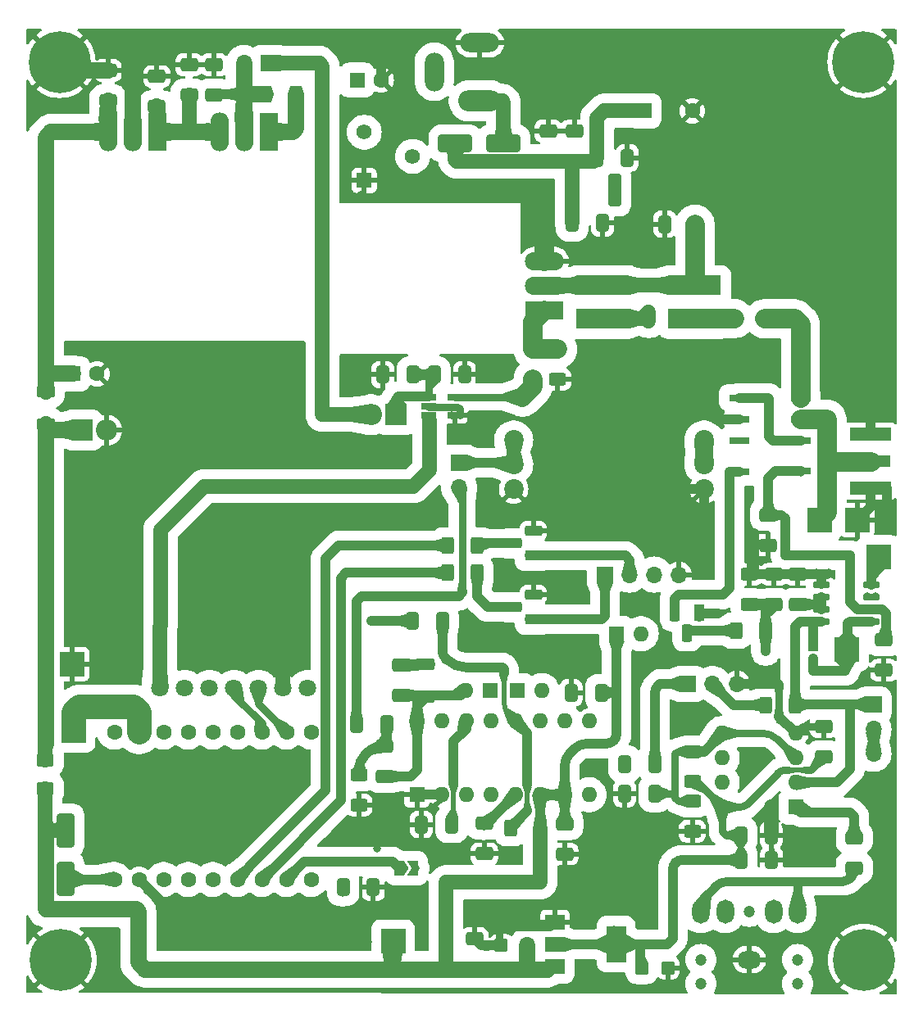
<source format=gbr>
%TF.GenerationSoftware,KiCad,Pcbnew,8.99.0-unknown-498d2c9db1~178~ubuntu22.04.1*%
%TF.CreationDate,2024-05-21T12:15:03+05:30*%
%TF.ProjectId,DDX-4,4444582d-342e-46b6-9963-61645f706362,rev?*%
%TF.SameCoordinates,Original*%
%TF.FileFunction,Copper,L1,Top*%
%TF.FilePolarity,Positive*%
%FSLAX46Y46*%
G04 Gerber Fmt 4.6, Leading zero omitted, Abs format (unit mm)*
G04 Created by KiCad (PCBNEW 8.99.0-unknown-498d2c9db1~178~ubuntu22.04.1) date 2024-05-21 12:15:03*
%MOMM*%
%LPD*%
G01*
G04 APERTURE LIST*
G04 Aperture macros list*
%AMRoundRect*
0 Rectangle with rounded corners*
0 $1 Rounding radius*
0 $2 $3 $4 $5 $6 $7 $8 $9 X,Y pos of 4 corners*
0 Add a 4 corners polygon primitive as box body*
4,1,4,$2,$3,$4,$5,$6,$7,$8,$9,$2,$3,0*
0 Add four circle primitives for the rounded corners*
1,1,$1+$1,$2,$3*
1,1,$1+$1,$4,$5*
1,1,$1+$1,$6,$7*
1,1,$1+$1,$8,$9*
0 Add four rect primitives between the rounded corners*
20,1,$1+$1,$2,$3,$4,$5,0*
20,1,$1+$1,$4,$5,$6,$7,0*
20,1,$1+$1,$6,$7,$8,$9,0*
20,1,$1+$1,$8,$9,$2,$3,0*%
%AMFreePoly0*
4,1,6,1.000000,0.000000,0.500000,-0.750000,-0.500000,-0.750000,-0.500000,0.750000,0.500000,0.750000,1.000000,0.000000,1.000000,0.000000,$1*%
%AMFreePoly1*
4,1,6,0.500000,-0.750000,-0.650000,-0.750000,-0.150000,0.000000,-0.650000,0.750000,0.500000,0.750000,0.500000,-0.750000,0.500000,-0.750000,$1*%
G04 Aperture macros list end*
%TA.AperFunction,SMDPad,CuDef*%
%ADD10RoundRect,0.250000X0.412500X0.650000X-0.412500X0.650000X-0.412500X-0.650000X0.412500X-0.650000X0*%
%TD*%
%TA.AperFunction,ComponentPad*%
%ADD11R,4.000000X1.905000*%
%TD*%
%TA.AperFunction,ComponentPad*%
%ADD12O,4.000000X1.905000*%
%TD*%
%TA.AperFunction,SMDPad,CuDef*%
%ADD13RoundRect,0.250000X-1.500000X-0.650000X1.500000X-0.650000X1.500000X0.650000X-1.500000X0.650000X0*%
%TD*%
%TA.AperFunction,ComponentPad*%
%ADD14R,1.600000X1.600000*%
%TD*%
%TA.AperFunction,ComponentPad*%
%ADD15C,1.600000*%
%TD*%
%TA.AperFunction,SMDPad,CuDef*%
%ADD16RoundRect,0.250000X-0.400000X-0.625000X0.400000X-0.625000X0.400000X0.625000X-0.400000X0.625000X0*%
%TD*%
%TA.AperFunction,ComponentPad*%
%ADD17R,1.560000X1.560000*%
%TD*%
%TA.AperFunction,ComponentPad*%
%ADD18C,1.560000*%
%TD*%
%TA.AperFunction,SMDPad,CuDef*%
%ADD19R,2.000000X1.500000*%
%TD*%
%TA.AperFunction,SMDPad,CuDef*%
%ADD20R,2.000000X3.800000*%
%TD*%
%TA.AperFunction,SMDPad,CuDef*%
%ADD21RoundRect,0.250000X0.625000X-0.400000X0.625000X0.400000X-0.625000X0.400000X-0.625000X-0.400000X0*%
%TD*%
%TA.AperFunction,ComponentPad*%
%ADD22R,2.500000X2.500000*%
%TD*%
%TA.AperFunction,ComponentPad*%
%ADD23R,2.200000X2.200000*%
%TD*%
%TA.AperFunction,ComponentPad*%
%ADD24O,2.200000X2.200000*%
%TD*%
%TA.AperFunction,ComponentPad*%
%ADD25C,0.800000*%
%TD*%
%TA.AperFunction,ComponentPad*%
%ADD26C,6.400000*%
%TD*%
%TA.AperFunction,SMDPad,CuDef*%
%ADD27RoundRect,0.250000X-0.412500X-0.650000X0.412500X-0.650000X0.412500X0.650000X-0.412500X0.650000X0*%
%TD*%
%TA.AperFunction,SMDPad,CuDef*%
%ADD28R,1.560000X0.650000*%
%TD*%
%TA.AperFunction,SMDPad,CuDef*%
%ADD29R,3.600000X1.270000*%
%TD*%
%TA.AperFunction,SMDPad,CuDef*%
%ADD30R,4.200000X1.350000*%
%TD*%
%TA.AperFunction,SMDPad,CuDef*%
%ADD31RoundRect,0.250000X0.650000X-0.412500X0.650000X0.412500X-0.650000X0.412500X-0.650000X-0.412500X0*%
%TD*%
%TA.AperFunction,SMDPad,CuDef*%
%ADD32RoundRect,0.250000X-0.625000X0.400000X-0.625000X-0.400000X0.625000X-0.400000X0.625000X0.400000X0*%
%TD*%
%TA.AperFunction,SMDPad,CuDef*%
%ADD33RoundRect,0.250000X0.700000X-0.362500X0.700000X0.362500X-0.700000X0.362500X-0.700000X-0.362500X0*%
%TD*%
%TA.AperFunction,ComponentPad*%
%ADD34O,1.600000X1.600000*%
%TD*%
%TA.AperFunction,ComponentPad*%
%ADD35C,2.020000*%
%TD*%
%TA.AperFunction,ComponentPad*%
%ADD36O,4.400000X2.200000*%
%TD*%
%TA.AperFunction,ComponentPad*%
%ADD37O,4.000000X2.000000*%
%TD*%
%TA.AperFunction,ComponentPad*%
%ADD38O,2.000000X4.000000*%
%TD*%
%TA.AperFunction,ComponentPad*%
%ADD39R,1.700000X1.700000*%
%TD*%
%TA.AperFunction,ComponentPad*%
%ADD40O,1.700000X1.700000*%
%TD*%
%TA.AperFunction,WasherPad*%
%ADD41C,1.200000*%
%TD*%
%TA.AperFunction,ComponentPad*%
%ADD42O,1.800000X2.500000*%
%TD*%
%TA.AperFunction,ComponentPad*%
%ADD43O,2.500000X1.800000*%
%TD*%
%TA.AperFunction,SMDPad,CuDef*%
%ADD44RoundRect,0.250000X-0.650000X0.412500X-0.650000X-0.412500X0.650000X-0.412500X0.650000X0.412500X0*%
%TD*%
%TA.AperFunction,ComponentPad*%
%ADD45R,1.905000X4.000000*%
%TD*%
%TA.AperFunction,ComponentPad*%
%ADD46O,1.905000X4.000000*%
%TD*%
%TA.AperFunction,SMDPad,CuDef*%
%ADD47R,5.500000X2.150000*%
%TD*%
%TA.AperFunction,ComponentPad*%
%ADD48R,1.800000X1.100000*%
%TD*%
%TA.AperFunction,ComponentPad*%
%ADD49RoundRect,0.275000X0.625000X-0.275000X0.625000X0.275000X-0.625000X0.275000X-0.625000X-0.275000X0*%
%TD*%
%TA.AperFunction,SMDPad,CuDef*%
%ADD50RoundRect,0.250000X-0.450000X-0.425000X0.450000X-0.425000X0.450000X0.425000X-0.450000X0.425000X0*%
%TD*%
%TA.AperFunction,SMDPad,CuDef*%
%ADD51FreePoly0,0.000000*%
%TD*%
%TA.AperFunction,SMDPad,CuDef*%
%ADD52FreePoly1,0.000000*%
%TD*%
%TA.AperFunction,ComponentPad*%
%ADD53R,1.000000X1.000000*%
%TD*%
%TA.AperFunction,ComponentPad*%
%ADD54O,1.000000X1.000000*%
%TD*%
%TA.AperFunction,SMDPad,CuDef*%
%ADD55RoundRect,0.250001X-0.624999X0.462499X-0.624999X-0.462499X0.624999X-0.462499X0.624999X0.462499X0*%
%TD*%
%TA.AperFunction,SMDPad,CuDef*%
%ADD56R,2.150000X0.800000*%
%TD*%
%TA.AperFunction,SMDPad,CuDef*%
%ADD57RoundRect,0.250000X0.400000X0.625000X-0.400000X0.625000X-0.400000X-0.625000X0.400000X-0.625000X0*%
%TD*%
%TA.AperFunction,SMDPad,CuDef*%
%ADD58RoundRect,0.150000X-0.725000X-0.150000X0.725000X-0.150000X0.725000X0.150000X-0.725000X0.150000X0*%
%TD*%
%TA.AperFunction,SMDPad,CuDef*%
%ADD59RoundRect,0.250000X0.400000X1.450000X-0.400000X1.450000X-0.400000X-1.450000X0.400000X-1.450000X0*%
%TD*%
%TA.AperFunction,SMDPad,CuDef*%
%ADD60RoundRect,0.250000X0.450000X0.425000X-0.450000X0.425000X-0.450000X-0.425000X0.450000X-0.425000X0*%
%TD*%
%TA.AperFunction,SMDPad,CuDef*%
%ADD61RoundRect,0.250000X0.650000X-1.500000X0.650000X1.500000X-0.650000X1.500000X-0.650000X-1.500000X0*%
%TD*%
%TA.AperFunction,ComponentPad*%
%ADD62R,1.100000X1.800000*%
%TD*%
%TA.AperFunction,ComponentPad*%
%ADD63RoundRect,0.275000X0.275000X0.625000X-0.275000X0.625000X-0.275000X-0.625000X0.275000X-0.625000X0*%
%TD*%
%TA.AperFunction,ComponentPad*%
%ADD64C,1.800000*%
%TD*%
%TA.AperFunction,ViaPad*%
%ADD65C,0.800000*%
%TD*%
%TA.AperFunction,Conductor*%
%ADD66C,0.750000*%
%TD*%
%TA.AperFunction,Conductor*%
%ADD67C,1.000000*%
%TD*%
%TA.AperFunction,Conductor*%
%ADD68C,0.500000*%
%TD*%
%TA.AperFunction,Conductor*%
%ADD69C,1.500000*%
%TD*%
%TA.AperFunction,Conductor*%
%ADD70C,2.000000*%
%TD*%
%TA.AperFunction,Conductor*%
%ADD71C,1.700000*%
%TD*%
%TA.AperFunction,Conductor*%
%ADD72C,0.250000*%
%TD*%
%TA.AperFunction,Conductor*%
%ADD73C,2.540000*%
%TD*%
%TA.AperFunction,Conductor*%
%ADD74C,0.900000*%
%TD*%
G04 APERTURE END LIST*
D10*
%TO.P,C7,1*%
%TO.N,RF_OUT1*%
X213272500Y-92850000D03*
%TO.P,C7,2*%
%TO.N,Net-(C7-Pad2)*%
X210147500Y-92850000D03*
%TD*%
D11*
%TO.P,Q2,1,G*%
%TO.N,Net-(Q2-G)*%
X190536000Y-91947000D03*
D12*
%TO.P,Q2,2,D*%
%TO.N,/DRAIN*%
X190536000Y-89407000D03*
%TO.P,Q2,3,S*%
%TO.N,GND*%
X190536000Y-86867000D03*
%TD*%
D13*
%TO.P,D1,1,K*%
%TO.N,12V*%
X181302000Y-74704315D03*
%TO.P,D1,2,A*%
%TO.N,+VDC*%
X186302000Y-74704315D03*
%TD*%
D14*
%TO.P,C5,1*%
%TO.N,12V*%
X200797349Y-71350000D03*
D15*
%TO.P,C5,2*%
%TO.N,GND*%
X205797349Y-71350000D03*
%TD*%
D14*
%TO.P,C14,1*%
%TO.N,Net-(JP2-B)*%
X171169888Y-68175000D03*
D15*
%TO.P,C14,2*%
%TO.N,GND*%
X173669888Y-68175000D03*
%TD*%
D16*
%TO.P,R5,1*%
%TO.N,G1*%
X180480000Y-116270000D03*
%TO.P,R5,2*%
%TO.N,Net-(Q4-B)*%
X183580000Y-116270000D03*
%TD*%
D17*
%TO.P,RV1,1,1*%
%TO.N,GND*%
X171910000Y-78550000D03*
D18*
%TO.P,RV1,2,2*%
%TO.N,Net-(U3-ADJ)*%
X176910000Y-76050000D03*
%TO.P,RV1,3,3*%
X171910000Y-73550000D03*
%TD*%
D19*
%TO.P,U4,1,GND*%
%TO.N,GND*%
X191630000Y-155190000D03*
%TO.P,U4,2,VO*%
%TO.N,+3.3V*%
X191630000Y-157490000D03*
D20*
X197930000Y-157490000D03*
D19*
%TO.P,U4,3,VI*%
%TO.N,+5V*%
X191630000Y-159790000D03*
%TD*%
D21*
%TO.P,R2,1*%
%TO.N,PTT*%
X211640000Y-122380000D03*
%TO.P,R2,2*%
%TO.N,GND*%
X211640000Y-119280000D03*
%TD*%
D14*
%TO.P,C44,1*%
%TO.N,Net-(U1-VO)*%
X141820000Y-98540000D03*
D15*
%TO.P,C44,2*%
%TO.N,GND*%
X144320000Y-98540000D03*
%TD*%
D22*
%TO.P,TP7,1,1*%
%TO.N,Net-(U6-VO1)*%
X221790000Y-127070000D03*
%TD*%
D23*
%TO.P,D5,1,K*%
%TO.N,Net-(D5-K)*%
X142780000Y-104370000D03*
D24*
%TO.P,D5,2,A*%
%TO.N,GND*%
X145320000Y-104370000D03*
%TD*%
D25*
%TO.P,H3,1,1*%
%TO.N,GND*%
X138152944Y-159132944D03*
X138855888Y-157435888D03*
X138855888Y-160830000D03*
X140552944Y-156732944D03*
D26*
X140552944Y-159132944D03*
D25*
X140552944Y-161532944D03*
X142250000Y-157435888D03*
X142250000Y-160830000D03*
X142952944Y-159132944D03*
%TD*%
D27*
%TO.P,C17,1*%
%TO.N,12V*%
X195967500Y-76220000D03*
%TO.P,C17,2*%
%TO.N,GND*%
X199092500Y-76220000D03*
%TD*%
D28*
%TO.P,U2,1,VDD*%
%TO.N,Net-(D4-K)*%
X178600000Y-100950000D03*
%TO.P,U2,2,GND*%
%TO.N,GND*%
X178600000Y-101900000D03*
%TO.P,U2,3,IN+*%
%TO.N,TX_RF*%
X178600000Y-102850000D03*
%TO.P,U2,4,IN-*%
%TO.N,GND*%
X181300000Y-102850000D03*
%TO.P,U2,5,OUT*%
%TO.N,Net-(U2-OUT)*%
X181300000Y-100950000D03*
%TD*%
D29*
%TO.P,ANTENNA1,1,In*%
%TO.N,ANTENNA*%
X224430000Y-107555000D03*
D30*
%TO.P,ANTENNA1,2,Ext*%
%TO.N,GND*%
X224230000Y-110380000D03*
X224230000Y-104730000D03*
%TD*%
D31*
%TO.P,C4,1*%
%TO.N,PTT*%
X214240000Y-122392500D03*
%TO.P,C4,2*%
%TO.N,GND*%
X214240000Y-119267500D03*
%TD*%
D32*
%TO.P,R1,1*%
%TO.N,Net-(Q2-G)*%
X191886000Y-96000000D03*
%TO.P,R1,2*%
%TO.N,GND*%
X191886000Y-99100000D03*
%TD*%
D33*
%TO.P,L5,1,1*%
%TO.N,Net-(D8-A)*%
X178190000Y-131912500D03*
%TO.P,L5,2,2*%
%TO.N,+5V*%
X178190000Y-128587500D03*
%TD*%
D14*
%TO.P,D3,1,K*%
%TO.N,+5V*%
X197970000Y-125390000D03*
D34*
%TO.P,D3,2,A*%
%TO.N,Net-(D3-A)*%
X200510000Y-125390000D03*
%TD*%
D35*
%TO.P,BPF2,1,ANT*%
%TO.N,RX*%
X187340000Y-105370000D03*
%TO.P,BPF2,2,ANT*%
X187340000Y-107910000D03*
%TO.P,BPF2,3,GND*%
%TO.N,GND*%
X187340000Y-110450000D03*
%TO.P,BPF2,4,RF*%
%TO.N,RX_AFTER_HPF*%
X207010000Y-105370000D03*
%TO.P,BPF2,5,RF*%
X207010000Y-107910000D03*
%TO.P,BPF2,6,GND*%
%TO.N,GND*%
X207010000Y-110450000D03*
%TD*%
D10*
%TO.P,C26,1*%
%TO.N,Net-(U7-AM_OSC)*%
X179982500Y-124070000D03*
%TO.P,C26,2*%
%TO.N,RX_OSC*%
X176857500Y-124070000D03*
%TD*%
D36*
%TO.P,Power1,1*%
%TO.N,+VDC*%
X183850000Y-70312500D03*
D37*
%TO.P,Power1,2*%
%TO.N,GND*%
X183850000Y-64312500D03*
D38*
%TO.P,Power1,3*%
%TO.N,unconnected-(Power1-Pad3)*%
X179150000Y-67312500D03*
%TD*%
D31*
%TO.P,C30,1*%
%TO.N,Net-(JP2-B)*%
X156400000Y-69700000D03*
%TO.P,C30,2*%
%TO.N,GND*%
X156400000Y-66575000D03*
%TD*%
D39*
%TO.P,VOL1,1,1*%
%TO.N,Net-(C38-Pad2)*%
X205334000Y-130580000D03*
D40*
%TO.P,VOL1,2,2*%
%TO.N,Net-(Rin1-Pad2)*%
X207874000Y-130580000D03*
%TO.P,VOL1,3,3*%
%TO.N,GND*%
X210414000Y-130580000D03*
%TD*%
D32*
%TO.P,R7,1*%
%TO.N,Net-(C31-Pad1)*%
X171370000Y-140010000D03*
%TO.P,R7,2*%
%TO.N,GND*%
X171370000Y-143110000D03*
%TD*%
D41*
%TO.P,AUDIO1,*%
%TO.N,*%
X206680000Y-161590000D03*
X216680000Y-161590000D03*
X206680000Y-159090000D03*
X216680000Y-159090000D03*
X211680000Y-154090000D03*
D42*
%TO.P,AUDIO1,R*%
%TO.N,Net-(AUDIO1-PadR)*%
X206680000Y-154090000D03*
%TO.P,AUDIO1,RN*%
%TO.N,unconnected-(AUDIO1-PadRN)*%
X209180000Y-154090000D03*
D43*
%TO.P,AUDIO1,S*%
%TO.N,GND*%
X211680000Y-159090000D03*
D42*
%TO.P,AUDIO1,T*%
%TO.N,Net-(AUDIO1-PadR)*%
X216680000Y-154090000D03*
%TO.P,AUDIO1,TN*%
%TO.N,unconnected-(AUDIO1-PadTN)*%
X214180000Y-154090000D03*
%TD*%
D31*
%TO.P,C9,1*%
%TO.N,Net-(U1-VO)*%
X145450000Y-70312500D03*
%TO.P,C9,2*%
%TO.N,GND*%
X145450000Y-67187500D03*
%TD*%
D27*
%TO.P,C29,1*%
%TO.N,GND*%
X177813500Y-145128000D03*
%TO.P,C29,2*%
%TO.N,Net-(U7-FM{slash}AM_SW)*%
X180938500Y-145128000D03*
%TD*%
D10*
%TO.P,C39,1*%
%TO.N,Net-(U8A-+)*%
X201932500Y-141930000D03*
%TO.P,C39,2*%
%TO.N,GND*%
X198807500Y-141930000D03*
%TD*%
D27*
%TO.P,C16,1*%
%TO.N,Net-(D4-K)*%
X179137500Y-98624500D03*
%TO.P,C16,2*%
%TO.N,GND*%
X182262500Y-98624500D03*
%TD*%
D14*
%TO.P,U7,1,FM_RF_IN*%
%TO.N,GND*%
X177356000Y-142058000D03*
D34*
%TO.P,U7,2,GND_IN*%
X179896000Y-142058000D03*
%TO.P,U7,3,FM_MIX*%
%TO.N,unconnected-(U7-FM_MIX-Pad3)*%
X182436000Y-142058000D03*
%TO.P,U7,4,AM_MIX*%
%TO.N,RX_AUDIO*%
X184976000Y-142058000D03*
%TO.P,U7,5,AGC*%
%TO.N,Net-(U7-AGC)*%
X187516000Y-142058000D03*
%TO.P,U7,6,VCC*%
%TO.N,+5V*%
X190056000Y-142058000D03*
%TO.P,U7,7,AM_IF*%
X192596000Y-142058000D03*
%TO.P,U7,8,FM_IF*%
%TO.N,unconnected-(U7-FM_IF-Pad8)*%
X195136000Y-142058000D03*
%TO.P,U7,9,GND_OUT*%
%TO.N,GND*%
X195136000Y-134438000D03*
%TO.P,U7,10,FM_DET*%
%TO.N,unconnected-(U7-FM_DET-Pad10)*%
X192596000Y-134438000D03*
%TO.P,U7,11,DET_OUT*%
%TO.N,unconnected-(U7-DET_OUT-Pad11)*%
X190056000Y-134438000D03*
%TO.P,U7,12,AM_OSC*%
%TO.N,Net-(U7-AM_OSC)*%
X187516000Y-134438000D03*
%TO.P,U7,13,FM_OSC*%
%TO.N,unconnected-(U7-FM_OSC-Pad13)*%
X184976000Y-134438000D03*
%TO.P,U7,14,FM/AM_SW*%
%TO.N,Net-(U7-FM{slash}AM_SW)*%
X182436000Y-134438000D03*
%TO.P,U7,15,FM_TUNER*%
%TO.N,+5V*%
X179896000Y-134438000D03*
%TO.P,U7,16,AM_RF_IN*%
%TO.N,Net-(D8-A)*%
X177356000Y-134438000D03*
%TD*%
D14*
%TO.P,D9,1,K*%
%TO.N,Net-(D8-A)*%
X187714315Y-131280000D03*
D34*
%TO.P,D9,2,A*%
%TO.N,+5V*%
X190254315Y-131280000D03*
%TD*%
D27*
%TO.P,C42,1*%
%TO.N,+3.3V*%
X210811000Y-146233000D03*
%TO.P,C42,2*%
%TO.N,GND*%
X213936000Y-146233000D03*
%TD*%
D25*
%TO.P,H4,1,1*%
%TO.N,GND*%
X221130000Y-159130000D03*
X221832944Y-157432944D03*
X221832944Y-160827056D03*
X223530000Y-156730000D03*
D26*
X223530000Y-159130000D03*
D25*
X223530000Y-161530000D03*
X225227056Y-157432944D03*
X225227056Y-160827056D03*
X225930000Y-159130000D03*
%TD*%
D32*
%TO.P,R11,1*%
%TO.N,Net-(U8A-+)*%
X205800000Y-142720000D03*
%TO.P,R11,2*%
%TO.N,GND*%
X205800000Y-145820000D03*
%TD*%
D44*
%TO.P,C2,1*%
%TO.N,GND*%
X216700000Y-119267500D03*
%TO.P,C2,2*%
%TO.N,Net-(U6-+IN)*%
X216700000Y-122392500D03*
%TD*%
D22*
%TO.P,TP2,1,1*%
%TO.N,GND*%
X141770000Y-128540000D03*
%TD*%
D44*
%TO.P,C13,1*%
%TO.N,+5V*%
X213660000Y-113117500D03*
%TO.P,C13,2*%
%TO.N,GND*%
X213660000Y-116242500D03*
%TD*%
D31*
%TO.P,C1,1*%
%TO.N,12V*%
X150490000Y-70932500D03*
%TO.P,C1,2*%
%TO.N,GND*%
X150490000Y-67807500D03*
%TD*%
D22*
%TO.P,TP3,1,1*%
%TO.N,ANTENNA*%
X218920000Y-113650000D03*
%TD*%
D21*
%TO.P,R10,1*%
%TO.N,+3.3V*%
X205810000Y-140696000D03*
%TO.P,R10,2*%
%TO.N,Net-(U8A-+)*%
X205810000Y-137596000D03*
%TD*%
D45*
%TO.P,U1,1,VI*%
%TO.N,12V*%
X150520000Y-73510000D03*
D46*
%TO.P,U1,2,GND*%
%TO.N,GND*%
X147980000Y-73510000D03*
%TO.P,U1,3,VO*%
%TO.N,Net-(U1-VO)*%
X145440000Y-73510000D03*
%TD*%
D14*
%TO.P,U8,1*%
%TO.N,TO_ADC*%
X216496000Y-143333000D03*
D34*
%TO.P,U8,2,-*%
%TO.N,RIGHT*%
X216496000Y-140793000D03*
%TO.P,U8,3,+*%
%TO.N,Net-(U8A-+)*%
X216496000Y-138253000D03*
%TO.P,U8,4,V-*%
%TO.N,GND*%
X216496000Y-135713000D03*
%TO.P,U8,5,+*%
%TO.N,Net-(U8A-+)*%
X208876000Y-135713000D03*
%TO.P,U8,6,-*%
%TO.N,Net-(U8B--)*%
X208876000Y-138253000D03*
%TO.P,U8,7*%
X208876000Y-140793000D03*
%TO.P,U8,8,V+*%
%TO.N,+3.3V*%
X208876000Y-143333000D03*
%TD*%
D47*
%TO.P,T1,1*%
%TO.N,/DRAIN*%
X196540000Y-89390000D03*
%TO.P,T1,2*%
%TO.N,Net-(F1-Pad1)*%
X196540000Y-92820000D03*
%TO.P,T1,3*%
%TO.N,Net-(C7-Pad2)*%
X206040000Y-92820000D03*
%TO.P,T1,4*%
%TO.N,/DRAIN*%
X206040000Y-89390000D03*
%TD*%
D44*
%TO.P,C37,1*%
%TO.N,+5V*%
X192620000Y-145047500D03*
%TO.P,C37,2*%
%TO.N,GND*%
X192620000Y-148172500D03*
%TD*%
D16*
%TO.P,R3,1*%
%TO.N,G2*%
X180490000Y-119110000D03*
%TO.P,R3,2*%
%TO.N,Net-(Q3-B)*%
X183590000Y-119110000D03*
%TD*%
D31*
%TO.P,C10,1*%
%TO.N,12V*%
X193610000Y-76592500D03*
%TO.P,C10,2*%
%TO.N,GND*%
X193610000Y-73467500D03*
%TD*%
D10*
%TO.P,C35,1*%
%TO.N,Net-(C31-Pad1)*%
X174210000Y-134770000D03*
%TO.P,C35,2*%
%TO.N,RX_AFTER_HPF*%
X171085000Y-134770000D03*
%TD*%
D23*
%TO.P,D4,1,K*%
%TO.N,Net-(D4-K)*%
X175143234Y-102750000D03*
D24*
%TO.P,D4,2,A*%
%TO.N,11v*%
X172603234Y-102750000D03*
%TD*%
D31*
%TO.P,C32,1*%
%TO.N,12V*%
X153825000Y-69725000D03*
%TO.P,C32,2*%
%TO.N,GND*%
X153825000Y-66600000D03*
%TD*%
D22*
%TO.P,TP6,1,1*%
%TO.N,Net-(U6-VO2)*%
X225070000Y-117490000D03*
%TD*%
D48*
%TO.P,Q3,1,C*%
%TO.N,10m*%
X189380000Y-123920000D03*
D49*
%TO.P,Q3,2,B*%
%TO.N,Net-(Q3-B)*%
X187310000Y-122650000D03*
%TO.P,Q3,3,E*%
%TO.N,GND*%
X189380000Y-121380000D03*
%TD*%
D44*
%TO.P,C36,1*%
%TO.N,Net-(U7-AGC)*%
X184324000Y-145020000D03*
%TO.P,C36,2*%
%TO.N,GND*%
X184324000Y-148145000D03*
%TD*%
D50*
%TO.P,C46,1*%
%TO.N,+3.3V*%
X200587500Y-159940000D03*
%TO.P,C46,2*%
%TO.N,GND*%
X203287500Y-159940000D03*
%TD*%
D27*
%TO.P,C38,1*%
%TO.N,RX_AUDIO*%
X198807500Y-138880000D03*
%TO.P,C38,2*%
%TO.N,Net-(C38-Pad2)*%
X201932500Y-138880000D03*
%TD*%
D10*
%TO.P,C3,1*%
%TO.N,/DRAIN*%
X206080000Y-83070000D03*
%TO.P,C3,2*%
%TO.N,GND*%
X202955000Y-83070000D03*
%TD*%
%TO.P,C23,1*%
%TO.N,Net-(D4-K)*%
X176967100Y-98624500D03*
%TO.P,C23,2*%
%TO.N,GND*%
X173842100Y-98624500D03*
%TD*%
D39*
%TO.P,J2,1,Pin_1*%
%TO.N,10m*%
X196790000Y-119290000D03*
D40*
%TO.P,J2,2,Pin_2*%
%TO.N,20m*%
X199330000Y-119290000D03*
%TO.P,J2,3,Pin_3*%
%TO.N,11v*%
X201870000Y-119290000D03*
%TO.P,J2,4,Pin_4*%
%TO.N,GND*%
X204410000Y-119290000D03*
%TD*%
D31*
%TO.P,C41,1*%
%TO.N,+3.3V*%
X219376000Y-138122500D03*
%TO.P,C41,2*%
%TO.N,GND*%
X219376000Y-134997500D03*
%TD*%
%TO.P,C47,1*%
%TO.N,+5V*%
X183320000Y-160050000D03*
%TO.P,C47,2*%
%TO.N,GND*%
X183320000Y-156925000D03*
%TD*%
D15*
%TO.P,RZ1,1,GP1*%
%TO.N,unconnected-(RZ1-GP1-Pad1)*%
X153730000Y-150790000D03*
%TO.P,RZ1,2,GP4*%
%TO.N,unconnected-(RZ1-GP4-Pad2)*%
X156270000Y-150790000D03*
%TO.P,RZ1,3,GP3*%
%TO.N,G1*%
X158810000Y-150790000D03*
%TO.P,RZ1,4,GP4*%
%TO.N,G2*%
X161350000Y-150790000D03*
%TO.P,RZ1,5,GP5*%
%TO.N,Net-(JP4-A)*%
X163890000Y-150790000D03*
%TO.P,RZ1,6,GP6*%
%TO.N,unconnected-(RZ1-GP6-Pad6)*%
X166430000Y-150790000D03*
%TO.P,RZ1,7,GP7*%
%TO.N,PTT*%
X166430000Y-135550000D03*
%TO.P,RZ1,8,GP8*%
%TO.N,SDA*%
X163890000Y-135550000D03*
%TO.P,RZ1,9,GP9*%
%TO.N,SCL*%
X161350000Y-135550000D03*
%TO.P,RZ1,10,GP10*%
%TO.N,unconnected-(RZ1-GP10-Pad10)*%
X158810000Y-135550000D03*
%TO.P,RZ1,11,GP11*%
%TO.N,unconnected-(RZ1-GP11-Pad11)*%
X156270000Y-135550000D03*
%TO.P,RZ1,12,GP12*%
%TO.N,unconnected-(RZ1-GP12-Pad12)*%
X153730000Y-135550000D03*
%TO.P,RZ1,13,GP13*%
%TO.N,unconnected-(RZ1-GP13-Pad13)*%
X151190000Y-135550000D03*
%TO.P,RZ1,14,RX*%
%TO.N,Net-(RZ1-RX)*%
X148650000Y-135550000D03*
%TO.P,RZ1,15,TX*%
%TO.N,unconnected-(RZ1-TX-Pad15)*%
X146110000Y-135550000D03*
%TO.P,RZ1,16,5V*%
%TO.N,Net-(D2-K)*%
X146110000Y-150790000D03*
%TO.P,RZ1,17,GND*%
%TO.N,GND*%
X148650000Y-150790000D03*
%TO.P,RZ1,18,3V3*%
%TO.N,unconnected-(RZ1-3V3-Pad18)*%
X151190000Y-150790000D03*
%TD*%
D51*
%TO.P,JP4,1,A*%
%TO.N,Net-(JP4-A)*%
X175530000Y-149640000D03*
D52*
%TO.P,JP4,2,B*%
%TO.N,TO_ADC*%
X176980000Y-149640000D03*
%TD*%
D27*
%TO.P,C6,1*%
%TO.N,12V*%
X193397500Y-82930000D03*
%TO.P,C6,2*%
%TO.N,GND*%
X196522500Y-82930000D03*
%TD*%
D31*
%TO.P,C15,1*%
%TO.N,GND*%
X225570000Y-129172500D03*
%TO.P,C15,2*%
%TO.N,+5V*%
X225570000Y-126047500D03*
%TD*%
D44*
%TO.P,C43,1*%
%TO.N,TO_ADC*%
X222526000Y-146490000D03*
%TO.P,C43,2*%
%TO.N,Net-(AUDIO1-PadR)*%
X222526000Y-149615000D03*
%TD*%
D39*
%TO.P,GAIN1,1,1*%
%TO.N,RIGHT*%
X224510000Y-132740000D03*
D40*
%TO.P,GAIN1,2,2*%
%TO.N,TO_ADC*%
X224510000Y-135280000D03*
%TO.P,GAIN1,3,3*%
X224510000Y-137820000D03*
%TD*%
D25*
%TO.P,H1,1,1*%
%TO.N,GND*%
X138042944Y-66312944D03*
X138745888Y-64615888D03*
X138745888Y-68010000D03*
X140442944Y-63912944D03*
D26*
X140442944Y-66312944D03*
D25*
X140442944Y-68712944D03*
X142140000Y-64615888D03*
X142140000Y-68010000D03*
X142842944Y-66312944D03*
%TD*%
D14*
%TO.P,D8,1,K*%
%TO.N,+5V*%
X184916000Y-131248000D03*
D34*
%TO.P,D8,2,A*%
%TO.N,Net-(D8-A)*%
X182376000Y-131248000D03*
%TD*%
D44*
%TO.P,C31,1*%
%TO.N,Net-(C31-Pad1)*%
X173990000Y-137047500D03*
%TO.P,C31,2*%
%TO.N,Net-(D8-A)*%
X173990000Y-140172500D03*
%TD*%
D53*
%TO.P,GAIN2,1,1*%
%TO.N,RIGHT*%
X218300000Y-126720000D03*
D54*
%TO.P,GAIN2,2,2*%
%TO.N,Net-(U6-VO1)*%
X218300000Y-127990000D03*
%TO.P,GAIN2,3,3*%
X218300000Y-129260000D03*
%TD*%
D55*
%TO.P,F2,1*%
%TO.N,Net-(D5-K)*%
X138980000Y-138450000D03*
%TO.P,F2,2*%
%TO.N,+5V*%
X138980000Y-141425000D03*
%TD*%
D22*
%TO.P,TP1,1,1*%
%TO.N,Net-(RZ1-RX)*%
X141880000Y-135450000D03*
%TD*%
D45*
%TO.P,U3,1,ADJ*%
%TO.N,Net-(U3-ADJ)*%
X162020000Y-73510000D03*
D46*
%TO.P,U3,2,VO*%
%TO.N,Net-(JP2-B)*%
X159480000Y-73510000D03*
%TO.P,U3,3,VI*%
%TO.N,12V*%
X156940000Y-73510000D03*
%TD*%
D31*
%TO.P,CX1,1*%
%TO.N,Net-(D8-A)*%
X175720000Y-131782500D03*
%TO.P,CX1,2*%
%TO.N,+5V*%
X175720000Y-128657500D03*
%TD*%
D16*
%TO.P,R14,1*%
%TO.N,Net-(JP2-B)*%
X161750000Y-69650000D03*
%TO.P,R14,2*%
%TO.N,Net-(U3-ADJ)*%
X164850000Y-69650000D03*
%TD*%
D56*
%TO.P,K1,1,1*%
%TO.N,+5V*%
X216970000Y-108620000D03*
%TO.P,K1,2,2*%
%TO.N,RX*%
X216970000Y-105420000D03*
%TO.P,K1,3,3*%
%TO.N,ANTENNA*%
X216970000Y-103220000D03*
%TO.P,K1,4,4*%
%TO.N,RF_OUT1*%
X216970000Y-101020000D03*
%TO.P,K1,5,5*%
%TO.N,RX*%
X210620000Y-101020000D03*
%TO.P,K1,6,6*%
%TO.N,GND*%
X210620000Y-103220000D03*
%TO.P,K1,7,7*%
%TO.N,unconnected-(K1-Pad7)*%
X210620000Y-105420000D03*
%TO.P,K1,8,8*%
%TO.N,Net-(D3-A)*%
X210620000Y-108700000D03*
%TD*%
D33*
%TO.P,L4,1*%
%TO.N,Net-(D5-K)*%
X138990000Y-103712500D03*
%TO.P,L4,2*%
%TO.N,Net-(U1-VO)*%
X138990000Y-100387500D03*
%TD*%
D57*
%TO.P,Rin1,1*%
%TO.N,RIGHT*%
X216434000Y-132768000D03*
%TO.P,Rin1,2*%
%TO.N,Net-(Rin1-Pad2)*%
X213334000Y-132768000D03*
%TD*%
D58*
%TO.P,U6,1,SD*%
%TO.N,GND*%
X219115000Y-120310000D03*
%TO.P,U6,2,Bypass*%
%TO.N,Net-(U6-+IN)*%
X219115000Y-121580000D03*
%TO.P,U6,3,+IN*%
X219115000Y-122850000D03*
%TO.P,U6,4,-IN*%
%TO.N,RIGHT*%
X219115000Y-124120000D03*
%TO.P,U6,5,VO1*%
%TO.N,Net-(U6-VO1)*%
X224265000Y-124120000D03*
%TO.P,U6,6,VDD*%
%TO.N,+5V*%
X224265000Y-122850000D03*
%TO.P,U6,7,GND*%
%TO.N,GND*%
X224265000Y-121580000D03*
%TO.P,U6,8,VO2*%
%TO.N,Net-(U6-VO2)*%
X224265000Y-120310000D03*
%TD*%
D59*
%TO.P,F1,1*%
%TO.N,Net-(F1-Pad1)*%
X197815000Y-79570000D03*
%TO.P,F1,2*%
%TO.N,12V*%
X193365000Y-79570000D03*
%TD*%
D10*
%TO.P,C28,1*%
%TO.N,+5V*%
X196402500Y-131504000D03*
%TO.P,C28,2*%
%TO.N,GND*%
X193277500Y-131504000D03*
%TD*%
D60*
%TO.P,C45,1*%
%TO.N,+5V*%
X188760000Y-157630000D03*
%TO.P,C45,2*%
%TO.N,GND*%
X186060000Y-157630000D03*
%TD*%
D21*
%TO.P,R12,1*%
%TO.N,Net-(U2-OUT)*%
X189350000Y-99100000D03*
%TO.P,R12,2*%
%TO.N,Net-(Q2-G)*%
X189350000Y-96000000D03*
%TD*%
D25*
%TO.P,H2,1,1*%
%TO.N,GND*%
X221057056Y-66302944D03*
X221760000Y-64605888D03*
X221760000Y-68000000D03*
X223457056Y-63902944D03*
D26*
X223457056Y-66302944D03*
D25*
X223457056Y-68702944D03*
X225154112Y-64605888D03*
X225154112Y-68000000D03*
X225857056Y-66302944D03*
%TD*%
D48*
%TO.P,Q4,1,C*%
%TO.N,20m*%
X189370000Y-117340000D03*
D49*
%TO.P,Q4,2,B*%
%TO.N,Net-(Q4-B)*%
X187300000Y-116070000D03*
%TO.P,Q4,3,E*%
%TO.N,GND*%
X189370000Y-114800000D03*
%TD*%
D61*
%TO.P,D2,1,K*%
%TO.N,Net-(D2-K)*%
X141100000Y-150710000D03*
%TO.P,D2,2,A*%
%TO.N,+5V*%
X141100000Y-145710000D03*
%TD*%
D39*
%TO.P,JP1,1,A*%
%TO.N,RX*%
X181680000Y-107700000D03*
D40*
%TO.P,JP1,2,B*%
%TO.N,RX_AFTER_HPF*%
X181680000Y-110240000D03*
%TD*%
D10*
%TO.P,C12,1*%
%TO.N,GND*%
X172852500Y-151610000D03*
%TO.P,C12,2*%
%TO.N,+3.3V*%
X169727500Y-151610000D03*
%TD*%
D39*
%TO.P,JP2,1,A*%
%TO.N,11v*%
X162030000Y-66400000D03*
D40*
%TO.P,JP2,2,B*%
%TO.N,Net-(JP2-B)*%
X159490000Y-66400000D03*
%TD*%
D22*
%TO.P,TP5,1,1*%
%TO.N,+5V*%
X174900000Y-157200000D03*
%TD*%
%TO.P,TP4,1,1*%
%TO.N,GND*%
X222840000Y-113670000D03*
%TD*%
D57*
%TO.P,R4,1*%
%TO.N,PTT*%
X213380000Y-125090000D03*
%TO.P,R4,2*%
%TO.N,Net-(Q1-B)*%
X210280000Y-125090000D03*
%TD*%
D62*
%TO.P,Q1,1,E*%
%TO.N,GND*%
X206530000Y-123260000D03*
D63*
%TO.P,Q1,2,B*%
%TO.N,Net-(Q1-B)*%
X205260000Y-125330000D03*
%TO.P,Q1,3,C*%
%TO.N,Net-(D3-A)*%
X203990000Y-123260000D03*
%TD*%
D27*
%TO.P,C25,1*%
%TO.N,+3.3V*%
X210857500Y-148780000D03*
%TO.P,C25,2*%
%TO.N,GND*%
X213982500Y-148780000D03*
%TD*%
D16*
%TO.P,R6,1*%
%TO.N,Net-(U7-AM_OSC)*%
X187014000Y-145496000D03*
%TO.P,R6,2*%
%TO.N,+5V*%
X190114000Y-145496000D03*
%TD*%
D64*
%TO.P,U5,1,VIN*%
%TO.N,+3.3V*%
X166070500Y-131043200D03*
%TO.P,U5,2,GND*%
%TO.N,GND*%
X163530500Y-131043200D03*
%TO.P,U5,3,SDA*%
%TO.N,SDA*%
X160990500Y-131043200D03*
%TO.P,U5,4,SCL*%
%TO.N,SCL*%
X158450500Y-131043200D03*
%TO.P,U5,5,S2*%
%TO.N,unconnected-(U5-S2-Pad5)*%
X155910500Y-131043200D03*
%TO.P,U5,6,S1*%
%TO.N,RX_OSC*%
X153370500Y-131043200D03*
%TO.P,U5,7,SO*%
%TO.N,TX_RF*%
X150830500Y-131043200D03*
%TD*%
D31*
%TO.P,C11,1*%
%TO.N,12V*%
X190910000Y-76582500D03*
%TO.P,C11,2*%
%TO.N,GND*%
X190910000Y-73457500D03*
%TD*%
D65*
%TO.N,GND*%
X217757381Y-69037500D03*
X163510000Y-126050000D03*
X213670000Y-116210000D03*
X190650000Y-80240000D03*
X224750000Y-104720000D03*
X162460000Y-96020000D03*
X194897381Y-69037500D03*
X152300000Y-96020000D03*
X225870000Y-110350000D03*
X206231750Y-135077500D03*
X225754600Y-102057500D03*
X163490000Y-126880000D03*
X172037381Y-63957500D03*
X225870000Y-114450000D03*
X156797381Y-63957500D03*
X225377381Y-81737500D03*
X174954600Y-142697500D03*
X207950000Y-101690000D03*
X198611750Y-145237500D03*
X149177381Y-145237500D03*
X215217381Y-63957500D03*
X154840000Y-101100000D03*
X190616600Y-81895000D03*
X220297381Y-71577500D03*
X164417381Y-117297500D03*
X198620000Y-146380000D03*
X166940000Y-112400000D03*
X213940000Y-144360000D03*
X199917219Y-109510000D03*
X154634600Y-147777500D03*
X200820000Y-153000000D03*
X144510000Y-116120000D03*
X152300000Y-98560000D03*
X192357381Y-66497500D03*
X223900000Y-121520000D03*
X162460000Y-98560000D03*
X160511750Y-127457500D03*
X221471750Y-99517500D03*
X156797381Y-117297500D03*
X185570000Y-80240000D03*
X146637381Y-99517500D03*
X218970000Y-134980000D03*
X212210000Y-116210000D03*
X199977381Y-129997500D03*
X146320000Y-160490000D03*
X207020000Y-118520000D03*
X144510000Y-123740000D03*
X223214600Y-102057500D03*
X200810000Y-151930000D03*
X217757381Y-66497500D03*
X159890000Y-104970000D03*
X213120000Y-129310000D03*
X182990000Y-78970000D03*
X210137381Y-69037500D03*
X201160000Y-146380000D03*
X141970000Y-121200000D03*
X225870000Y-113430000D03*
X219820000Y-134960000D03*
X211340000Y-138680000D03*
X225377381Y-71577500D03*
X191920000Y-109510000D03*
X207000000Y-113740000D03*
X175560000Y-106360000D03*
X175751750Y-63957500D03*
X198640000Y-147420000D03*
X213120000Y-130580000D03*
X154257381Y-63957500D03*
X207597381Y-63957500D03*
X169787219Y-157300000D03*
X184570000Y-110060000D03*
X161147219Y-157300000D03*
X212677381Y-66497500D03*
X171006000Y-97052000D03*
X144510000Y-121200000D03*
X207500000Y-123310000D03*
X166957381Y-63957500D03*
X189817381Y-63957500D03*
X223850000Y-110380000D03*
X224297219Y-152870000D03*
X213920000Y-143330000D03*
X151717381Y-63957500D03*
X217757381Y-71577500D03*
X152094600Y-147777500D03*
X196100000Y-147420000D03*
X170200000Y-105230000D03*
X225860000Y-112250000D03*
X199390000Y-99920000D03*
X225377381Y-79197500D03*
X222810000Y-110390000D03*
X159920000Y-96020000D03*
X156780000Y-112370000D03*
X178390000Y-147710000D03*
X144510000Y-118660000D03*
X144097381Y-145237500D03*
X188070000Y-78970000D03*
X161877381Y-117297500D03*
X141970000Y-113580000D03*
X147050000Y-116120000D03*
X154257381Y-119837500D03*
X173220000Y-147620000D03*
X187277381Y-66497500D03*
X186296000Y-97022000D03*
X211900000Y-76260000D03*
X175560000Y-107550000D03*
X169497381Y-63957500D03*
X181790000Y-102840000D03*
X225377381Y-84277500D03*
X162460000Y-101100000D03*
X212190000Y-114960000D03*
X149177381Y-99517500D03*
X212677381Y-71577500D03*
X164330000Y-157300000D03*
X193360000Y-131350000D03*
X224960000Y-110370000D03*
X175760000Y-147360000D03*
X210080000Y-95690000D03*
X207597381Y-69037500D03*
X225754600Y-147777500D03*
X221757219Y-152870000D03*
X197437381Y-63957500D03*
X141970000Y-116120000D03*
X165591750Y-127457500D03*
X214110000Y-129260000D03*
X211311750Y-137617500D03*
X161877381Y-114757500D03*
X152270000Y-107510000D03*
X215217381Y-69037500D03*
X156797381Y-119837500D03*
X204480000Y-135080000D03*
X162430000Y-107510000D03*
X224730000Y-121520000D03*
X204847219Y-99920000D03*
X208450000Y-123310000D03*
X151330000Y-153680000D03*
X190610000Y-78970000D03*
X210080000Y-98230000D03*
X197437381Y-69037500D03*
X154810000Y-102430000D03*
X154257381Y-114757500D03*
X164417381Y-122377500D03*
X149177381Y-96977500D03*
X147050000Y-123740000D03*
X196850000Y-99920000D03*
X149177381Y-147777500D03*
X155690000Y-157300000D03*
X192357381Y-69037500D03*
X147950000Y-69400000D03*
X157380000Y-101100000D03*
X207990000Y-100630000D03*
X162430000Y-104970000D03*
X161877381Y-63957500D03*
X221471750Y-94437500D03*
X144097381Y-147777500D03*
X219910000Y-119110000D03*
X207020000Y-116780000D03*
X208000000Y-99670000D03*
X164417381Y-63957500D03*
X206820000Y-78800000D03*
X184970000Y-97010000D03*
X173211750Y-145237500D03*
X154840000Y-98560000D03*
X208760000Y-156770000D03*
X219500000Y-152870000D03*
X152094600Y-145237500D03*
X157350000Y-104970000D03*
X215217381Y-66497500D03*
X222770000Y-104700000D03*
X141970000Y-118660000D03*
X212677381Y-69037500D03*
X180980000Y-102840000D03*
X202517381Y-66497500D03*
X199217219Y-162040000D03*
X157350000Y-107510000D03*
X157380000Y-96020000D03*
X152270000Y-104970000D03*
X155431750Y-127457500D03*
X145420000Y-156440000D03*
X223700000Y-104730000D03*
X225377381Y-74117500D03*
X179250000Y-111320000D03*
X190616600Y-83266600D03*
X206820000Y-76260000D03*
X222837381Y-74117500D03*
X146637381Y-145237500D03*
X225377381Y-76657500D03*
X193220000Y-107010000D03*
X218620000Y-119110000D03*
X219660000Y-148210000D03*
X225377381Y-89357500D03*
X209360000Y-78800000D03*
X211677219Y-156770000D03*
X154840000Y-96020000D03*
X154810000Y-107510000D03*
X152270000Y-102430000D03*
X154634600Y-145237500D03*
X164417381Y-119837500D03*
X201180000Y-147420000D03*
X189817381Y-69037500D03*
X202517381Y-63957500D03*
X159337381Y-63957500D03*
X210137381Y-66497500D03*
X191830000Y-107010000D03*
X146637381Y-147777500D03*
X204480000Y-134060000D03*
X211900000Y-78800000D03*
X154810000Y-104970000D03*
X164410000Y-112400000D03*
X201151750Y-145237500D03*
X214217219Y-156770000D03*
X225754600Y-152857500D03*
X199977381Y-63957500D03*
X211900000Y-81340000D03*
X221747219Y-154460000D03*
X163510000Y-128730000D03*
X144510000Y-113580000D03*
X163490000Y-127830000D03*
X209360000Y-76260000D03*
X185530000Y-78970000D03*
X210137381Y-71577500D03*
X221471750Y-96977500D03*
X187277381Y-63957500D03*
X197437381Y-66497500D03*
X158607219Y-157300000D03*
X215217381Y-71577500D03*
X151330000Y-154900000D03*
X219660000Y-147190000D03*
X178850000Y-143540000D03*
X162430000Y-102430000D03*
X183330000Y-156860000D03*
X154257381Y-117297500D03*
X157971750Y-127457500D03*
X205057381Y-66497500D03*
X209360000Y-81340000D03*
X159890000Y-107510000D03*
X171500000Y-80050000D03*
X141970000Y-123740000D03*
X157380000Y-98560000D03*
X164417381Y-114757500D03*
X197377219Y-109510000D03*
X205057381Y-63957500D03*
X196071750Y-145237500D03*
X157350000Y-102430000D03*
X207597381Y-66497500D03*
X159337381Y-117297500D03*
X212677381Y-63957500D03*
X166870000Y-157300000D03*
X219110000Y-120250000D03*
X159337381Y-114757500D03*
X145410000Y-158090000D03*
X196080000Y-146380000D03*
X200820000Y-154110000D03*
X219500000Y-154460000D03*
X147050000Y-118660000D03*
X159337381Y-119837500D03*
X210137381Y-63957500D03*
X188110000Y-80240000D03*
X194460000Y-109510000D03*
X147050000Y-113580000D03*
X212620000Y-98230000D03*
X159890000Y-102430000D03*
X171050000Y-98450000D03*
X199977381Y-66497500D03*
X172327219Y-157300000D03*
X217757381Y-63957500D03*
X193760000Y-162040000D03*
X147050000Y-121200000D03*
X224287219Y-154460000D03*
X212620000Y-95690000D03*
X196677219Y-162040000D03*
X152300000Y-101100000D03*
X211340000Y-139700000D03*
X189817381Y-66497500D03*
X153150000Y-157300000D03*
X202307219Y-99920000D03*
X156797381Y-114757500D03*
X141934600Y-107137500D03*
X159920000Y-101100000D03*
X161877381Y-119837500D03*
X159920000Y-98560000D03*
X194897381Y-66497500D03*
X192357381Y-63957500D03*
X225690000Y-104700000D03*
X222837381Y-71577500D03*
X194897381Y-63957500D03*
X225754600Y-150317500D03*
%TO.N,PTT*%
X213380000Y-127280000D03*
%TO.N,+5V*%
X176140000Y-128580000D03*
X217040000Y-108740000D03*
X177810000Y-128540000D03*
X175290000Y-128610000D03*
X178700000Y-128520000D03*
X197960000Y-128550000D03*
%TO.N,12V*%
X181275000Y-74700000D03*
X180475000Y-74200000D03*
X182275000Y-74650000D03*
%TO.N,RX*%
X217130000Y-105350000D03*
%TO.N,RX_OSC*%
X172680000Y-124070000D03*
X176710000Y-124040000D03*
%TO.N,+3.3V*%
X197670000Y-157080000D03*
X169710000Y-152180000D03*
X169660000Y-151330000D03*
X197670000Y-156030000D03*
X197690000Y-158060000D03*
%TO.N,RX_AUDIO*%
X198770000Y-138960000D03*
%TO.N,TO_ADC*%
X177240000Y-149640000D03*
%TO.N,Net-(F1-Pad1)*%
X201290000Y-93080000D03*
X201290000Y-92190000D03*
X197890000Y-79520000D03*
X197930000Y-80440000D03*
X197890000Y-78640000D03*
%TD*%
D66*
%TO.N,GND*%
X218952500Y-134997500D02*
X217211500Y-134997500D01*
D67*
X207010000Y-110450000D02*
X207010000Y-118970000D01*
X214750000Y-133967000D02*
X216496000Y-135713000D01*
D68*
X213936000Y-146233000D02*
X213936000Y-147640000D01*
D69*
X163530500Y-122320000D02*
X163530500Y-119898000D01*
D67*
X151330000Y-153470000D02*
X151330000Y-154900000D01*
X224230000Y-111300000D02*
X224230000Y-112280000D01*
X219110000Y-119280000D02*
X219740000Y-119280000D01*
D70*
X163470000Y-119837500D02*
X164417381Y-119837500D01*
D67*
X207950000Y-102970000D02*
X208200000Y-103220000D01*
D68*
X179896000Y-142494000D02*
X178850000Y-143540000D01*
D70*
X163588000Y-122377500D02*
X163530500Y-122320000D01*
D68*
X213936000Y-146233000D02*
X213936000Y-148733500D01*
D70*
X161877381Y-119837500D02*
X163470000Y-119837500D01*
X190536000Y-86867000D02*
X190536000Y-80354000D01*
D67*
X214650000Y-130580000D02*
X214750000Y-130680000D01*
X212210000Y-116210000D02*
X213627500Y-116210000D01*
D70*
X164417381Y-122377500D02*
X163588000Y-122377500D01*
D66*
X181790000Y-102840000D02*
X181790000Y-102180000D01*
D67*
X225870000Y-110350000D02*
X225870000Y-112240000D01*
X212210000Y-118710000D02*
X211640000Y-119280000D01*
D66*
X191630000Y-155190000D02*
X191097500Y-155722500D01*
D67*
X173580000Y-63957500D02*
X175751750Y-63957500D01*
X213120000Y-130580000D02*
X214650000Y-130580000D01*
X186060000Y-157630000D02*
X184025000Y-157630000D01*
X224240000Y-102520000D02*
X224230000Y-102530000D01*
D66*
X191097500Y-155722500D02*
X185847500Y-155722500D01*
X214750000Y-133967000D02*
X214750000Y-130680000D01*
D67*
X212210000Y-116210000D02*
X212210000Y-117780000D01*
X173669888Y-68175000D02*
X173669888Y-64047388D01*
X207950000Y-101690000D02*
X207950000Y-99720000D01*
D66*
X181790000Y-102180000D02*
X181560000Y-101950000D01*
D67*
X212210000Y-117780000D02*
X212210000Y-118710000D01*
X172037381Y-63957500D02*
X173580000Y-63957500D01*
X210414000Y-130580000D02*
X213120000Y-130580000D01*
X224240000Y-102057500D02*
X224240000Y-102520000D01*
D69*
X163530500Y-119898000D02*
X163470000Y-119837500D01*
D67*
X219110000Y-120250000D02*
X219110000Y-119280000D01*
X207950000Y-101690000D02*
X207950000Y-102970000D01*
X184025000Y-157630000D02*
X183330000Y-156935000D01*
X211640000Y-119280000D02*
X219110000Y-119280000D01*
X208450000Y-123310000D02*
X207500000Y-123310000D01*
D69*
X213920000Y-143330000D02*
X213920000Y-146217000D01*
D67*
X207010000Y-110450000D02*
X200857219Y-110450000D01*
D66*
X181560000Y-101950000D02*
X178600000Y-101950000D01*
X217211500Y-134997500D02*
X216496000Y-135713000D01*
D67*
X173669888Y-64047388D02*
X173580000Y-63957500D01*
X200857219Y-110450000D02*
X199917219Y-109510000D01*
X212210000Y-116210000D02*
X212210000Y-114980000D01*
X224230000Y-102530000D02*
X224230000Y-104730000D01*
D71*
X147980000Y-73510000D02*
X147980000Y-69430000D01*
D67*
X223214600Y-102057500D02*
X224240000Y-102057500D01*
X224230000Y-110380000D02*
X224230000Y-111300000D01*
X224240000Y-102057500D02*
X225754600Y-102057500D01*
X148650000Y-150790000D02*
X151330000Y-153470000D01*
X177356000Y-142058000D02*
X179896000Y-142058000D01*
D69*
X213920000Y-146217000D02*
X213936000Y-146233000D01*
X163530500Y-131043200D02*
X163530500Y-125170000D01*
D67*
X208200000Y-103220000D02*
X210620000Y-103220000D01*
X207500000Y-123310000D02*
X206880000Y-123310000D01*
D68*
X214073500Y-147777500D02*
X213936000Y-147640000D01*
D67*
X206880000Y-123310000D02*
X206530000Y-123660000D01*
D71*
X145450000Y-67187500D02*
X141317500Y-67187500D01*
D69*
X163530500Y-125170000D02*
X163530500Y-122320000D01*
D67*
X224230000Y-112280000D02*
X222840000Y-113670000D01*
D66*
X185847500Y-155722500D02*
X185847500Y-157630000D01*
D67*
X225870000Y-112240000D02*
X225860000Y-112250000D01*
D69*
%TO.N,+VDC*%
X186302000Y-70452000D02*
X186302000Y-74704315D01*
X183850000Y-70312500D02*
X186162500Y-70312500D01*
X186162500Y-70312500D02*
X186302000Y-70452000D01*
D70*
%TO.N,Net-(C7-Pad2)*%
X206040000Y-92820000D02*
X210117500Y-92820000D01*
D67*
%TO.N,PTT*%
X213380000Y-125090000D02*
X213380000Y-127200000D01*
X213380000Y-125090000D02*
X213380000Y-122670000D01*
X211640000Y-122380000D02*
X214227500Y-122380000D01*
D69*
%TO.N,/DRAIN*%
X190536000Y-89407000D02*
X196523000Y-89407000D01*
D70*
X206080000Y-83070000D02*
X206080000Y-89350000D01*
D69*
X196540000Y-89390000D02*
X206040000Y-89390000D01*
D70*
%TO.N,Net-(Q2-G)*%
X189350000Y-96000000D02*
X191886000Y-96000000D01*
X189350000Y-96000000D02*
X189350000Y-93133000D01*
X189350000Y-93133000D02*
X190536000Y-91947000D01*
D67*
%TO.N,+5V*%
X178610000Y-128610000D02*
X178700000Y-128520000D01*
D71*
X138990000Y-153890000D02*
X139000000Y-153900000D01*
D67*
X193580213Y-137325787D02*
X193181786Y-137724214D01*
X197970000Y-133370000D02*
X197970000Y-128490000D01*
D71*
X138990000Y-145210000D02*
X138990000Y-146440000D01*
D67*
X215360000Y-113500000D02*
X214977500Y-113117500D01*
D69*
X190114000Y-151056000D02*
X190114000Y-145496000D01*
X180010000Y-160100000D02*
X180330000Y-159780000D01*
D67*
X175290000Y-128610000D02*
X178610000Y-128610000D01*
X213660000Y-109380000D02*
X214420000Y-108620000D01*
X196970000Y-136740000D02*
X194994427Y-136740000D01*
X225840000Y-125777500D02*
X225570000Y-126047500D01*
D71*
X181340000Y-160100000D02*
X188640000Y-160100000D01*
D67*
X214420000Y-108620000D02*
X216970000Y-108620000D01*
X222110000Y-117270000D02*
X215440000Y-117270000D01*
D71*
X174800000Y-160100000D02*
X180010000Y-160100000D01*
X148565000Y-159415000D02*
X149250000Y-160100000D01*
X138990000Y-146440000D02*
X138990000Y-153890000D01*
D67*
X214977500Y-113117500D02*
X213660000Y-113117500D01*
X197970000Y-128490000D02*
X197970000Y-125910000D01*
D71*
X148565000Y-154135000D02*
X148565000Y-159415000D01*
D67*
X215440000Y-117270000D02*
X215360000Y-117190000D01*
D69*
X180330000Y-151110000D02*
X190060000Y-151110000D01*
D67*
X222810000Y-122850000D02*
X222110000Y-122150000D01*
D69*
X138980000Y-141425000D02*
X138980000Y-145200000D01*
D67*
X192620000Y-145047500D02*
X192620000Y-142082000D01*
X192596000Y-139138427D02*
X192596000Y-142058000D01*
D71*
X148290000Y-153900000D02*
X148310000Y-153880000D01*
X148310000Y-153880000D02*
X148565000Y-154135000D01*
D67*
X225400000Y-122850000D02*
X225840000Y-123290000D01*
D71*
X149250000Y-160100000D02*
X174800000Y-160100000D01*
X139000000Y-153900000D02*
X148290000Y-153900000D01*
D67*
X215360000Y-117190000D02*
X215360000Y-113500000D01*
D69*
X190060000Y-151110000D02*
X190114000Y-151056000D01*
D67*
X222110000Y-122150000D02*
X222110000Y-117270000D01*
D69*
X138980000Y-145200000D02*
X138990000Y-145210000D01*
X139490000Y-145710000D02*
X138990000Y-145210000D01*
D67*
X224265000Y-122850000D02*
X225400000Y-122850000D01*
X225840000Y-123290000D02*
X225840000Y-125777500D01*
X196426500Y-131480000D02*
X197840000Y-131480000D01*
D71*
X174800000Y-160100000D02*
X174800000Y-157300000D01*
D69*
X180330000Y-159780000D02*
X180330000Y-151110000D01*
D71*
X188640000Y-160100000D02*
X188760000Y-159980000D01*
X180010000Y-160100000D02*
X181340000Y-160100000D01*
D67*
X197970000Y-133370000D02*
X197970000Y-135740000D01*
X197970000Y-131610000D02*
X197970000Y-133370000D01*
X224265000Y-122850000D02*
X222810000Y-122850000D01*
X197970000Y-128490000D02*
X197970000Y-125390000D01*
D69*
X141100000Y-145710000D02*
X139490000Y-145710000D01*
D71*
X181340000Y-160100000D02*
X190810000Y-160100000D01*
D67*
X213660000Y-113117500D02*
X213660000Y-109380000D01*
D71*
X188760000Y-159980000D02*
X188760000Y-157630000D01*
D67*
X190056000Y-142058000D02*
X192596000Y-142058000D01*
X190056000Y-142058000D02*
X190056000Y-145438000D01*
X197840000Y-131480000D02*
X197970000Y-131610000D01*
X192596000Y-139138427D02*
G75*
G02*
X193181772Y-137724200I2000000J27D01*
G01*
X194994427Y-136740000D02*
G75*
G03*
X193580199Y-137325773I-27J-2000000D01*
G01*
X197970000Y-135740000D02*
G75*
G02*
X196970000Y-136740000I-1000000J0D01*
G01*
D69*
%TO.N,12V*%
X153825000Y-69725000D02*
X153825000Y-73160000D01*
X181474500Y-76592500D02*
X181302000Y-76420000D01*
X193365000Y-79570000D02*
X193365000Y-76837500D01*
X193365000Y-76837500D02*
X193610000Y-76592500D01*
D71*
X150520000Y-70962500D02*
X150490000Y-70932500D01*
X150520000Y-73510000D02*
X154175000Y-73510000D01*
X154175000Y-73510000D02*
X156940000Y-73510000D01*
D69*
X196670000Y-71350000D02*
X200797349Y-71350000D01*
X195967500Y-72052500D02*
X196670000Y-71350000D01*
X195595000Y-76592500D02*
X195967500Y-76220000D01*
X193610000Y-76592500D02*
X181474500Y-76592500D01*
D71*
X150520000Y-73510000D02*
X150520000Y-70962500D01*
D69*
X193365000Y-79570000D02*
X193365000Y-82897500D01*
X181302000Y-74704315D02*
X181302000Y-76420000D01*
X195967500Y-76220000D02*
X195967500Y-72052500D01*
X193610000Y-76592500D02*
X195595000Y-76592500D01*
X153825000Y-73160000D02*
X154175000Y-73510000D01*
D67*
%TO.N,Net-(D3-A)*%
X209640000Y-120680000D02*
X208990000Y-121330000D01*
X209640000Y-108700000D02*
X209640000Y-120680000D01*
X204420000Y-121330000D02*
X203990000Y-121760000D01*
X208990000Y-121330000D02*
X204420000Y-121330000D01*
X203990000Y-121760000D02*
X203990000Y-123660000D01*
X210620000Y-108700000D02*
X209640000Y-108700000D01*
%TO.N,RX*%
X213640000Y-101020000D02*
X210620000Y-101020000D01*
X181680000Y-107700000D02*
X187130000Y-107700000D01*
X213710000Y-101090000D02*
X213640000Y-101020000D01*
X216970000Y-105420000D02*
X214140000Y-105420000D01*
X214140000Y-105420000D02*
X213710000Y-104990000D01*
X213710000Y-104990000D02*
X213710000Y-101090000D01*
X187340000Y-105370000D02*
X187340000Y-107910000D01*
%TO.N,Net-(Q1-B)*%
X205420000Y-125090000D02*
X205260000Y-124930000D01*
X210280000Y-125090000D02*
X205420000Y-125090000D01*
D68*
%TO.N,Net-(U7-AM_OSC)*%
X186330000Y-129500000D02*
X186330000Y-132423573D01*
D67*
X187014000Y-145496000D02*
X188766000Y-143744000D01*
X188766000Y-135688000D02*
X188641000Y-135563000D01*
X188766000Y-141030000D02*
X188766000Y-135688000D01*
X186330000Y-129032000D02*
X186330000Y-129500000D01*
D68*
X188766000Y-141030000D02*
X188766000Y-143744000D01*
D67*
X186188000Y-128890000D02*
X186330000Y-129032000D01*
X182502641Y-128890000D02*
X186188000Y-128890000D01*
X179982500Y-124070000D02*
X179982500Y-127198286D01*
X180275393Y-127905393D02*
X180381321Y-128011321D01*
D68*
X187516000Y-134438000D02*
X186915786Y-133837786D01*
D67*
X188641000Y-135563000D02*
X187516000Y-134438000D01*
D68*
X186915786Y-133837786D02*
G75*
G02*
X186330019Y-132423573I1414214J1414186D01*
G01*
D67*
X180275393Y-127905393D02*
G75*
G02*
X179982510Y-127198286I707107J707093D01*
G01*
X180381321Y-128011321D02*
G75*
G03*
X182502641Y-128889971I2121279J2121321D01*
G01*
%TO.N,RX_OSC*%
X172680000Y-124070000D02*
X176857500Y-124070000D01*
D68*
%TO.N,Net-(U7-FM{slash}AM_SW)*%
X181146000Y-140940000D02*
X181146000Y-144920500D01*
D67*
X182436000Y-134438000D02*
X182436000Y-135238000D01*
X181146000Y-136528000D02*
X181146000Y-140940000D01*
X182436000Y-135238000D02*
X181146000Y-136528000D01*
%TO.N,Net-(C31-Pad1)*%
X174210000Y-134770000D02*
X174210000Y-136827500D01*
X171955787Y-137991713D02*
X172314214Y-137633286D01*
X171370000Y-140010000D02*
X171370000Y-139405927D01*
X174210000Y-136827500D02*
X173990000Y-137047500D01*
X173728427Y-137047500D02*
G75*
G03*
X172314200Y-137633272I-27J-2000000D01*
G01*
X171370000Y-139405927D02*
G75*
G02*
X171955773Y-137991699I2000000J27D01*
G01*
%TO.N,Net-(D8-A)*%
X176671000Y-140173000D02*
X177356000Y-139488000D01*
X177180000Y-131782500D02*
X177356000Y-131958500D01*
D68*
X177446000Y-136210000D02*
X177356000Y-136300000D01*
D67*
X181841500Y-131782500D02*
X182376000Y-131248000D01*
X177356000Y-139488000D02*
X177356000Y-136300000D01*
X173571000Y-140173000D02*
X176671000Y-140173000D01*
X177180000Y-131782500D02*
X181841500Y-131782500D01*
X175590000Y-131782500D02*
X177180000Y-131782500D01*
X177356000Y-131958500D02*
X177356000Y-134438000D01*
X177356000Y-136300000D02*
X177356000Y-134438000D01*
%TO.N,+3.3V*%
X203784000Y-156956000D02*
X203784000Y-149784214D01*
X201940000Y-157540000D02*
X201890000Y-157490000D01*
X200160000Y-157490000D02*
X197930000Y-157490000D01*
D66*
X211414143Y-143040107D02*
X214657107Y-139797143D01*
D67*
X200780000Y-157540000D02*
X202410000Y-157540000D01*
X203200000Y-157540000D02*
X203784000Y-156956000D01*
D66*
X208876000Y-143333000D02*
X208876000Y-145830000D01*
X215364214Y-139504250D02*
X215730000Y-139504250D01*
D68*
X215730000Y-139504250D02*
X217590000Y-139504250D01*
D66*
X206239000Y-140696000D02*
X208876000Y-143333000D01*
X208876000Y-145830000D02*
X209008000Y-145962000D01*
D67*
X204788214Y-148780000D02*
X210857500Y-148780000D01*
X202410000Y-157540000D02*
X201940000Y-157540000D01*
X202410000Y-157540000D02*
X203200000Y-157540000D01*
D66*
X208876000Y-143333000D02*
X210707036Y-143333000D01*
D67*
X197930000Y-157490000D02*
X191630000Y-157490000D01*
X200375000Y-157705000D02*
X200160000Y-157490000D01*
D66*
X217994250Y-139504250D02*
X219376000Y-138122500D01*
D67*
X204076893Y-149077107D02*
X204081107Y-149072893D01*
X200375000Y-159940000D02*
X200375000Y-157705000D01*
D72*
X210811000Y-146233000D02*
X210811000Y-148733500D01*
D66*
X210811000Y-146233000D02*
X209279000Y-146233000D01*
D67*
X200780000Y-157540000D02*
X200750000Y-157510000D01*
D66*
X217590000Y-139504250D02*
X217994250Y-139504250D01*
X209279000Y-146233000D02*
X209008000Y-145962000D01*
D67*
X201890000Y-157490000D02*
X191630000Y-157490000D01*
X204081107Y-149072893D02*
G75*
G02*
X204788214Y-148780010I707093J-707107D01*
G01*
D66*
X211414143Y-143040107D02*
G75*
G02*
X210707036Y-143333026I-707143J707107D01*
G01*
D67*
X203784000Y-149784214D02*
G75*
G02*
X204076886Y-149077100I1000000J14D01*
G01*
D66*
X214657107Y-139797143D02*
G75*
G02*
X215364214Y-139504245I707093J-707057D01*
G01*
D67*
%TO.N,Net-(U6-+IN)*%
X219115000Y-122850000D02*
X219115000Y-122390000D01*
X219115000Y-122390000D02*
X219115000Y-121580000D01*
X216700000Y-122392500D02*
X219112500Y-122392500D01*
X219112500Y-122392500D02*
X219115000Y-122390000D01*
D66*
%TO.N,Net-(U8A-+)*%
X213127573Y-135713000D02*
X208876000Y-135713000D01*
X204380000Y-142720000D02*
X204000000Y-142340000D01*
X204234000Y-137596000D02*
X205810000Y-137596000D01*
X205800000Y-142720000D02*
X204380000Y-142720000D01*
D67*
X206993000Y-137596000D02*
X205810000Y-137596000D01*
D66*
X204000000Y-141720000D02*
X204000000Y-140360000D01*
X204000000Y-137830000D02*
X204234000Y-137596000D01*
X203790000Y-141930000D02*
X204000000Y-141720000D01*
X216496000Y-138253000D02*
X214541786Y-136298786D01*
X204000000Y-140360000D02*
X204000000Y-142340000D01*
X201932500Y-141930000D02*
X203790000Y-141930000D01*
D67*
X208244500Y-136344500D02*
X206993000Y-137596000D01*
D66*
X204000000Y-140360000D02*
X204000000Y-137830000D01*
D67*
X208244500Y-136344500D02*
X208876000Y-135713000D01*
D66*
X213127573Y-135713000D02*
G75*
G02*
X214541800Y-136298772I27J-2000000D01*
G01*
D67*
%TO.N,Net-(C38-Pad2)*%
X201932500Y-138880000D02*
X201932500Y-131531714D01*
X202225393Y-130824607D02*
X202470000Y-130580000D01*
X202470000Y-130580000D02*
X205334000Y-130580000D01*
X201932500Y-131531714D02*
G75*
G02*
X202225386Y-130824600I1000000J14D01*
G01*
D66*
%TO.N,SCL*%
X161350000Y-135550000D02*
X161350000Y-134656498D01*
X158450500Y-131756998D02*
X158450500Y-131043200D01*
X161350000Y-134656498D02*
X158450500Y-131756998D01*
%TO.N,SDA*%
X160990500Y-132650500D02*
X163890000Y-135550000D01*
X160990500Y-131043200D02*
X160990500Y-132650500D01*
D67*
%TO.N,Net-(Rin1-Pad2)*%
X207874000Y-130580000D02*
X210062000Y-132768000D01*
X210198000Y-132768000D02*
X213334000Y-132768000D01*
X210062000Y-132768000D02*
X210198000Y-132768000D01*
D66*
%TO.N,Net-(U2-OUT)*%
X189416000Y-100234000D02*
X189416000Y-99222000D01*
D70*
X189350000Y-99100000D02*
X189350000Y-99840000D01*
D66*
X188240000Y-100950000D02*
X181300000Y-100950000D01*
D70*
X189350000Y-99840000D02*
X188240000Y-100950000D01*
D66*
X188240000Y-100950000D02*
X188700000Y-100950000D01*
D68*
X189416000Y-99732000D02*
X189416000Y-99222000D01*
D70*
%TO.N,RF_OUT1*%
X216970000Y-101020000D02*
X216970000Y-93440000D01*
X213272500Y-92850000D02*
X216380000Y-92850000D01*
X216380000Y-92850000D02*
X216970000Y-93440000D01*
D67*
%TO.N,Net-(D2-K)*%
X146110000Y-150790000D02*
X141015269Y-150790000D01*
X141310000Y-150790000D02*
X146110000Y-150790000D01*
D71*
%TO.N,Net-(JP2-B)*%
X159490000Y-69650000D02*
X159490000Y-73500000D01*
X159480000Y-73510000D02*
X159480000Y-66410000D01*
X161750000Y-69650000D02*
X159490000Y-69650000D01*
D67*
X157412500Y-69650000D02*
X159490000Y-69650000D01*
D71*
X159490000Y-68570000D02*
X159490000Y-69650000D01*
X159480000Y-66410000D02*
X159490000Y-66400000D01*
D67*
%TO.N,TO_ADC*%
X222526000Y-144338000D02*
X222086000Y-143898000D01*
X222526000Y-146490000D02*
X222526000Y-144338000D01*
X224510000Y-135280000D02*
X224510000Y-137820000D01*
X217016000Y-143853000D02*
X222041000Y-143853000D01*
X216496000Y-143333000D02*
X217016000Y-143853000D01*
D69*
%TO.N,TX_RF*%
X178650000Y-103350000D02*
X178650000Y-108500000D01*
X177000000Y-110150000D02*
X155353600Y-110150000D01*
X155353600Y-110150000D02*
X150853600Y-114650000D01*
X150853600Y-114650000D02*
X150853600Y-124600000D01*
X150830500Y-124623100D02*
X150830500Y-131043200D01*
X150853600Y-124600000D02*
X150830500Y-124623100D01*
X178650000Y-108500000D02*
X177000000Y-110150000D01*
D67*
%TO.N,G1*%
X160045000Y-149555000D02*
X160045000Y-149475000D01*
X159685000Y-149915000D02*
X160045000Y-149555000D01*
X159685000Y-149915000D02*
X158810000Y-150790000D01*
X180480000Y-116270000D02*
X169270000Y-116270000D01*
X169270000Y-116270000D02*
X167930000Y-117610000D01*
X160045000Y-149475000D02*
X167930000Y-141590000D01*
X167930000Y-117610000D02*
X167930000Y-141590000D01*
%TO.N,RX_AFTER_HPF*%
X171610000Y-121490000D02*
X171085000Y-122015000D01*
X181680000Y-121490000D02*
X182030000Y-121140000D01*
D66*
X182030000Y-110590000D02*
X181680000Y-110240000D01*
D67*
X171610000Y-121490000D02*
X181680000Y-121490000D01*
X171085000Y-122015000D02*
X171085000Y-134770000D01*
D66*
X182030000Y-121140000D02*
X182030000Y-110590000D01*
D71*
X207010000Y-105370000D02*
X207010000Y-107910000D01*
D67*
%TO.N,Net-(D4-K)*%
X175475000Y-100875000D02*
X178600000Y-100875000D01*
X175143234Y-101206766D02*
X175475000Y-100875000D01*
X175143234Y-102750000D02*
X175143234Y-101206766D01*
D66*
X178600000Y-99162000D02*
X179137500Y-98624500D01*
D67*
X176967100Y-98624500D02*
X179137500Y-98624500D01*
D66*
X178600000Y-100950000D02*
X178600000Y-99162000D01*
D67*
%TO.N,G2*%
X169500000Y-134390000D02*
X169500000Y-135220000D01*
X180490000Y-119110000D02*
X179020000Y-119110000D01*
X169500000Y-119640000D02*
X169500000Y-134390000D01*
X169500000Y-142640000D02*
X161350000Y-150790000D01*
X169500000Y-134390000D02*
X169500000Y-136080000D01*
X169500000Y-142430000D02*
X169500000Y-142640000D01*
X179020000Y-119110000D02*
X170030000Y-119110000D01*
X169500000Y-135220000D02*
X169500000Y-136100000D01*
X169500000Y-134390000D02*
X169500000Y-142430000D01*
D66*
X169500000Y-136080000D02*
X169500000Y-136100000D01*
D67*
X170030000Y-119110000D02*
X169500000Y-119640000D01*
D69*
%TO.N,Net-(F1-Pad1)*%
X201290000Y-92190000D02*
X201290000Y-93080000D01*
X200660000Y-92820000D02*
X201290000Y-92190000D01*
X196540000Y-92820000D02*
X200660000Y-92820000D01*
X196540000Y-92820000D02*
X199750000Y-92820000D01*
X199750000Y-92820000D02*
X200660000Y-92820000D01*
X199750000Y-92820000D02*
X200940000Y-92820000D01*
D71*
%TO.N,Net-(U1-VO)*%
X138990000Y-74095000D02*
X138990000Y-95500000D01*
X145440000Y-70322500D02*
X145450000Y-70312500D01*
X138990000Y-95500000D02*
X138990000Y-97800000D01*
X138990000Y-95500000D02*
X138990000Y-100387500D01*
D69*
X138990000Y-100387500D02*
X138990000Y-97800000D01*
D71*
X145440000Y-73510000D02*
X139575000Y-73510000D01*
X145440000Y-73510000D02*
X145440000Y-70322500D01*
X139700000Y-98500000D02*
X141780000Y-98500000D01*
X139575000Y-73510000D02*
X138990000Y-74095000D01*
X141780000Y-98500000D02*
X141820000Y-98540000D01*
D67*
%TO.N,10m*%
X196790000Y-123570000D02*
X196440000Y-123920000D01*
X196790000Y-119290000D02*
X196790000Y-123570000D01*
X196440000Y-123920000D02*
X188980000Y-123920000D01*
%TO.N,20m*%
X199330000Y-117820000D02*
X198850000Y-117340000D01*
X199330000Y-119290000D02*
X199330000Y-117820000D01*
X188970000Y-117340000D02*
X198850000Y-117340000D01*
%TO.N,Net-(Q3-B)*%
X183590000Y-121560000D02*
X184680000Y-122650000D01*
X183590000Y-119110000D02*
X183590000Y-121560000D01*
X184680000Y-122650000D02*
X187710000Y-122650000D01*
%TO.N,Net-(Q4-B)*%
X183780000Y-116070000D02*
X183580000Y-116270000D01*
X187700000Y-116070000D02*
X183780000Y-116070000D01*
D69*
%TO.N,11v*%
X167600000Y-66720000D02*
X167280000Y-66400000D01*
X167280000Y-66400000D02*
X162030000Y-66400000D01*
X167600000Y-102750000D02*
X167600000Y-66720000D01*
X172603234Y-102750000D02*
X167600000Y-102750000D01*
D71*
%TO.N,Net-(U3-ADJ)*%
X164850000Y-69650000D02*
X164850000Y-73150000D01*
X164490000Y-73510000D02*
X162020000Y-73510000D01*
X164850000Y-73150000D02*
X164490000Y-73510000D01*
D70*
%TO.N,ANTENNA*%
X219700000Y-112870000D02*
X218920000Y-113650000D01*
X219700000Y-107670000D02*
X219700000Y-109940000D01*
X219700000Y-107670000D02*
X224315000Y-107670000D01*
X219700000Y-103220000D02*
X219700000Y-107670000D01*
X219700000Y-109940000D02*
X219700000Y-112870000D01*
X219700000Y-109940000D02*
X219700000Y-112540000D01*
X219700000Y-103220000D02*
X216970000Y-103220000D01*
D67*
%TO.N,Net-(U7-AGC)*%
X184554000Y-145020000D02*
X187516000Y-142058000D01*
D66*
X184244000Y-145330000D02*
X187516000Y-142058000D01*
D71*
%TO.N,Net-(D5-K)*%
X141635000Y-104360000D02*
X139130000Y-104360000D01*
D69*
X138980000Y-136890000D02*
X138990000Y-136880000D01*
X139637500Y-104360000D02*
X138990000Y-103712500D01*
D71*
X138990000Y-106400000D02*
X138990000Y-136880000D01*
X138990000Y-106400000D02*
X138990000Y-103712500D01*
D69*
X138980000Y-138450000D02*
X138980000Y-136890000D01*
X141785000Y-104360000D02*
X139637500Y-104360000D01*
D71*
X139130000Y-104360000D02*
X139140000Y-104370000D01*
X139140000Y-104370000D02*
X142780000Y-104370000D01*
D67*
%TO.N,RIGHT*%
X222086000Y-133192000D02*
X222086000Y-139420000D01*
X220713000Y-140793000D02*
X216496000Y-140793000D01*
X218300000Y-126720000D02*
X218300000Y-124180000D01*
X222086000Y-139420000D02*
X220713000Y-140793000D01*
X224510000Y-132740000D02*
X216462000Y-132740000D01*
X216434000Y-132768000D02*
X216434000Y-124646000D01*
X216434000Y-124646000D02*
X216960000Y-124120000D01*
X218300000Y-124180000D02*
X218240000Y-124120000D01*
X218240000Y-124120000D02*
X219115000Y-124120000D01*
X216960000Y-124120000D02*
X218240000Y-124120000D01*
%TO.N,Net-(U6-VO1)*%
X221860000Y-127520000D02*
X221860000Y-125070000D01*
X221600000Y-128190000D02*
X222170000Y-127620000D01*
X221600000Y-129200000D02*
X221600000Y-128190000D01*
X222060000Y-124120000D02*
X224265000Y-124120000D01*
X218300000Y-127990000D02*
X218300000Y-129260000D01*
X221540000Y-129260000D02*
X221600000Y-129200000D01*
X221860000Y-125070000D02*
X221860000Y-124320000D01*
X221860000Y-124320000D02*
X222060000Y-124120000D01*
X218300000Y-129260000D02*
X221540000Y-129260000D01*
X221860000Y-125070000D02*
X221860000Y-127000000D01*
%TO.N,Net-(U6-VO2)*%
X224265000Y-118795000D02*
X225070000Y-117990000D01*
X225350000Y-118030000D02*
X224265000Y-119115000D01*
X224265000Y-119790000D02*
X224265000Y-120310000D01*
X224265000Y-118295000D02*
X225070000Y-117490000D01*
X224265000Y-119115000D02*
X224265000Y-118295000D01*
X224265000Y-119790000D02*
X224265000Y-118795000D01*
X224265000Y-119115000D02*
X224265000Y-119790000D01*
D66*
%TO.N,Net-(RZ1-RX)*%
X148650000Y-133640000D02*
X148440000Y-133430000D01*
D73*
X148060000Y-132960000D02*
X148650000Y-133550000D01*
X148650000Y-133550000D02*
X148650000Y-135550000D01*
X141880000Y-133590000D02*
X142510000Y-132960000D01*
X141880000Y-135450000D02*
X141880000Y-133590000D01*
D66*
X148650000Y-135550000D02*
X148650000Y-133640000D01*
D73*
X142510000Y-132960000D02*
X148060000Y-132960000D01*
D67*
%TO.N,Net-(JP4-A)*%
X165730000Y-148950000D02*
X174840000Y-148950000D01*
X163890000Y-150790000D02*
X165730000Y-148950000D01*
X174840000Y-148950000D02*
X175530000Y-149640000D01*
D74*
%TO.N,Net-(AUDIO1-PadR)*%
X216660000Y-151000000D02*
X221315786Y-151000000D01*
X222022893Y-150707107D02*
X222233107Y-150496893D01*
X206680000Y-154090000D02*
X206680000Y-153000000D01*
X206680000Y-153000000D02*
X208094213Y-151585787D01*
X216680000Y-151020000D02*
X216660000Y-151000000D01*
X209508427Y-151000000D02*
X216660000Y-151000000D01*
X216680000Y-154090000D02*
X216680000Y-151020000D01*
X222526000Y-149789786D02*
G75*
G02*
X222233114Y-150496900I-1000000J-14D01*
G01*
X221315786Y-151000000D02*
G75*
G03*
X222022900Y-150707114I14J1000000D01*
G01*
X208094213Y-151585787D02*
G75*
G02*
X209508427Y-151000019I1414187J-1414213D01*
G01*
%TD*%
%TA.AperFunction,Conductor*%
%TO.N,Net-(U7-AM_OSC)*%
G36*
X187773016Y-144044074D02*
G01*
X188465654Y-144736712D01*
X188469081Y-144744985D01*
X188466552Y-144752251D01*
X187669478Y-145758323D01*
X187661654Y-145762679D01*
X187655844Y-145761872D01*
X187020147Y-145499535D01*
X187013806Y-145493212D01*
X187012925Y-145489305D01*
X186970073Y-144627287D01*
X186973085Y-144618856D01*
X186974832Y-144617279D01*
X187757825Y-144042912D01*
X187766520Y-144040783D01*
X187773016Y-144044074D01*
G37*
%TD.AperFunction*%
%TD*%
%TA.AperFunction,Conductor*%
%TO.N,TO_ADC*%
G36*
X225008752Y-136123427D02*
G01*
X225011935Y-136129323D01*
X225293332Y-137485248D01*
X225291658Y-137494044D01*
X225286365Y-137498430D01*
X224514489Y-137819134D01*
X224505534Y-137819143D01*
X224505511Y-137819134D01*
X223733634Y-137498430D01*
X223727309Y-137492091D01*
X223726667Y-137485249D01*
X224008065Y-136129322D01*
X224013102Y-136121918D01*
X224019521Y-136120000D01*
X225000479Y-136120000D01*
X225008752Y-136123427D01*
G37*
%TD.AperFunction*%
%TD*%
%TA.AperFunction,Conductor*%
%TO.N,GND*%
G36*
X164530500Y-122320000D02*
G01*
X164280500Y-124320000D01*
X162780500Y-124320000D01*
X162530500Y-122320000D01*
X163530500Y-122319000D01*
X164530500Y-122320000D01*
G37*
%TD.AperFunction*%
%TD*%
%TA.AperFunction,Conductor*%
%TO.N,Net-(U8A-+)*%
G36*
X205091967Y-136967786D02*
G01*
X205094293Y-136969370D01*
X205800925Y-137587192D01*
X205804898Y-137595217D01*
X205802032Y-137603701D01*
X205800925Y-137604808D01*
X205094293Y-138222629D01*
X205085809Y-138225495D01*
X205083044Y-138224970D01*
X204293152Y-137973594D01*
X204286308Y-137967820D01*
X204285000Y-137962445D01*
X204285000Y-137229554D01*
X204288427Y-137221281D01*
X204293149Y-137218406D01*
X205083046Y-136967029D01*
X205091967Y-136967786D01*
G37*
%TD.AperFunction*%
%TD*%
%TA.AperFunction,Conductor*%
%TO.N,/DRAIN*%
G36*
X200281139Y-88637784D02*
G01*
X200288333Y-88643115D01*
X200290000Y-88649135D01*
X200290000Y-90130864D01*
X200286573Y-90139137D01*
X200281138Y-90142215D01*
X199293471Y-90389132D01*
X199286636Y-90388777D01*
X198411670Y-90070723D01*
X196569248Y-89400995D01*
X196562644Y-89394949D01*
X196562250Y-89386003D01*
X196568297Y-89379398D01*
X196569241Y-89379006D01*
X199286638Y-88391221D01*
X199293468Y-88390867D01*
X200281139Y-88637784D01*
G37*
%TD.AperFunction*%
%TD*%
%TA.AperFunction,Conductor*%
%TO.N,Net-(U8A-+)*%
G36*
X202599818Y-141270658D02*
G01*
X203250444Y-141551949D01*
X203256677Y-141558376D01*
X203257500Y-141562687D01*
X203257500Y-142297312D01*
X203254073Y-142305585D01*
X203250443Y-142308051D01*
X202599818Y-142589341D01*
X202590864Y-142589479D01*
X202586893Y-142586866D01*
X201939745Y-141938264D01*
X201936327Y-141929987D01*
X201939745Y-141921736D01*
X202302290Y-141558376D01*
X202586894Y-141273132D01*
X202595162Y-141269697D01*
X202599818Y-141270658D01*
G37*
%TD.AperFunction*%
%TD*%
%TA.AperFunction,Conductor*%
%TO.N,Net-(U7-FM{slash}AM_SW)*%
G36*
X181394938Y-143568927D02*
G01*
X181398073Y-143574603D01*
X181580658Y-144376568D01*
X181579153Y-144385395D01*
X181578113Y-144386803D01*
X180948653Y-145117218D01*
X180940656Y-145121248D01*
X180932152Y-145118443D01*
X180929994Y-145115978D01*
X180387435Y-144285337D01*
X180385780Y-144276537D01*
X180387732Y-144272109D01*
X180892498Y-143570367D01*
X180900111Y-143565653D01*
X180901996Y-143565500D01*
X181386665Y-143565500D01*
X181394938Y-143568927D01*
G37*
%TD.AperFunction*%
%TD*%
%TA.AperFunction,Conductor*%
%TO.N,G2*%
G36*
X162134683Y-149311943D02*
G01*
X162828056Y-150005316D01*
X162831483Y-150013589D01*
X162829439Y-150020196D01*
X161923635Y-151344065D01*
X161916135Y-151348958D01*
X161907372Y-151347114D01*
X161905716Y-151345741D01*
X161349293Y-150790707D01*
X161349273Y-150790687D01*
X160794258Y-150234283D01*
X160790841Y-150226005D01*
X160794278Y-150217737D01*
X160795925Y-150216370D01*
X162119803Y-149310559D01*
X162128566Y-149308716D01*
X162134683Y-149311943D01*
G37*
%TD.AperFunction*%
%TD*%
%TA.AperFunction,Conductor*%
%TO.N,11v*%
G36*
X162885611Y-65550660D02*
G01*
X163719667Y-65648784D01*
X163727483Y-65653154D01*
X163730000Y-65660404D01*
X163730000Y-67139595D01*
X163726573Y-67147868D01*
X163719667Y-67151215D01*
X162885626Y-67249338D01*
X162877009Y-67246901D01*
X162875991Y-67245996D01*
X162037286Y-66408276D01*
X162033855Y-66400007D01*
X162037276Y-66391733D01*
X162875993Y-65554002D01*
X162884266Y-65550581D01*
X162885611Y-65550660D01*
G37*
%TD.AperFunction*%
%TD*%
%TA.AperFunction,Conductor*%
%TO.N,RX*%
G36*
X188263660Y-105752582D02*
G01*
X188269986Y-105758919D01*
X188270478Y-105766403D01*
X187842317Y-107371316D01*
X187836873Y-107378426D01*
X187831012Y-107380000D01*
X186848988Y-107380000D01*
X186840715Y-107376573D01*
X186837683Y-107371316D01*
X186409521Y-105766403D01*
X186410700Y-105757526D01*
X186416337Y-105752583D01*
X187335513Y-105370862D01*
X187344466Y-105370855D01*
X188263660Y-105752582D01*
G37*
%TD.AperFunction*%
%TD*%
%TA.AperFunction,Conductor*%
%TO.N,Net-(D8-A)*%
G36*
X174647106Y-139511290D02*
G01*
X175542858Y-139671277D01*
X175550399Y-139676105D01*
X175552500Y-139682795D01*
X175552500Y-140663194D01*
X175549073Y-140671467D01*
X175542845Y-140674714D01*
X174646068Y-140833922D01*
X174637323Y-140831994D01*
X174635678Y-140830602D01*
X173997065Y-140180707D01*
X173993710Y-140172405D01*
X173997072Y-140164300D01*
X174636722Y-139514600D01*
X174644967Y-139511109D01*
X174647106Y-139511290D01*
G37*
%TD.AperFunction*%
%TD*%
%TA.AperFunction,Conductor*%
%TO.N,TX_RF*%
G36*
X151578007Y-129246627D02*
G01*
X151581394Y-129253928D01*
X151729445Y-131030542D01*
X151726717Y-131039072D01*
X151718757Y-131043174D01*
X151717798Y-131043214D01*
X150830513Y-131044199D01*
X150830487Y-131044199D01*
X149943201Y-131043214D01*
X149934932Y-131039778D01*
X149931514Y-131031501D01*
X149931553Y-131030562D01*
X150079606Y-129253928D01*
X150083708Y-129245968D01*
X150091266Y-129243200D01*
X151569734Y-129243200D01*
X151578007Y-129246627D01*
G37*
%TD.AperFunction*%
%TD*%
%TA.AperFunction,Conductor*%
%TO.N,Net-(Rin1-Pad2)*%
G36*
X212691470Y-132120943D02*
G01*
X212693551Y-132122606D01*
X213326802Y-132759752D01*
X213330204Y-132768036D01*
X213326802Y-132776248D01*
X212693551Y-133413393D01*
X212685289Y-133416845D01*
X212682642Y-133416550D01*
X212486261Y-133371575D01*
X212043088Y-133270081D01*
X212035789Y-133264893D01*
X212034000Y-133258676D01*
X212034000Y-132277323D01*
X212037427Y-132269050D01*
X212043085Y-132265919D01*
X212682643Y-132119449D01*
X212691470Y-132120943D01*
G37*
%TD.AperFunction*%
%TD*%
%TA.AperFunction,Conductor*%
%TO.N,Net-(U6-VO1)*%
G36*
X222363291Y-125323427D02*
G01*
X222363452Y-125323590D01*
X222833493Y-125812412D01*
X222836757Y-125820751D01*
X222834012Y-125828054D01*
X221799409Y-127057815D01*
X221791461Y-127061940D01*
X221782924Y-127059236D01*
X221781147Y-127057370D01*
X220845507Y-125828301D01*
X220843222Y-125819642D01*
X220846711Y-125812777D01*
X221356604Y-125323259D01*
X221364707Y-125320000D01*
X222355018Y-125320000D01*
X222363291Y-125323427D01*
G37*
%TD.AperFunction*%
%TD*%
%TA.AperFunction,Conductor*%
%TO.N,Net-(C31-Pad1)*%
G36*
X171040064Y-138535708D02*
G01*
X171946752Y-138911259D01*
X171953083Y-138917589D01*
X171953542Y-138918917D01*
X172079706Y-139370205D01*
X172078633Y-139379095D01*
X172076216Y-139382095D01*
X171378264Y-140003228D01*
X171369806Y-140006168D01*
X171361830Y-140002360D01*
X170782081Y-139364906D01*
X170779050Y-139356480D01*
X170779537Y-139353651D01*
X170910868Y-138918917D01*
X171024391Y-138543133D01*
X171030063Y-138536206D01*
X171038973Y-138535318D01*
X171040064Y-138535708D01*
G37*
%TD.AperFunction*%
%TD*%
%TA.AperFunction,Conductor*%
%TO.N,/DRAIN*%
G36*
X193793368Y-88403666D02*
G01*
X196510705Y-89379125D01*
X196517334Y-89385146D01*
X196517764Y-89394090D01*
X196511743Y-89400719D01*
X196510793Y-89401117D01*
X193793357Y-90401242D01*
X193786527Y-90401625D01*
X192798911Y-90159187D01*
X192791693Y-90153886D01*
X192790000Y-90147824D01*
X192790000Y-88666094D01*
X192793427Y-88657821D01*
X192798812Y-88654756D01*
X193786530Y-88403340D01*
X193793368Y-88403666D01*
G37*
%TD.AperFunction*%
%TD*%
%TA.AperFunction,Conductor*%
%TO.N,RX*%
G36*
X182537204Y-106852966D02*
G01*
X183372756Y-107197017D01*
X183379100Y-107203335D01*
X183380000Y-107207835D01*
X183380000Y-108192164D01*
X183376573Y-108200437D01*
X183372755Y-108202983D01*
X182537207Y-108547032D01*
X182528252Y-108547013D01*
X182524485Y-108544492D01*
X181687286Y-107708276D01*
X181683855Y-107700007D01*
X181687276Y-107691733D01*
X182524486Y-106855506D01*
X182532759Y-106852086D01*
X182537204Y-106852966D01*
G37*
%TD.AperFunction*%
%TD*%
%TA.AperFunction,Conductor*%
%TO.N,GND*%
G36*
X164530500Y-122320000D02*
G01*
X163530500Y-122321000D01*
X162530500Y-122320000D01*
X162780500Y-120320000D01*
X164280500Y-120320000D01*
X164530500Y-122320000D01*
G37*
%TD.AperFunction*%
%TD*%
%TA.AperFunction,Conductor*%
%TO.N,Net-(JP2-B)*%
G36*
X159164044Y-68868341D02*
G01*
X159168430Y-68873634D01*
X159489134Y-69645511D01*
X159489143Y-69654466D01*
X159489134Y-69654489D01*
X159168430Y-70426365D01*
X159162091Y-70432690D01*
X159155248Y-70433332D01*
X157799323Y-70151934D01*
X157791918Y-70146897D01*
X157790000Y-70140478D01*
X157790000Y-69159521D01*
X157793427Y-69151248D01*
X157799322Y-69148065D01*
X159155249Y-68866667D01*
X159164044Y-68868341D01*
G37*
%TD.AperFunction*%
%TD*%
%TA.AperFunction,Conductor*%
%TO.N,Net-(U2-OUT)*%
G36*
X187855886Y-100030224D02*
G01*
X187861515Y-100036230D01*
X188239136Y-100945513D01*
X188239145Y-100954467D01*
X188239136Y-100954487D01*
X187861515Y-101863769D01*
X187855177Y-101870096D01*
X187846950Y-101870361D01*
X186247940Y-101327694D01*
X186241207Y-101321791D01*
X186240000Y-101316615D01*
X186240000Y-100583384D01*
X186243427Y-100575111D01*
X186247938Y-100572305D01*
X187846950Y-100029638D01*
X187855886Y-100030224D01*
G37*
%TD.AperFunction*%
%TD*%
%TA.AperFunction,Conductor*%
%TO.N,Net-(U6-VO1)*%
G36*
X221797321Y-127079386D02*
G01*
X221799032Y-127081353D01*
X222649861Y-128313857D01*
X222651740Y-128322612D01*
X222650318Y-128326434D01*
X221901218Y-129600515D01*
X221894071Y-129605910D01*
X221885202Y-129604671D01*
X221882859Y-129602858D01*
X221186610Y-128906609D01*
X221186315Y-128906304D01*
X220648415Y-128327921D01*
X220645291Y-128319529D01*
X220648369Y-128312035D01*
X221779621Y-127081353D01*
X221780790Y-127080081D01*
X221788911Y-127076310D01*
X221797321Y-127079386D01*
G37*
%TD.AperFunction*%
%TD*%
%TA.AperFunction,Conductor*%
%TO.N,+3.3V*%
G36*
X210938153Y-147220927D02*
G01*
X210939489Y-147222525D01*
X211442086Y-147946466D01*
X211443989Y-147955216D01*
X211442007Y-147959923D01*
X210866153Y-148768843D01*
X210858563Y-148773596D01*
X210849836Y-148771590D01*
X210847758Y-148769696D01*
X210219454Y-148040623D01*
X210216649Y-148032119D01*
X210218185Y-148027137D01*
X210682622Y-147223347D01*
X210689728Y-147217898D01*
X210692752Y-147217500D01*
X210929880Y-147217500D01*
X210938153Y-147220927D01*
G37*
%TD.AperFunction*%
%TD*%
%TA.AperFunction,Conductor*%
%TO.N,+3.3V*%
G36*
X192635811Y-156741937D02*
G01*
X193372000Y-156987333D01*
X193378765Y-156993201D01*
X193380000Y-156998433D01*
X193380000Y-157981566D01*
X193376573Y-157989839D01*
X193372000Y-157992666D01*
X192635811Y-158238062D01*
X192626879Y-158237427D01*
X192625095Y-158236325D01*
X191641495Y-157499362D01*
X191636930Y-157491660D01*
X191639149Y-157482984D01*
X191641496Y-157480637D01*
X192625097Y-156743673D01*
X192633771Y-156741455D01*
X192635811Y-156741937D01*
G37*
%TD.AperFunction*%
%TD*%
%TA.AperFunction,Conductor*%
%TO.N,TO_ADC*%
G36*
X217302902Y-142757207D02*
G01*
X218091327Y-143349489D01*
X218095884Y-143357198D01*
X218096000Y-143358844D01*
X218096000Y-144339715D01*
X218092573Y-144347988D01*
X218084300Y-144351415D01*
X218082822Y-144351321D01*
X216380301Y-144134523D01*
X216372527Y-144130079D01*
X216370173Y-144121439D01*
X216370223Y-144121087D01*
X216490908Y-143358844D01*
X216494241Y-143337790D01*
X216498917Y-143330158D01*
X217289010Y-142757091D01*
X217297717Y-142755009D01*
X217302902Y-142757207D01*
G37*
%TD.AperFunction*%
%TD*%
%TA.AperFunction,Conductor*%
%TO.N,GND*%
G36*
X226327121Y-161567911D02*
G01*
X226533950Y-161312501D01*
X226675827Y-161094029D01*
X226729704Y-161047792D01*
X226800025Y-161038022D01*
X226864465Y-161067822D01*
X226902564Y-161127730D01*
X226907500Y-161162653D01*
X226907500Y-162549494D01*
X226887498Y-162617615D01*
X226833842Y-162664108D01*
X226781272Y-162675494D01*
X225269114Y-162672760D01*
X225201030Y-162652635D01*
X225154634Y-162598895D01*
X225144657Y-162528603D01*
X225174267Y-162464076D01*
X225212139Y-162434493D01*
X225386535Y-162345633D01*
X225386541Y-162345630D01*
X225712501Y-162133950D01*
X225967911Y-161927121D01*
X224818119Y-160777328D01*
X224977056Y-160777328D01*
X224977056Y-160876784D01*
X225015116Y-160968670D01*
X225085442Y-161038996D01*
X225177328Y-161077056D01*
X225276784Y-161077056D01*
X225368670Y-161038996D01*
X225438996Y-160968670D01*
X225477056Y-160876784D01*
X225477056Y-160777328D01*
X225438996Y-160685442D01*
X225368670Y-160615116D01*
X225276784Y-160577056D01*
X225177328Y-160577056D01*
X225085442Y-160615116D01*
X225015116Y-160685442D01*
X224977056Y-160777328D01*
X224818119Y-160777328D01*
X224467422Y-160426631D01*
X224572330Y-160350412D01*
X224750412Y-160172330D01*
X224826632Y-160067422D01*
X226327121Y-161567911D01*
G37*
%TD.AperFunction*%
%TA.AperFunction,Conductor*%
G36*
X224254252Y-127539518D02*
G01*
X224292446Y-127565979D01*
X224500011Y-127660260D01*
X224721075Y-127715963D01*
X224854958Y-127726500D01*
X224854961Y-127726500D01*
X226285039Y-127726500D01*
X226285042Y-127726500D01*
X226418925Y-127715963D01*
X226639989Y-127660260D01*
X226729392Y-127619650D01*
X226799686Y-127609690D01*
X226864206Y-127639315D01*
X226902468Y-127699119D01*
X226907500Y-127734371D01*
X226907500Y-128071335D01*
X226887498Y-128139456D01*
X226833842Y-128185949D01*
X226763568Y-128196053D01*
X226698988Y-128166559D01*
X226693807Y-128161735D01*
X226693339Y-128161365D01*
X226542525Y-128068342D01*
X226374321Y-128012606D01*
X226374318Y-128012605D01*
X226270516Y-128002000D01*
X225824000Y-128002000D01*
X225824000Y-130343000D01*
X226270517Y-130343000D01*
X226270516Y-130342999D01*
X226374318Y-130332394D01*
X226374321Y-130332393D01*
X226542525Y-130276657D01*
X226693339Y-130183634D01*
X226699097Y-130179082D01*
X226700109Y-130180362D01*
X226754717Y-130150544D01*
X226825532Y-130155609D01*
X226882368Y-130198156D01*
X226907179Y-130264676D01*
X226907500Y-130273665D01*
X226907500Y-157097345D01*
X226887498Y-157165466D01*
X226833842Y-157211959D01*
X226763568Y-157222063D01*
X226698988Y-157192569D01*
X226675827Y-157165969D01*
X226533957Y-156947508D01*
X226533952Y-156947501D01*
X226327121Y-156692087D01*
X224826631Y-158192577D01*
X224750412Y-158087670D01*
X224572330Y-157909588D01*
X224467421Y-157833367D01*
X224917572Y-157383216D01*
X224977056Y-157383216D01*
X224977056Y-157482672D01*
X225015116Y-157574558D01*
X225085442Y-157644884D01*
X225177328Y-157682944D01*
X225276784Y-157682944D01*
X225368670Y-157644884D01*
X225438996Y-157574558D01*
X225477056Y-157482672D01*
X225477056Y-157383216D01*
X225438996Y-157291330D01*
X225368670Y-157221004D01*
X225276784Y-157182944D01*
X225177328Y-157182944D01*
X225085442Y-157221004D01*
X225015116Y-157291330D01*
X224977056Y-157383216D01*
X224917572Y-157383216D01*
X225967911Y-156332877D01*
X225712501Y-156126049D01*
X225386541Y-155914369D01*
X225386535Y-155914365D01*
X225040247Y-155737923D01*
X225040239Y-155737919D01*
X224677414Y-155598644D01*
X224301995Y-155498051D01*
X223918114Y-155437250D01*
X223530006Y-155416911D01*
X223529994Y-155416911D01*
X223141885Y-155437250D01*
X222758004Y-155498051D01*
X222382585Y-155598644D01*
X222019760Y-155737919D01*
X222019752Y-155737923D01*
X221673455Y-155914371D01*
X221347508Y-156126042D01*
X221347491Y-156126054D01*
X221092088Y-156332876D01*
X221092087Y-156332877D01*
X222592577Y-157833367D01*
X222487670Y-157909588D01*
X222309588Y-158087670D01*
X222233367Y-158192577D01*
X221424006Y-157383216D01*
X221582944Y-157383216D01*
X221582944Y-157482672D01*
X221621004Y-157574558D01*
X221691330Y-157644884D01*
X221783216Y-157682944D01*
X221882672Y-157682944D01*
X221974558Y-157644884D01*
X222044884Y-157574558D01*
X222082944Y-157482672D01*
X222082944Y-157383216D01*
X222044884Y-157291330D01*
X221974558Y-157221004D01*
X221882672Y-157182944D01*
X221783216Y-157182944D01*
X221691330Y-157221004D01*
X221621004Y-157291330D01*
X221582944Y-157383216D01*
X221424006Y-157383216D01*
X220732877Y-156692087D01*
X220732876Y-156692088D01*
X220526054Y-156947491D01*
X220526042Y-156947508D01*
X220314371Y-157273455D01*
X220137923Y-157619752D01*
X220137919Y-157619760D01*
X219998644Y-157982585D01*
X219898051Y-158358004D01*
X219837250Y-158741885D01*
X219816911Y-159129993D01*
X219816911Y-159130006D01*
X219837250Y-159518114D01*
X219898051Y-159901995D01*
X219998644Y-160277414D01*
X220137919Y-160640239D01*
X220137923Y-160640247D01*
X220314365Y-160986535D01*
X220314369Y-160986541D01*
X220526049Y-161312501D01*
X220732877Y-161567911D01*
X221523460Y-160777328D01*
X221582944Y-160777328D01*
X221582944Y-160876784D01*
X221621004Y-160968670D01*
X221691330Y-161038996D01*
X221783216Y-161077056D01*
X221882672Y-161077056D01*
X221974558Y-161038996D01*
X222044884Y-160968670D01*
X222082944Y-160876784D01*
X222082944Y-160777328D01*
X222044884Y-160685442D01*
X221974558Y-160615116D01*
X221882672Y-160577056D01*
X221783216Y-160577056D01*
X221691330Y-160615116D01*
X221621004Y-160685442D01*
X221582944Y-160777328D01*
X221523460Y-160777328D01*
X222233367Y-160067421D01*
X222309588Y-160172330D01*
X222487670Y-160350412D01*
X222592577Y-160426631D01*
X221092087Y-161927121D01*
X221347498Y-162133950D01*
X221673458Y-162345630D01*
X221673464Y-162345633D01*
X221835467Y-162428178D01*
X221887082Y-162476926D01*
X221904148Y-162545841D01*
X221881247Y-162613043D01*
X221825650Y-162657195D01*
X221778036Y-162666445D01*
X218145017Y-162659874D01*
X218076933Y-162639749D01*
X218030537Y-162586009D01*
X218020560Y-162515717D01*
X218037813Y-162468039D01*
X218112826Y-162345630D01*
X218124766Y-162326145D01*
X218222137Y-162091071D01*
X218281536Y-161843658D01*
X218301499Y-161590000D01*
X218281536Y-161336342D01*
X218222137Y-161088929D01*
X218124766Y-160853855D01*
X217991820Y-160636907D01*
X217975723Y-160618060D01*
X217826574Y-160443428D01*
X217817658Y-160435813D01*
X217778847Y-160376363D01*
X217778339Y-160305368D01*
X217816294Y-160245369D01*
X217817658Y-160244187D01*
X217826573Y-160236573D01*
X217991820Y-160043093D01*
X218124766Y-159826145D01*
X218222137Y-159591071D01*
X218281536Y-159343658D01*
X218301499Y-159090000D01*
X218281536Y-158836342D01*
X218222137Y-158588929D01*
X218124766Y-158353855D01*
X217991820Y-158136907D01*
X217991817Y-158136903D01*
X217826573Y-157943426D01*
X217633096Y-157778182D01*
X217633094Y-157778181D01*
X217633093Y-157778180D01*
X217416145Y-157645234D01*
X217361721Y-157622691D01*
X217318772Y-157604901D01*
X217181071Y-157547863D01*
X217181069Y-157547862D01*
X217181068Y-157547862D01*
X217013627Y-157507663D01*
X216933658Y-157488464D01*
X216680000Y-157468501D01*
X216426342Y-157488464D01*
X216178931Y-157547862D01*
X215943856Y-157645233D01*
X215726905Y-157778181D01*
X215726903Y-157778182D01*
X215533426Y-157943426D01*
X215368182Y-158136903D01*
X215368181Y-158136905D01*
X215235233Y-158353856D01*
X215137862Y-158588931D01*
X215094202Y-158770789D01*
X215078464Y-158836342D01*
X215058501Y-159090000D01*
X215078464Y-159343658D01*
X215087189Y-159380000D01*
X215124962Y-159537337D01*
X215137863Y-159591071D01*
X215235234Y-159826145D01*
X215346217Y-160007253D01*
X215368181Y-160043094D01*
X215368182Y-160043096D01*
X215533424Y-160236571D01*
X215542345Y-160244190D01*
X215581153Y-160303642D01*
X215581659Y-160374636D01*
X215543702Y-160434634D01*
X215542345Y-160435810D01*
X215533424Y-160443428D01*
X215368182Y-160636903D01*
X215368181Y-160636905D01*
X215235233Y-160853856D01*
X215137862Y-161088931D01*
X215091284Y-161282944D01*
X215078464Y-161336342D01*
X215058501Y-161590000D01*
X215078464Y-161843658D01*
X215137863Y-162091071D01*
X215235234Y-162326145D01*
X215247176Y-162345633D01*
X215318935Y-162462734D01*
X215337473Y-162531267D01*
X215316016Y-162598944D01*
X215261377Y-162644277D01*
X215211274Y-162654568D01*
X208156088Y-162641808D01*
X208088004Y-162621683D01*
X208041608Y-162567943D01*
X208031631Y-162497651D01*
X208048884Y-162449973D01*
X208112824Y-162345633D01*
X208124766Y-162326145D01*
X208222137Y-162091071D01*
X208281536Y-161843658D01*
X208301499Y-161590000D01*
X208281536Y-161336342D01*
X208222137Y-161088929D01*
X208124766Y-160853855D01*
X207991820Y-160636907D01*
X207975723Y-160618060D01*
X207826574Y-160443428D01*
X207817658Y-160435813D01*
X207778847Y-160376363D01*
X207778339Y-160305368D01*
X207816294Y-160245369D01*
X207817658Y-160244187D01*
X207826573Y-160236573D01*
X207991820Y-160043093D01*
X208124766Y-159826145D01*
X208222137Y-159591071D01*
X208281536Y-159343658D01*
X208301499Y-159090000D01*
X208281536Y-158836342D01*
X208281454Y-158836000D01*
X209944678Y-158836000D01*
X210907032Y-158836000D01*
X210860667Y-158916306D01*
X210830000Y-159030756D01*
X210830000Y-159149244D01*
X210860667Y-159263694D01*
X210907032Y-159344000D01*
X209944678Y-159344000D01*
X209956669Y-159419709D01*
X210025155Y-159630483D01*
X210025156Y-159630485D01*
X210125772Y-159827956D01*
X210256039Y-160007253D01*
X210412746Y-160163960D01*
X210592043Y-160294227D01*
X210789514Y-160394843D01*
X210789516Y-160394844D01*
X211000289Y-160463329D01*
X211219191Y-160498000D01*
X211426000Y-160498000D01*
X211426000Y-159540000D01*
X211934000Y-159540000D01*
X211934000Y-160498000D01*
X212140809Y-160498000D01*
X212359710Y-160463329D01*
X212570483Y-160394844D01*
X212570485Y-160394843D01*
X212767956Y-160294227D01*
X212947253Y-160163960D01*
X213103960Y-160007253D01*
X213234227Y-159827956D01*
X213334843Y-159630485D01*
X213334844Y-159630483D01*
X213403330Y-159419709D01*
X213415322Y-159344000D01*
X212452968Y-159344000D01*
X212499333Y-159263694D01*
X212530000Y-159149244D01*
X212530000Y-159030756D01*
X212499333Y-158916306D01*
X212452968Y-158836000D01*
X213415321Y-158836000D01*
X213403330Y-158760290D01*
X213334844Y-158549516D01*
X213334843Y-158549514D01*
X213234227Y-158352043D01*
X213103960Y-158172746D01*
X212947253Y-158016039D01*
X212767956Y-157885772D01*
X212570485Y-157785156D01*
X212570483Y-157785155D01*
X212359710Y-157716670D01*
X212140809Y-157682000D01*
X211934000Y-157682000D01*
X211934000Y-158640000D01*
X211426000Y-158640000D01*
X211426000Y-157682000D01*
X211219191Y-157682000D01*
X211000289Y-157716670D01*
X210789516Y-157785155D01*
X210789514Y-157785156D01*
X210592043Y-157885772D01*
X210412746Y-158016039D01*
X210256039Y-158172746D01*
X210125772Y-158352043D01*
X210025156Y-158549514D01*
X210025155Y-158549516D01*
X209956669Y-158760290D01*
X209944678Y-158836000D01*
X208281454Y-158836000D01*
X208222137Y-158588929D01*
X208124766Y-158353855D01*
X207991820Y-158136907D01*
X207991817Y-158136903D01*
X207826573Y-157943426D01*
X207633096Y-157778182D01*
X207633094Y-157778181D01*
X207633093Y-157778180D01*
X207416145Y-157645234D01*
X207361721Y-157622691D01*
X207318772Y-157604901D01*
X207181071Y-157547863D01*
X207181069Y-157547862D01*
X207181068Y-157547862D01*
X207013627Y-157507663D01*
X206933658Y-157488464D01*
X206680000Y-157468501D01*
X206426342Y-157488464D01*
X206178931Y-157547862D01*
X205943856Y-157645233D01*
X205726905Y-157778181D01*
X205726903Y-157778182D01*
X205533426Y-157943426D01*
X205368182Y-158136903D01*
X205368181Y-158136905D01*
X205235233Y-158353856D01*
X205137862Y-158588931D01*
X205094202Y-158770789D01*
X205078464Y-158836342D01*
X205058501Y-159090000D01*
X205078464Y-159343658D01*
X205087189Y-159380000D01*
X205124962Y-159537337D01*
X205137863Y-159591071D01*
X205235234Y-159826145D01*
X205346217Y-160007253D01*
X205368181Y-160043094D01*
X205368182Y-160043096D01*
X205533424Y-160236571D01*
X205542345Y-160244190D01*
X205581153Y-160303642D01*
X205581659Y-160374636D01*
X205543702Y-160434634D01*
X205542345Y-160435810D01*
X205533424Y-160443428D01*
X205368182Y-160636903D01*
X205368181Y-160636905D01*
X205235233Y-160853856D01*
X205137862Y-161088931D01*
X205091284Y-161282944D01*
X205078464Y-161336342D01*
X205058501Y-161590000D01*
X205078464Y-161843658D01*
X205096214Y-161917592D01*
X205137862Y-162091068D01*
X205230409Y-162314498D01*
X205235234Y-162326145D01*
X205247176Y-162345633D01*
X205307840Y-162444627D01*
X205326378Y-162513161D01*
X205304921Y-162580838D01*
X205250282Y-162626171D01*
X205200179Y-162636462D01*
X142565753Y-162523183D01*
X142497669Y-162503058D01*
X142451273Y-162449318D01*
X142441296Y-162379026D01*
X142470906Y-162314498D01*
X142497357Y-162291510D01*
X142735445Y-162136894D01*
X142990855Y-161930065D01*
X141841063Y-160780272D01*
X142000000Y-160780272D01*
X142000000Y-160879728D01*
X142038060Y-160971614D01*
X142108386Y-161041940D01*
X142200272Y-161080000D01*
X142299728Y-161080000D01*
X142391614Y-161041940D01*
X142461940Y-160971614D01*
X142500000Y-160879728D01*
X142500000Y-160780272D01*
X142461940Y-160688386D01*
X142391614Y-160618060D01*
X142299728Y-160580000D01*
X142200272Y-160580000D01*
X142108386Y-160618060D01*
X142038060Y-160688386D01*
X142000000Y-160780272D01*
X141841063Y-160780272D01*
X141490366Y-160429575D01*
X141595274Y-160353356D01*
X141773356Y-160175274D01*
X141849576Y-160070366D01*
X143350065Y-161570855D01*
X143556894Y-161315445D01*
X143768574Y-160989485D01*
X143768578Y-160989479D01*
X143945020Y-160643191D01*
X143945024Y-160643183D01*
X144084299Y-160280358D01*
X144184892Y-159904939D01*
X144245693Y-159521058D01*
X144266033Y-159132950D01*
X144266033Y-159132937D01*
X144245693Y-158744829D01*
X144184892Y-158360948D01*
X144084299Y-157985529D01*
X143945024Y-157622704D01*
X143945018Y-157622691D01*
X143768572Y-157276399D01*
X143556901Y-156950452D01*
X143556896Y-156950445D01*
X143350065Y-156695031D01*
X141849575Y-158195521D01*
X141773356Y-158090614D01*
X141595274Y-157912532D01*
X141490365Y-157836311D01*
X141940516Y-157386160D01*
X142000000Y-157386160D01*
X142000000Y-157485616D01*
X142038060Y-157577502D01*
X142108386Y-157647828D01*
X142200272Y-157685888D01*
X142299728Y-157685888D01*
X142391614Y-157647828D01*
X142461940Y-157577502D01*
X142500000Y-157485616D01*
X142500000Y-157386160D01*
X142461940Y-157294274D01*
X142391614Y-157223948D01*
X142299728Y-157185888D01*
X142200272Y-157185888D01*
X142108386Y-157223948D01*
X142038060Y-157294274D01*
X142000000Y-157386160D01*
X141940516Y-157386160D01*
X142990855Y-156335821D01*
X142735445Y-156128993D01*
X142533998Y-155998173D01*
X142487761Y-155944296D01*
X142477991Y-155873975D01*
X142507791Y-155809535D01*
X142567699Y-155771436D01*
X142602622Y-155766500D01*
X146572500Y-155766500D01*
X146640621Y-155786502D01*
X146687114Y-155840158D01*
X146698500Y-155892500D01*
X146698500Y-159537339D01*
X146730434Y-159779910D01*
X146793762Y-160016254D01*
X146847188Y-160145235D01*
X146887391Y-160242296D01*
X146887395Y-160242305D01*
X146917373Y-160294227D01*
X146972845Y-160390307D01*
X147009729Y-160454193D01*
X147009731Y-160454196D01*
X147009732Y-160454197D01*
X147158680Y-160648310D01*
X147158684Y-160648314D01*
X147158689Y-160648320D01*
X147336076Y-160825707D01*
X147336096Y-160825725D01*
X148016685Y-161506315D01*
X148016698Y-161506327D01*
X148210798Y-161655265D01*
X148210805Y-161655270D01*
X148422684Y-161777598D01*
X148422696Y-161777605D01*
X148516330Y-161816388D01*
X148516331Y-161816389D01*
X148648738Y-161871235D01*
X148648741Y-161871236D01*
X148648746Y-161871238D01*
X148821756Y-161917595D01*
X148885082Y-161934564D01*
X148885086Y-161934564D01*
X148885088Y-161934565D01*
X148947608Y-161942795D01*
X149127663Y-161966500D01*
X149127670Y-161966500D01*
X190932330Y-161966500D01*
X190932337Y-161966500D01*
X191151567Y-161937637D01*
X191174910Y-161934565D01*
X191174910Y-161934564D01*
X191174917Y-161934564D01*
X191411254Y-161871238D01*
X191637303Y-161777605D01*
X191849197Y-161655268D01*
X191943982Y-161582537D01*
X192010203Y-161556937D01*
X192020686Y-161556500D01*
X192679925Y-161556500D01*
X192679934Y-161556500D01*
X192777179Y-161546922D01*
X192829260Y-161541793D01*
X192829263Y-161541793D01*
X192829264Y-161541792D01*
X192829269Y-161541792D01*
X193020880Y-161483667D01*
X193197469Y-161389278D01*
X193352252Y-161262252D01*
X193479278Y-161107469D01*
X193573667Y-160930880D01*
X193631792Y-160739269D01*
X193646500Y-160589934D01*
X193646500Y-159132500D01*
X193666502Y-159064379D01*
X193720158Y-159017886D01*
X193772500Y-159006500D01*
X195649111Y-159006500D01*
X195705459Y-159019802D01*
X195778857Y-159056500D01*
X195843848Y-159088995D01*
X195895832Y-159137349D01*
X195913500Y-159201693D01*
X195913500Y-159439942D01*
X195928206Y-159589260D01*
X195928206Y-159589263D01*
X195986332Y-159780877D01*
X195986334Y-159780883D01*
X196051070Y-159901995D01*
X196080722Y-159957469D01*
X196207748Y-160112252D01*
X196362531Y-160239278D01*
X196539120Y-160333667D01*
X196730731Y-160391792D01*
X196730736Y-160391792D01*
X196730738Y-160391793D01*
X196840069Y-160402560D01*
X196880066Y-160406500D01*
X198752674Y-160406500D01*
X198820795Y-160426502D01*
X198867288Y-160480158D01*
X198878285Y-160522613D01*
X198881536Y-160563920D01*
X198881537Y-160563925D01*
X198937239Y-160784985D01*
X198937242Y-160784994D01*
X199031518Y-160992549D01*
X199031520Y-160992552D01*
X199031521Y-160992554D01*
X199149365Y-161162653D01*
X199161349Y-161179951D01*
X199161357Y-161179960D01*
X199322539Y-161341142D01*
X199322548Y-161341150D01*
X199322550Y-161341152D01*
X199509946Y-161470979D01*
X199717511Y-161565260D01*
X199938575Y-161620963D01*
X200072458Y-161631500D01*
X200072461Y-161631500D01*
X201102539Y-161631500D01*
X201102542Y-161631500D01*
X201236425Y-161620963D01*
X201457489Y-161565260D01*
X201665054Y-161470979D01*
X201852450Y-161341152D01*
X202013652Y-161179950D01*
X202143479Y-160992554D01*
X202146227Y-160986503D01*
X202192609Y-160932754D01*
X202260688Y-160912612D01*
X202328850Y-160932474D01*
X202350042Y-160949517D01*
X202364154Y-160963629D01*
X202364160Y-160963634D01*
X202514974Y-161056657D01*
X202683178Y-161112393D01*
X202683181Y-161112394D01*
X202786983Y-161122999D01*
X202786983Y-161123000D01*
X203033500Y-161123000D01*
X203541500Y-161123000D01*
X203788017Y-161123000D01*
X203788016Y-161122999D01*
X203891818Y-161112394D01*
X203891821Y-161112393D01*
X204060025Y-161056657D01*
X204210839Y-160963634D01*
X204210845Y-160963629D01*
X204336129Y-160838345D01*
X204336134Y-160838339D01*
X204429157Y-160687525D01*
X204484893Y-160519321D01*
X204484894Y-160519318D01*
X204495499Y-160415516D01*
X204495500Y-160415516D01*
X204495500Y-160194000D01*
X203541500Y-160194000D01*
X203541500Y-161123000D01*
X203033500Y-161123000D01*
X203033500Y-159812000D01*
X203053502Y-159743879D01*
X203107158Y-159697386D01*
X203159500Y-159686000D01*
X204495500Y-159686000D01*
X204495500Y-159464483D01*
X204484894Y-159360681D01*
X204484893Y-159360678D01*
X204429157Y-159192474D01*
X204336134Y-159041660D01*
X204336129Y-159041654D01*
X204210845Y-158916370D01*
X204210837Y-158916363D01*
X204194938Y-158906557D01*
X204147461Y-158853771D01*
X204136058Y-158783696D01*
X204164351Y-158718581D01*
X204184220Y-158700006D01*
X204184165Y-158699941D01*
X204185621Y-158698696D01*
X204187042Y-158697369D01*
X204187934Y-158696721D01*
X204940722Y-157943933D01*
X205030385Y-157820521D01*
X205081027Y-157750819D01*
X205189395Y-157538134D01*
X205237316Y-157390649D01*
X205263159Y-157311114D01*
X205300500Y-157075351D01*
X205300500Y-156836649D01*
X205300500Y-156052670D01*
X205320502Y-155984549D01*
X205374158Y-155938056D01*
X205444432Y-155927952D01*
X205503203Y-155952707D01*
X205506703Y-155955393D01*
X205612962Y-156036929D01*
X205612968Y-156036933D01*
X205830522Y-156162538D01*
X205830526Y-156162539D01*
X205830535Y-156162545D01*
X206062640Y-156258685D01*
X206305307Y-156323708D01*
X206305313Y-156323708D01*
X206305314Y-156323709D01*
X206333894Y-156327471D01*
X206554386Y-156356500D01*
X206554393Y-156356500D01*
X206805607Y-156356500D01*
X206805614Y-156356500D01*
X207054693Y-156323708D01*
X207297360Y-156258685D01*
X207529465Y-156162545D01*
X207747035Y-156036931D01*
X207853298Y-155955391D01*
X207919515Y-155929792D01*
X207989064Y-155944056D01*
X208006695Y-155955386D01*
X208112965Y-156036931D01*
X208178438Y-156074732D01*
X208330522Y-156162538D01*
X208330526Y-156162539D01*
X208330535Y-156162545D01*
X208562640Y-156258685D01*
X208805307Y-156323708D01*
X208805313Y-156323708D01*
X208805314Y-156323709D01*
X208833894Y-156327471D01*
X209054386Y-156356500D01*
X209054393Y-156356500D01*
X209305607Y-156356500D01*
X209305614Y-156356500D01*
X209554693Y-156323708D01*
X209797360Y-156258685D01*
X210029465Y-156162545D01*
X210247035Y-156036931D01*
X210446347Y-155883993D01*
X210623993Y-155706347D01*
X210746783Y-155546323D01*
X210804117Y-155504460D01*
X210874988Y-155500238D01*
X210912577Y-155515599D01*
X210943851Y-155534764D01*
X210943853Y-155534764D01*
X210943855Y-155534766D01*
X211178929Y-155632137D01*
X211426342Y-155691536D01*
X211680000Y-155711499D01*
X211933658Y-155691536D01*
X212181071Y-155632137D01*
X212416145Y-155534766D01*
X212447424Y-155515597D01*
X212515954Y-155497060D01*
X212583631Y-155518515D01*
X212613219Y-155546327D01*
X212736002Y-155706341D01*
X212736021Y-155706362D01*
X212913637Y-155883978D01*
X212913647Y-155883987D01*
X212913653Y-155883993D01*
X212913656Y-155883995D01*
X212913658Y-155883997D01*
X213112962Y-156036929D01*
X213112968Y-156036933D01*
X213330522Y-156162538D01*
X213330526Y-156162539D01*
X213330535Y-156162545D01*
X213562640Y-156258685D01*
X213805307Y-156323708D01*
X213805313Y-156323708D01*
X213805314Y-156323709D01*
X213833894Y-156327471D01*
X214054386Y-156356500D01*
X214054393Y-156356500D01*
X214305607Y-156356500D01*
X214305614Y-156356500D01*
X214554693Y-156323708D01*
X214797360Y-156258685D01*
X215029465Y-156162545D01*
X215247035Y-156036931D01*
X215353298Y-155955391D01*
X215419515Y-155929792D01*
X215489064Y-155944056D01*
X215506695Y-155955386D01*
X215612965Y-156036931D01*
X215678438Y-156074732D01*
X215830522Y-156162538D01*
X215830526Y-156162539D01*
X215830535Y-156162545D01*
X216062640Y-156258685D01*
X216305307Y-156323708D01*
X216305313Y-156323708D01*
X216305314Y-156323709D01*
X216333894Y-156327471D01*
X216554386Y-156356500D01*
X216554393Y-156356500D01*
X216805607Y-156356500D01*
X216805614Y-156356500D01*
X217054693Y-156323708D01*
X217297360Y-156258685D01*
X217529465Y-156162545D01*
X217747035Y-156036931D01*
X217946347Y-155883993D01*
X218123993Y-155706347D01*
X218276931Y-155507035D01*
X218402545Y-155289465D01*
X218498685Y-155057360D01*
X218563708Y-154814693D01*
X218596500Y-154565614D01*
X218596500Y-153614386D01*
X218563797Y-153365981D01*
X218563709Y-153365312D01*
X218563708Y-153365307D01*
X218553550Y-153327402D01*
X218550963Y-153315458D01*
X218549672Y-153307696D01*
X218546778Y-153290292D01*
X218442150Y-152901690D01*
X218367723Y-152625258D01*
X218369327Y-152554280D01*
X218409050Y-152495436D01*
X218474280Y-152467409D01*
X218489390Y-152466500D01*
X221436508Y-152466500D01*
X221436706Y-152466491D01*
X221454281Y-152466492D01*
X221729571Y-152435478D01*
X221770365Y-152426167D01*
X221999647Y-152373839D01*
X221999651Y-152373837D01*
X221999658Y-152373836D01*
X222261145Y-152282341D01*
X222510743Y-152162145D01*
X222745314Y-152014757D01*
X222745317Y-152014754D01*
X222745321Y-152014752D01*
X222829447Y-151947665D01*
X222961908Y-151842033D01*
X222974224Y-151829716D01*
X222974261Y-151829683D01*
X222978250Y-151825693D01*
X222978254Y-151825691D01*
X223115792Y-151688153D01*
X223141467Y-151662479D01*
X223141468Y-151662476D01*
X223148639Y-151655306D01*
X223148649Y-151655293D01*
X223184078Y-151619864D01*
X223184091Y-151619854D01*
X223188476Y-151615469D01*
X223188479Y-151615467D01*
X223233178Y-151570767D01*
X223233208Y-151570750D01*
X223270095Y-151533861D01*
X223270096Y-151533862D01*
X223368041Y-151435914D01*
X223491951Y-151280530D01*
X223550060Y-151239743D01*
X223559664Y-151236912D01*
X223586242Y-151230215D01*
X223595986Y-151227761D01*
X223595987Y-151227760D01*
X223595989Y-151227760D01*
X223803554Y-151133479D01*
X223990950Y-151003652D01*
X224152152Y-150842450D01*
X224281979Y-150655054D01*
X224376260Y-150447489D01*
X224431963Y-150226425D01*
X224442500Y-150092542D01*
X224442500Y-149137458D01*
X224431963Y-149003575D01*
X224376260Y-148782511D01*
X224287275Y-148586605D01*
X224281981Y-148574950D01*
X224281980Y-148574949D01*
X224281979Y-148574946D01*
X224152152Y-148387550D01*
X224152150Y-148387548D01*
X224152142Y-148387539D01*
X223990960Y-148226357D01*
X223990946Y-148226345D01*
X223966809Y-148209623D01*
X223889510Y-148156071D01*
X223844907Y-148100838D01*
X223837245Y-148030256D01*
X223868959Y-147966736D01*
X223889507Y-147948930D01*
X223990950Y-147878652D01*
X224152152Y-147717450D01*
X224281979Y-147530054D01*
X224376260Y-147322489D01*
X224431963Y-147101425D01*
X224442500Y-146967542D01*
X224442500Y-146012458D01*
X224431963Y-145878575D01*
X224376260Y-145657511D01*
X224281979Y-145449946D01*
X224152152Y-145262550D01*
X224152150Y-145262548D01*
X224152142Y-145262539D01*
X224109914Y-145220311D01*
X224076610Y-145161126D01*
X224046101Y-145036276D01*
X224042500Y-145006366D01*
X224042500Y-144218652D01*
X224042301Y-144217398D01*
X224020102Y-144077237D01*
X224005159Y-143982885D01*
X223939321Y-143780260D01*
X223931395Y-143755866D01*
X223823027Y-143543181D01*
X223743340Y-143433501D01*
X223682721Y-143350066D01*
X223682718Y-143350063D01*
X223682716Y-143350060D01*
X223070786Y-142738130D01*
X223070757Y-142738103D01*
X223028938Y-142696283D01*
X223028935Y-142696280D01*
X222835822Y-142555975D01*
X222835821Y-142555974D01*
X222835819Y-142555973D01*
X222623134Y-142447605D01*
X222623131Y-142447604D01*
X222623129Y-142447603D01*
X222396119Y-142373843D01*
X222396117Y-142373842D01*
X222396115Y-142373842D01*
X222160351Y-142336500D01*
X222160348Y-142336500D01*
X221548916Y-142336500D01*
X221480795Y-142316498D01*
X221434302Y-142262842D01*
X221424198Y-142192568D01*
X221453692Y-142127988D01*
X221491711Y-142098234D01*
X221507819Y-142090027D01*
X221628492Y-142002353D01*
X221700934Y-141949721D01*
X223242721Y-140407934D01*
X223383027Y-140214819D01*
X223491395Y-140002134D01*
X223565158Y-139775115D01*
X223571287Y-139736416D01*
X223588224Y-139629479D01*
X223618635Y-139565330D01*
X223678903Y-139527803D01*
X223749892Y-139528816D01*
X223756680Y-139531128D01*
X223982803Y-139615468D01*
X223982806Y-139615468D01*
X223982810Y-139615470D01*
X224133788Y-139648313D01*
X224243691Y-139672221D01*
X224510000Y-139691268D01*
X224776309Y-139672221D01*
X225037188Y-139615470D01*
X225037189Y-139615470D01*
X225037190Y-139615469D01*
X225037197Y-139615468D01*
X225287353Y-139522165D01*
X225521684Y-139394211D01*
X225735420Y-139234210D01*
X225924210Y-139045420D01*
X226084211Y-138831684D01*
X226212165Y-138597353D01*
X226305468Y-138347197D01*
X226362221Y-138086309D01*
X226381268Y-137820000D01*
X226362221Y-137553691D01*
X226328404Y-137398236D01*
X226305470Y-137292811D01*
X226305467Y-137292799D01*
X226288969Y-137248564D01*
X226283654Y-137230138D01*
X226219589Y-136921439D01*
X226147816Y-136575599D01*
X226147816Y-136524398D01*
X226283653Y-135869857D01*
X226288969Y-135851431D01*
X226290111Y-135848369D01*
X226305468Y-135807197D01*
X226362221Y-135546309D01*
X226381268Y-135280000D01*
X226362221Y-135013691D01*
X226326011Y-134847236D01*
X226305470Y-134752811D01*
X226305470Y-134752810D01*
X226305468Y-134752806D01*
X226305468Y-134752803D01*
X226212165Y-134502647D01*
X226138571Y-134367869D01*
X226123481Y-134298498D01*
X226148292Y-134231978D01*
X226151748Y-134227568D01*
X226209278Y-134157469D01*
X226303667Y-133980880D01*
X226361792Y-133789269D01*
X226376500Y-133639934D01*
X226376500Y-131840066D01*
X226361793Y-131690739D01*
X226361793Y-131690736D01*
X226361792Y-131690733D01*
X226361792Y-131690731D01*
X226303667Y-131499120D01*
X226277252Y-131449702D01*
X226209279Y-131322533D01*
X226209278Y-131322531D01*
X226082252Y-131167748D01*
X225927469Y-131040722D01*
X225927467Y-131040721D01*
X225927466Y-131040720D01*
X225750883Y-130946334D01*
X225750877Y-130946332D01*
X225717521Y-130936213D01*
X225559269Y-130888208D01*
X225559266Y-130888207D01*
X225559261Y-130888206D01*
X225409942Y-130873500D01*
X225409934Y-130873500D01*
X223690232Y-130873500D01*
X223677619Y-130872867D01*
X223663916Y-130871488D01*
X223663635Y-130871487D01*
X223654962Y-130871469D01*
X223654932Y-130871469D01*
X223654931Y-130871469D01*
X223639886Y-130872919D01*
X223627800Y-130873500D01*
X223610057Y-130873500D01*
X223460739Y-130888206D01*
X223460736Y-130888206D01*
X223269113Y-130946334D01*
X223268580Y-130946556D01*
X223265178Y-130947864D01*
X222774661Y-131149842D01*
X222627121Y-131210594D01*
X222618827Y-131214009D01*
X222570853Y-131223500D01*
X218076500Y-131223500D01*
X218008379Y-131203498D01*
X217961886Y-131149842D01*
X217950500Y-131097500D01*
X217950500Y-130889989D01*
X217970502Y-130821868D01*
X218024158Y-130775375D01*
X218086383Y-130764377D01*
X218116690Y-130766762D01*
X218126500Y-130767923D01*
X218180649Y-130776500D01*
X218235464Y-130776500D01*
X218245349Y-130776888D01*
X218249548Y-130777218D01*
X218300000Y-130781189D01*
X218350451Y-130777218D01*
X218354651Y-130776888D01*
X218364536Y-130776500D01*
X221659348Y-130776500D01*
X221659351Y-130776500D01*
X221895115Y-130739158D01*
X222122134Y-130665395D01*
X222334819Y-130557027D01*
X222433304Y-130485473D01*
X222527934Y-130416721D01*
X222756721Y-130187933D01*
X222771527Y-130167554D01*
X222897027Y-129994819D01*
X223005395Y-129782134D01*
X223029970Y-129706499D01*
X223033243Y-129696423D01*
X223044458Y-129671502D01*
X223065616Y-129635516D01*
X224162000Y-129635516D01*
X224172605Y-129739318D01*
X224172606Y-129739321D01*
X224228342Y-129907525D01*
X224321365Y-130058339D01*
X224321370Y-130058345D01*
X224446654Y-130183629D01*
X224446660Y-130183634D01*
X224597474Y-130276657D01*
X224765678Y-130332393D01*
X224765681Y-130332394D01*
X224869483Y-130342999D01*
X224869483Y-130343000D01*
X225316000Y-130343000D01*
X225316000Y-129426500D01*
X224162000Y-129426500D01*
X224162000Y-129635516D01*
X223065616Y-129635516D01*
X223227473Y-129360227D01*
X223279241Y-129311644D01*
X223299510Y-129303517D01*
X223430880Y-129263667D01*
X223607469Y-129169278D01*
X223762252Y-129042252D01*
X223889278Y-128887469D01*
X223924878Y-128820865D01*
X223974630Y-128770218D01*
X224043867Y-128754508D01*
X224110606Y-128778724D01*
X224153658Y-128835178D01*
X224162000Y-128880262D01*
X224162000Y-128918500D01*
X225316000Y-128918500D01*
X225316000Y-128002000D01*
X224869483Y-128002000D01*
X224765681Y-128012605D01*
X224765678Y-128012606D01*
X224597474Y-128068342D01*
X224446660Y-128161365D01*
X224446654Y-128161370D01*
X224321370Y-128286654D01*
X224321365Y-128286660D01*
X224289741Y-128337932D01*
X224236955Y-128385410D01*
X224166880Y-128396813D01*
X224101764Y-128368520D01*
X224062282Y-128309515D01*
X224056500Y-128271785D01*
X224056500Y-127643092D01*
X224076502Y-127574971D01*
X224130158Y-127528478D01*
X224200432Y-127518374D01*
X224254252Y-127539518D01*
G37*
%TD.AperFunction*%
%TA.AperFunction,Conductor*%
G36*
X139332532Y-160175274D02*
G01*
X139510614Y-160353356D01*
X139615521Y-160429575D01*
X138115031Y-161930065D01*
X138370442Y-162136894D01*
X138597288Y-162284209D01*
X138643525Y-162338086D01*
X138653295Y-162408407D01*
X138623495Y-162472847D01*
X138563586Y-162510946D01*
X138528436Y-162515882D01*
X137134272Y-162513360D01*
X137066188Y-162493235D01*
X137019792Y-162439495D01*
X137008500Y-162387360D01*
X137008500Y-160868981D01*
X137028502Y-160800860D01*
X137082158Y-160754367D01*
X137152432Y-160744263D01*
X137217012Y-160773757D01*
X137246767Y-160811778D01*
X137337310Y-160989479D01*
X137337313Y-160989485D01*
X137548993Y-161315445D01*
X137755821Y-161570855D01*
X138546404Y-160780272D01*
X138605888Y-160780272D01*
X138605888Y-160879728D01*
X138643948Y-160971614D01*
X138714274Y-161041940D01*
X138806160Y-161080000D01*
X138905616Y-161080000D01*
X138997502Y-161041940D01*
X139067828Y-160971614D01*
X139105888Y-160879728D01*
X139105888Y-160780272D01*
X139067828Y-160688386D01*
X138997502Y-160618060D01*
X138905616Y-160580000D01*
X138806160Y-160580000D01*
X138714274Y-160618060D01*
X138643948Y-160688386D01*
X138605888Y-160780272D01*
X138546404Y-160780272D01*
X139256311Y-160070365D01*
X139332532Y-160175274D01*
G37*
%TD.AperFunction*%
%TA.AperFunction,Conductor*%
G36*
X171698629Y-150486502D02*
G01*
X171745122Y-150540158D01*
X171755226Y-150610432D01*
X171750113Y-150632133D01*
X171692606Y-150805678D01*
X171692605Y-150805681D01*
X171682000Y-150909483D01*
X171682000Y-151356000D01*
X174023000Y-151356000D01*
X174023000Y-151117559D01*
X174043002Y-151049438D01*
X174096658Y-151002945D01*
X174166932Y-150992841D01*
X174231512Y-151022335D01*
X174246400Y-151037627D01*
X174307687Y-151112307D01*
X174307688Y-151112308D01*
X174307690Y-151112310D01*
X174462485Y-151239346D01*
X174639089Y-151333743D01*
X174830715Y-151391872D01*
X174830719Y-151391872D01*
X174830721Y-151391873D01*
X174943994Y-151403029D01*
X175030000Y-151411500D01*
X175030009Y-151411500D01*
X176029940Y-151411500D01*
X176030000Y-151411500D01*
X176031069Y-151411499D01*
X176167317Y-151397934D01*
X176192149Y-151397922D01*
X176330000Y-151411500D01*
X176330008Y-151411500D01*
X177479991Y-151411500D01*
X177480000Y-151411500D01*
X177593279Y-151400342D01*
X177679278Y-151391873D01*
X177679279Y-151391872D01*
X177679285Y-151391872D01*
X177870911Y-151333743D01*
X178047515Y-151239346D01*
X178202310Y-151112310D01*
X178329346Y-150957515D01*
X178329353Y-150957500D01*
X178332734Y-150952443D01*
X178387211Y-150906915D01*
X178457654Y-150898066D01*
X178521698Y-150928707D01*
X178559010Y-150989108D01*
X178563500Y-151022444D01*
X178563500Y-158107500D01*
X178543498Y-158175621D01*
X178489842Y-158222114D01*
X178437500Y-158233500D01*
X177292500Y-158233500D01*
X177224379Y-158213498D01*
X177177886Y-158159842D01*
X177166500Y-158107500D01*
X177166500Y-155900075D01*
X177166499Y-155900057D01*
X177165350Y-155888395D01*
X177153028Y-155763278D01*
X177151793Y-155750739D01*
X177151793Y-155750736D01*
X177151792Y-155750733D01*
X177151792Y-155750731D01*
X177093667Y-155559120D01*
X177083482Y-155540066D01*
X176999279Y-155382533D01*
X176999278Y-155382531D01*
X176872252Y-155227748D01*
X176717469Y-155100722D01*
X176717467Y-155100721D01*
X176717466Y-155100720D01*
X176540883Y-155006334D01*
X176540877Y-155006332D01*
X176507521Y-154996213D01*
X176349269Y-154948208D01*
X176349266Y-154948207D01*
X176349261Y-154948206D01*
X176199942Y-154933500D01*
X176199934Y-154933500D01*
X173600066Y-154933500D01*
X173600057Y-154933500D01*
X173450739Y-154948206D01*
X173450736Y-154948206D01*
X173259122Y-155006332D01*
X173259116Y-155006334D01*
X173082533Y-155100720D01*
X172927748Y-155227748D01*
X172800720Y-155382533D01*
X172706334Y-155559116D01*
X172706332Y-155559122D01*
X172648206Y-155750736D01*
X172648206Y-155750739D01*
X172633500Y-155900057D01*
X172633500Y-158107500D01*
X172613498Y-158175621D01*
X172559842Y-158222114D01*
X172507500Y-158233500D01*
X150557500Y-158233500D01*
X150489379Y-158213498D01*
X150442886Y-158159842D01*
X150431500Y-158107500D01*
X150431500Y-154012670D01*
X150431500Y-154012663D01*
X150399564Y-153770083D01*
X150336238Y-153533746D01*
X150266468Y-153365307D01*
X150242605Y-153307696D01*
X150242604Y-153307694D01*
X150242598Y-153307683D01*
X150120270Y-153095805D01*
X150120265Y-153095798D01*
X149971327Y-152901698D01*
X149971315Y-152901685D01*
X149543316Y-152473687D01*
X149543309Y-152473680D01*
X149543305Y-152473677D01*
X149543303Y-152473675D01*
X149349199Y-152324733D01*
X149158725Y-152214762D01*
X149109732Y-152163379D01*
X149096297Y-152093665D01*
X149122684Y-152027755D01*
X149168477Y-151991448D01*
X149306496Y-151927089D01*
X149493978Y-151795812D01*
X149498191Y-151792278D01*
X149499490Y-151793826D01*
X149554018Y-151764031D01*
X149624835Y-151769074D01*
X149681683Y-151811604D01*
X149684912Y-151816120D01*
X149684928Y-151816140D01*
X149854677Y-152028999D01*
X150054255Y-152214180D01*
X150054261Y-152214184D01*
X150279200Y-152367545D01*
X150279208Y-152367550D01*
X150524487Y-152485670D01*
X150524505Y-152485677D01*
X150784646Y-152565920D01*
X150784648Y-152565920D01*
X150784657Y-152565923D01*
X151053872Y-152606500D01*
X151053876Y-152606500D01*
X151326124Y-152606500D01*
X151326128Y-152606500D01*
X151595343Y-152565923D01*
X151653892Y-152547863D01*
X151855494Y-152485677D01*
X151855496Y-152485675D01*
X151855503Y-152485674D01*
X151855508Y-152485671D01*
X151855512Y-152485670D01*
X152100791Y-152367550D01*
X152100791Y-152367549D01*
X152100797Y-152367547D01*
X152325745Y-152214180D01*
X152374298Y-152169128D01*
X152437838Y-152137457D01*
X152508415Y-152145166D01*
X152545701Y-152169128D01*
X152594255Y-152214180D01*
X152594261Y-152214184D01*
X152819200Y-152367545D01*
X152819208Y-152367550D01*
X153064487Y-152485670D01*
X153064505Y-152485677D01*
X153324646Y-152565920D01*
X153324648Y-152565920D01*
X153324657Y-152565923D01*
X153593872Y-152606500D01*
X153593876Y-152606500D01*
X153866124Y-152606500D01*
X153866128Y-152606500D01*
X154135343Y-152565923D01*
X154193892Y-152547863D01*
X154395494Y-152485677D01*
X154395496Y-152485675D01*
X154395503Y-152485674D01*
X154395508Y-152485671D01*
X154395512Y-152485670D01*
X154640791Y-152367550D01*
X154640791Y-152367549D01*
X154640797Y-152367547D01*
X154865745Y-152214180D01*
X154914298Y-152169128D01*
X154977838Y-152137457D01*
X155048415Y-152145166D01*
X155085701Y-152169128D01*
X155134255Y-152214180D01*
X155134261Y-152214184D01*
X155359200Y-152367545D01*
X155359208Y-152367550D01*
X155604487Y-152485670D01*
X155604505Y-152485677D01*
X155864646Y-152565920D01*
X155864648Y-152565920D01*
X155864657Y-152565923D01*
X156133872Y-152606500D01*
X156133876Y-152606500D01*
X156406124Y-152606500D01*
X156406128Y-152606500D01*
X156675343Y-152565923D01*
X156733892Y-152547863D01*
X156935494Y-152485677D01*
X156935496Y-152485675D01*
X156935503Y-152485674D01*
X156935508Y-152485671D01*
X156935512Y-152485670D01*
X157180791Y-152367550D01*
X157180791Y-152367549D01*
X157180797Y-152367547D01*
X157405745Y-152214180D01*
X157454298Y-152169128D01*
X157517838Y-152137457D01*
X157588415Y-152145166D01*
X157625701Y-152169128D01*
X157674255Y-152214180D01*
X157674261Y-152214184D01*
X157899200Y-152367545D01*
X157899208Y-152367550D01*
X158144487Y-152485670D01*
X158144505Y-152485677D01*
X158404646Y-152565920D01*
X158404648Y-152565920D01*
X158404657Y-152565923D01*
X158673872Y-152606500D01*
X158673876Y-152606500D01*
X158946124Y-152606500D01*
X158946128Y-152606500D01*
X159215343Y-152565923D01*
X159273892Y-152547863D01*
X159475494Y-152485677D01*
X159475496Y-152485675D01*
X159475503Y-152485674D01*
X159475508Y-152485671D01*
X159475512Y-152485670D01*
X159720791Y-152367550D01*
X159720791Y-152367549D01*
X159720797Y-152367547D01*
X159945745Y-152214180D01*
X159994298Y-152169128D01*
X160057838Y-152137457D01*
X160128415Y-152145166D01*
X160165701Y-152169128D01*
X160214255Y-152214180D01*
X160214261Y-152214184D01*
X160439200Y-152367545D01*
X160439208Y-152367550D01*
X160684487Y-152485670D01*
X160684505Y-152485677D01*
X160944646Y-152565920D01*
X160944648Y-152565920D01*
X160944657Y-152565923D01*
X161213872Y-152606500D01*
X161213876Y-152606500D01*
X161486124Y-152606500D01*
X161486128Y-152606500D01*
X161755343Y-152565923D01*
X161813892Y-152547863D01*
X162015494Y-152485677D01*
X162015496Y-152485675D01*
X162015503Y-152485674D01*
X162015508Y-152485671D01*
X162015512Y-152485670D01*
X162260791Y-152367550D01*
X162260791Y-152367549D01*
X162260797Y-152367547D01*
X162485745Y-152214180D01*
X162534298Y-152169128D01*
X162597838Y-152137457D01*
X162668415Y-152145166D01*
X162705701Y-152169128D01*
X162754255Y-152214180D01*
X162754261Y-152214184D01*
X162979200Y-152367545D01*
X162979208Y-152367550D01*
X163224487Y-152485670D01*
X163224505Y-152485677D01*
X163484646Y-152565920D01*
X163484648Y-152565920D01*
X163484657Y-152565923D01*
X163753872Y-152606500D01*
X163753876Y-152606500D01*
X164026124Y-152606500D01*
X164026128Y-152606500D01*
X164295343Y-152565923D01*
X164353892Y-152547863D01*
X164555494Y-152485677D01*
X164555496Y-152485675D01*
X164555503Y-152485674D01*
X164555508Y-152485671D01*
X164555512Y-152485670D01*
X164800791Y-152367550D01*
X164800791Y-152367549D01*
X164800797Y-152367547D01*
X165025745Y-152214180D01*
X165074298Y-152169128D01*
X165137838Y-152137457D01*
X165208415Y-152145166D01*
X165245701Y-152169128D01*
X165294255Y-152214180D01*
X165294261Y-152214184D01*
X165519200Y-152367545D01*
X165519208Y-152367550D01*
X165764487Y-152485670D01*
X165764505Y-152485677D01*
X166024646Y-152565920D01*
X166024648Y-152565920D01*
X166024657Y-152565923D01*
X166293872Y-152606500D01*
X166293876Y-152606500D01*
X166566124Y-152606500D01*
X166566128Y-152606500D01*
X166835343Y-152565923D01*
X166893892Y-152547863D01*
X167095494Y-152485677D01*
X167095496Y-152485675D01*
X167095503Y-152485674D01*
X167095508Y-152485671D01*
X167095512Y-152485670D01*
X167340791Y-152367550D01*
X167340791Y-152367549D01*
X167340797Y-152367547D01*
X167565745Y-152214180D01*
X167765323Y-152028999D01*
X167823989Y-151955434D01*
X167882100Y-151914646D01*
X167953037Y-151911749D01*
X168014279Y-151947665D01*
X168046382Y-152010989D01*
X168048500Y-152033993D01*
X168048500Y-152325042D01*
X168059037Y-152458925D01*
X168059037Y-152458928D01*
X168059038Y-152458929D01*
X168114739Y-152679985D01*
X168114742Y-152679994D01*
X168209018Y-152887549D01*
X168209020Y-152887552D01*
X168209021Y-152887554D01*
X168338848Y-153074950D01*
X168338849Y-153074951D01*
X168338857Y-153074960D01*
X168500039Y-153236142D01*
X168500048Y-153236150D01*
X168500050Y-153236152D01*
X168687446Y-153365979D01*
X168895011Y-153460260D01*
X169116075Y-153515963D01*
X169249958Y-153526500D01*
X169249971Y-153526500D01*
X169252423Y-153526597D01*
X169252419Y-153526693D01*
X169252426Y-153526694D01*
X169252412Y-153526866D01*
X169252402Y-153527118D01*
X169289610Y-153533327D01*
X169361078Y-153557862D01*
X169592625Y-153596500D01*
X169592629Y-153596500D01*
X169827371Y-153596500D01*
X169827375Y-153596500D01*
X170058922Y-153557862D01*
X170130390Y-153533327D01*
X170171302Y-153526500D01*
X170205039Y-153526500D01*
X170205042Y-153526500D01*
X170338925Y-153515963D01*
X170559989Y-153460260D01*
X170767554Y-153365979D01*
X170954950Y-153236152D01*
X171116152Y-153074950D01*
X171245979Y-152887554D01*
X171340260Y-152679989D01*
X171395963Y-152458925D01*
X171406500Y-152325042D01*
X171406500Y-152310516D01*
X171682000Y-152310516D01*
X171692605Y-152414318D01*
X171692606Y-152414321D01*
X171748342Y-152582525D01*
X171841365Y-152733339D01*
X171841370Y-152733345D01*
X171966654Y-152858629D01*
X171966660Y-152858634D01*
X172117474Y-152951657D01*
X172285678Y-153007393D01*
X172285681Y-153007394D01*
X172389483Y-153017999D01*
X172389483Y-153018000D01*
X172598500Y-153018000D01*
X173106500Y-153018000D01*
X173315517Y-153018000D01*
X173315516Y-153017999D01*
X173419318Y-153007394D01*
X173419321Y-153007393D01*
X173587525Y-152951657D01*
X173738339Y-152858634D01*
X173738345Y-152858629D01*
X173863629Y-152733345D01*
X173863634Y-152733339D01*
X173956657Y-152582525D01*
X174012393Y-152414321D01*
X174012394Y-152414318D01*
X174022999Y-152310516D01*
X174023000Y-152310516D01*
X174023000Y-151864000D01*
X173106500Y-151864000D01*
X173106500Y-153018000D01*
X172598500Y-153018000D01*
X172598500Y-151864000D01*
X171682000Y-151864000D01*
X171682000Y-152310516D01*
X171406500Y-152310516D01*
X171406500Y-150894958D01*
X171395963Y-150761075D01*
X171361243Y-150623284D01*
X171363994Y-150552344D01*
X171404663Y-150494150D01*
X171470338Y-150467181D01*
X171483424Y-150466500D01*
X171630508Y-150466500D01*
X171698629Y-150486502D01*
G37*
%TD.AperFunction*%
%TA.AperFunction,Conductor*%
G36*
X184806735Y-157698985D02*
G01*
X184846218Y-157757990D01*
X184852000Y-157795721D01*
X184852000Y-158107500D01*
X184831998Y-158175621D01*
X184778342Y-158222114D01*
X184726000Y-158233500D01*
X184405524Y-158233500D01*
X184337403Y-158213498D01*
X184290910Y-158159842D01*
X184280806Y-158089568D01*
X184310300Y-158024988D01*
X184339377Y-158000259D01*
X184443339Y-157936134D01*
X184443345Y-157936129D01*
X184568629Y-157810845D01*
X184568634Y-157810839D01*
X184618759Y-157729574D01*
X184671545Y-157682096D01*
X184741619Y-157670693D01*
X184806735Y-157698985D01*
G37*
%TD.AperFunction*%
%TA.AperFunction,Conductor*%
G36*
X137217012Y-154521857D02*
G01*
X137250909Y-154568863D01*
X137266050Y-154605417D01*
X137312395Y-154717305D01*
X137312401Y-154717315D01*
X137428959Y-154919198D01*
X137428962Y-154919203D01*
X137434727Y-154929190D01*
X137434730Y-154929195D01*
X137434732Y-154929197D01*
X137583680Y-155123310D01*
X137593679Y-155133309D01*
X137593680Y-155133310D01*
X137688118Y-155227748D01*
X137766690Y-155306320D01*
X137766697Y-155306325D01*
X137766699Y-155306327D01*
X137960797Y-155455265D01*
X138098497Y-155534766D01*
X138172696Y-155577605D01*
X138238904Y-155605029D01*
X138398746Y-155671238D01*
X138604349Y-155726328D01*
X138664969Y-155763278D01*
X138695990Y-155827139D01*
X138687562Y-155897633D01*
X138642359Y-155952381D01*
X138640360Y-155953706D01*
X138370457Y-156128983D01*
X138370435Y-156128998D01*
X138115032Y-156335820D01*
X138115031Y-156335821D01*
X139615521Y-157836311D01*
X139510614Y-157912532D01*
X139332532Y-158090614D01*
X139256311Y-158195521D01*
X138446950Y-157386160D01*
X138605888Y-157386160D01*
X138605888Y-157485616D01*
X138643948Y-157577502D01*
X138714274Y-157647828D01*
X138806160Y-157685888D01*
X138905616Y-157685888D01*
X138997502Y-157647828D01*
X139067828Y-157577502D01*
X139105888Y-157485616D01*
X139105888Y-157386160D01*
X139067828Y-157294274D01*
X138997502Y-157223948D01*
X138905616Y-157185888D01*
X138806160Y-157185888D01*
X138714274Y-157223948D01*
X138643948Y-157294274D01*
X138605888Y-157386160D01*
X138446950Y-157386160D01*
X137755821Y-156695031D01*
X137755820Y-156695032D01*
X137548998Y-156950435D01*
X137548986Y-156950452D01*
X137337315Y-157276399D01*
X137246767Y-157454109D01*
X137198018Y-157505724D01*
X137129103Y-157522790D01*
X137061902Y-157499889D01*
X137017750Y-157444291D01*
X137008500Y-157396906D01*
X137008500Y-154617081D01*
X137028502Y-154548960D01*
X137082158Y-154502467D01*
X137152432Y-154492363D01*
X137217012Y-154521857D01*
G37*
%TD.AperFunction*%
%TA.AperFunction,Conductor*%
G36*
X197070621Y-138276502D02*
G01*
X197117114Y-138330158D01*
X197128500Y-138382500D01*
X197128500Y-139595042D01*
X197139037Y-139728925D01*
X197139037Y-139728928D01*
X197139038Y-139728929D01*
X197194739Y-139949985D01*
X197194742Y-139949994D01*
X197289018Y-140157549D01*
X197289020Y-140157552D01*
X197289021Y-140157554D01*
X197418848Y-140344950D01*
X197418849Y-140344951D01*
X197418857Y-140344960D01*
X197580039Y-140506142D01*
X197580044Y-140506146D01*
X197580050Y-140506152D01*
X197763262Y-140633080D01*
X197807865Y-140688315D01*
X197815527Y-140758897D01*
X197798747Y-140802798D01*
X197703343Y-140957472D01*
X197647606Y-141125678D01*
X197647605Y-141125681D01*
X197637000Y-141229483D01*
X197637000Y-141676000D01*
X199978000Y-141676000D01*
X199978000Y-141229483D01*
X199967394Y-141125681D01*
X199967393Y-141125678D01*
X199911657Y-140957474D01*
X199816252Y-140802799D01*
X199797515Y-140734320D01*
X199818774Y-140666581D01*
X199851736Y-140633081D01*
X200034950Y-140506152D01*
X200196152Y-140344950D01*
X200266428Y-140243510D01*
X200321662Y-140198907D01*
X200392244Y-140191245D01*
X200455764Y-140222959D01*
X200473569Y-140243507D01*
X200496988Y-140277311D01*
X200535739Y-140333246D01*
X200558090Y-140400633D01*
X200540461Y-140469406D01*
X200535739Y-140476754D01*
X200414021Y-140652445D01*
X200414019Y-140652449D01*
X200319742Y-140860005D01*
X200319739Y-140860014D01*
X200271316Y-141052189D01*
X200264037Y-141081075D01*
X200253500Y-141214958D01*
X200253500Y-142645042D01*
X200264037Y-142778925D01*
X200264037Y-142778928D01*
X200264038Y-142778929D01*
X200319739Y-142999985D01*
X200319742Y-142999994D01*
X200414018Y-143207549D01*
X200414020Y-143207552D01*
X200414021Y-143207554D01*
X200522406Y-143364000D01*
X200543849Y-143394951D01*
X200543857Y-143394960D01*
X200705039Y-143556142D01*
X200705048Y-143556150D01*
X200705050Y-143556152D01*
X200892446Y-143685979D01*
X201100011Y-143780260D01*
X201321075Y-143835963D01*
X201454958Y-143846500D01*
X201454961Y-143846500D01*
X202410039Y-143846500D01*
X202410042Y-143846500D01*
X202543925Y-143835963D01*
X202764989Y-143780260D01*
X202972554Y-143685979D01*
X203125658Y-143579908D01*
X203193045Y-143557557D01*
X203261818Y-143575185D01*
X203286508Y-143594386D01*
X203315447Y-143623325D01*
X203315476Y-143623356D01*
X203473492Y-143781372D01*
X203473495Y-143781374D01*
X203473498Y-143781377D01*
X203650695Y-143910118D01*
X203845849Y-144009554D01*
X204054156Y-144077237D01*
X204246401Y-144107684D01*
X204275227Y-144115859D01*
X204642287Y-144269123D01*
X204645776Y-144270643D01*
X204755011Y-144320260D01*
X204976075Y-144375963D01*
X205109958Y-144386500D01*
X205109961Y-144386500D01*
X206490039Y-144386500D01*
X206490042Y-144386500D01*
X206623925Y-144375963D01*
X206844989Y-144320260D01*
X207052554Y-144225979D01*
X207064940Y-144217397D01*
X207132325Y-144195045D01*
X207201099Y-144212672D01*
X207249425Y-144264683D01*
X207257985Y-144286837D01*
X207479789Y-145075020D01*
X207484500Y-145109152D01*
X207484500Y-145716000D01*
X207484499Y-145716030D01*
X207484499Y-145720487D01*
X207484499Y-145939513D01*
X207496053Y-146012458D01*
X207516244Y-146139941D01*
X207518762Y-146155841D01*
X207518765Y-146155852D01*
X207557463Y-146274951D01*
X207586446Y-146364151D01*
X207685882Y-146559305D01*
X207814623Y-146736502D01*
X207814625Y-146736504D01*
X207814627Y-146736507D01*
X207973887Y-146895767D01*
X207973909Y-146895787D01*
X208126527Y-147048405D01*
X208160553Y-147110717D01*
X208155488Y-147181532D01*
X208112941Y-147238368D01*
X208046421Y-147263179D01*
X208037432Y-147263500D01*
X204664249Y-147263500D01*
X204664035Y-147263508D01*
X204646909Y-147263508D01*
X204366036Y-147295151D01*
X204090489Y-147358038D01*
X203823686Y-147451393D01*
X203569028Y-147574027D01*
X203329705Y-147724401D01*
X203108718Y-147900629D01*
X203095956Y-147913390D01*
X203095955Y-147913389D01*
X203095952Y-147913393D01*
X203095940Y-147913406D01*
X203093173Y-147916171D01*
X203093173Y-147916172D01*
X203088951Y-147920393D01*
X203088948Y-147920396D01*
X203060418Y-147948927D01*
X203041467Y-147967878D01*
X203041433Y-147967896D01*
X202904613Y-148104721D01*
X202728393Y-148325699D01*
X202578016Y-148565028D01*
X202455385Y-148819680D01*
X202362029Y-149086486D01*
X202299142Y-149362028D01*
X202299141Y-149362036D01*
X202267498Y-149642908D01*
X202267500Y-149751746D01*
X202267500Y-155866860D01*
X202247498Y-155934981D01*
X202193842Y-155981474D01*
X202123568Y-155991578D01*
X202121825Y-155991314D01*
X202009351Y-155973500D01*
X202009348Y-155973500D01*
X200210888Y-155973500D01*
X200154540Y-155960198D01*
X200016150Y-155891003D01*
X199964167Y-155842647D01*
X199946500Y-155778305D01*
X199946500Y-155540075D01*
X199946499Y-155540057D01*
X199931793Y-155390739D01*
X199931793Y-155390736D01*
X199931792Y-155390733D01*
X199931792Y-155390731D01*
X199873667Y-155199120D01*
X199779278Y-155022531D01*
X199652252Y-154867748D01*
X199497469Y-154740722D01*
X199497467Y-154740721D01*
X199497466Y-154740720D01*
X199320883Y-154646334D01*
X199320877Y-154646332D01*
X199287521Y-154636213D01*
X199129269Y-154588208D01*
X199129266Y-154588207D01*
X199129261Y-154588206D01*
X198979942Y-154573500D01*
X198979934Y-154573500D01*
X196880066Y-154573500D01*
X196880057Y-154573500D01*
X196730739Y-154588206D01*
X196730736Y-154588206D01*
X196539122Y-154646332D01*
X196539116Y-154646334D01*
X196362533Y-154740720D01*
X196207748Y-154867748D01*
X196080720Y-155022533D01*
X195986334Y-155199116D01*
X195986332Y-155199122D01*
X195928206Y-155390736D01*
X195928206Y-155390739D01*
X195913500Y-155540057D01*
X195913500Y-155778305D01*
X195893498Y-155846426D01*
X195843849Y-155891003D01*
X195705459Y-155960198D01*
X195649112Y-155973500D01*
X193581214Y-155973500D01*
X193541369Y-155967034D01*
X193224155Y-155861295D01*
X193165855Y-155820778D01*
X193138716Y-155755173D01*
X193138000Y-155741761D01*
X193138000Y-155444000D01*
X190122000Y-155444000D01*
X190122000Y-155783637D01*
X190101998Y-155851758D01*
X190066013Y-155888395D01*
X190062536Y-155890718D01*
X190062531Y-155890721D01*
X190062531Y-155890722D01*
X190055447Y-155896536D01*
X189907741Y-156017753D01*
X189903371Y-156022124D01*
X189902164Y-156020917D01*
X189850238Y-156056274D01*
X189779266Y-156058161D01*
X189748538Y-156045483D01*
X189587315Y-155952401D01*
X189587307Y-155952397D01*
X189587303Y-155952395D01*
X189361254Y-155858762D01*
X189199831Y-155815509D01*
X189124910Y-155795434D01*
X188882339Y-155763500D01*
X188882337Y-155763500D01*
X188637663Y-155763500D01*
X188637660Y-155763500D01*
X188395089Y-155795434D01*
X188228177Y-155840158D01*
X188158746Y-155858762D01*
X187967315Y-155938056D01*
X187932695Y-155952396D01*
X187932684Y-155952401D01*
X187720815Y-156074724D01*
X187720802Y-156074732D01*
X187710315Y-156082779D01*
X187685742Y-156097523D01*
X187682446Y-156099020D01*
X187682442Y-156099022D01*
X187495056Y-156228843D01*
X187495039Y-156228857D01*
X187333857Y-156390039D01*
X187333843Y-156390056D01*
X187204022Y-156577442D01*
X187204021Y-156577444D01*
X187201267Y-156583507D01*
X187154878Y-156637253D01*
X187086796Y-156657387D01*
X187018637Y-156637517D01*
X186997457Y-156620482D01*
X186983345Y-156606370D01*
X186983339Y-156606365D01*
X186832525Y-156513342D01*
X186664321Y-156457606D01*
X186664318Y-156457605D01*
X186560516Y-156447000D01*
X186314000Y-156447000D01*
X186314000Y-157758000D01*
X186293998Y-157826121D01*
X186240342Y-157872614D01*
X186188000Y-157884000D01*
X185932000Y-157884000D01*
X185863879Y-157863998D01*
X185817386Y-157810342D01*
X185806000Y-157758000D01*
X185806000Y-156447000D01*
X185559483Y-156447000D01*
X185455681Y-156457605D01*
X185455678Y-156457606D01*
X185287474Y-156513342D01*
X185136660Y-156606365D01*
X185136654Y-156606370D01*
X185011370Y-156731654D01*
X185011365Y-156731660D01*
X184961241Y-156812925D01*
X184908455Y-156860403D01*
X184838380Y-156871806D01*
X184773264Y-156843513D01*
X184733782Y-156784508D01*
X184728000Y-156746778D01*
X184728000Y-156461983D01*
X184717394Y-156358181D01*
X184717393Y-156358178D01*
X184661657Y-156189974D01*
X184568634Y-156039160D01*
X184568629Y-156039154D01*
X184443345Y-155913870D01*
X184443339Y-155913865D01*
X184292525Y-155820842D01*
X184124321Y-155765106D01*
X184124318Y-155765105D01*
X184020516Y-155754500D01*
X183574000Y-155754500D01*
X183574000Y-157053000D01*
X183553998Y-157121121D01*
X183500342Y-157167614D01*
X183448000Y-157179000D01*
X183192000Y-157179000D01*
X183123879Y-157158998D01*
X183077386Y-157105342D01*
X183066000Y-157053000D01*
X183066000Y-155754500D01*
X182619483Y-155754500D01*
X182515681Y-155765105D01*
X182515678Y-155765106D01*
X182347475Y-155820842D01*
X182288646Y-155857128D01*
X182220166Y-155875864D01*
X182152427Y-155854604D01*
X182106936Y-155800096D01*
X182096500Y-155749886D01*
X182096500Y-154391402D01*
X190122000Y-154391402D01*
X190122000Y-154936000D01*
X191376000Y-154936000D01*
X191884000Y-154936000D01*
X193138000Y-154936000D01*
X193138000Y-154391414D01*
X193137999Y-154391402D01*
X193131494Y-154330906D01*
X193080444Y-154194035D01*
X193080444Y-154194034D01*
X192992904Y-154077095D01*
X192875965Y-153989555D01*
X192739093Y-153938505D01*
X192678597Y-153932000D01*
X191884000Y-153932000D01*
X191884000Y-154936000D01*
X191376000Y-154936000D01*
X191376000Y-153932000D01*
X190581402Y-153932000D01*
X190520906Y-153938505D01*
X190384035Y-153989555D01*
X190384034Y-153989555D01*
X190267095Y-154077095D01*
X190179555Y-154194034D01*
X190179555Y-154194035D01*
X190128505Y-154330906D01*
X190122000Y-154391402D01*
X182096500Y-154391402D01*
X182096500Y-153002500D01*
X182116502Y-152934379D01*
X182170158Y-152887886D01*
X182222500Y-152876500D01*
X190175777Y-152876500D01*
X190175783Y-152876500D01*
X190381440Y-152849423D01*
X190405367Y-152846274D01*
X190629041Y-152786341D01*
X190842979Y-152697725D01*
X191043520Y-152581942D01*
X191227233Y-152440975D01*
X191444975Y-152223233D01*
X191585942Y-152039520D01*
X191701725Y-151838979D01*
X191790341Y-151625041D01*
X191850274Y-151401366D01*
X191852296Y-151386009D01*
X191880500Y-151171783D01*
X191880500Y-149469000D01*
X191900502Y-149400879D01*
X191954158Y-149354386D01*
X192006500Y-149343000D01*
X192366000Y-149343000D01*
X192874000Y-149343000D01*
X193320517Y-149343000D01*
X193320516Y-149342999D01*
X193424318Y-149332394D01*
X193424321Y-149332393D01*
X193592525Y-149276657D01*
X193743339Y-149183634D01*
X193743345Y-149183629D01*
X193868629Y-149058345D01*
X193868634Y-149058339D01*
X193961657Y-148907525D01*
X194017393Y-148739321D01*
X194017394Y-148739318D01*
X194027999Y-148635516D01*
X194028000Y-148635516D01*
X194028000Y-148426500D01*
X192874000Y-148426500D01*
X192874000Y-149343000D01*
X192366000Y-149343000D01*
X192366000Y-147918500D01*
X192874000Y-147918500D01*
X194028000Y-147918500D01*
X194028000Y-147709483D01*
X194017394Y-147605681D01*
X194017393Y-147605678D01*
X193961657Y-147437474D01*
X193868634Y-147286660D01*
X193868629Y-147286654D01*
X193743345Y-147161370D01*
X193743339Y-147161365D01*
X193592525Y-147068342D01*
X193424321Y-147012606D01*
X193424318Y-147012605D01*
X193320516Y-147002000D01*
X192874000Y-147002000D01*
X192874000Y-147918500D01*
X192366000Y-147918500D01*
X192366000Y-147002000D01*
X192006500Y-147002000D01*
X191938379Y-146981998D01*
X191891886Y-146928342D01*
X191880500Y-146876000D01*
X191880500Y-146852500D01*
X191900502Y-146784379D01*
X191954158Y-146737886D01*
X192006500Y-146726500D01*
X193335039Y-146726500D01*
X193335042Y-146726500D01*
X193468925Y-146715963D01*
X193689989Y-146660260D01*
X193897554Y-146565979D01*
X194084950Y-146436152D01*
X194246152Y-146274950D01*
X194249224Y-146270516D01*
X204417000Y-146270516D01*
X204427605Y-146374318D01*
X204427606Y-146374321D01*
X204483342Y-146542525D01*
X204576365Y-146693339D01*
X204576370Y-146693345D01*
X204701654Y-146818629D01*
X204701660Y-146818634D01*
X204852474Y-146911657D01*
X205020678Y-146967393D01*
X205020681Y-146967394D01*
X205124483Y-146977999D01*
X205124483Y-146978000D01*
X205546000Y-146978000D01*
X206054000Y-146978000D01*
X206475517Y-146978000D01*
X206475516Y-146977999D01*
X206579318Y-146967394D01*
X206579321Y-146967393D01*
X206747525Y-146911657D01*
X206898339Y-146818634D01*
X206898345Y-146818629D01*
X207023629Y-146693345D01*
X207023634Y-146693339D01*
X207116657Y-146542525D01*
X207172393Y-146374321D01*
X207172394Y-146374318D01*
X207182999Y-146270516D01*
X207183000Y-146270516D01*
X207183000Y-146074000D01*
X206054000Y-146074000D01*
X206054000Y-146978000D01*
X205546000Y-146978000D01*
X205546000Y-146074000D01*
X204417000Y-146074000D01*
X204417000Y-146270516D01*
X194249224Y-146270516D01*
X194375979Y-146087554D01*
X194470260Y-145879989D01*
X194525963Y-145658925D01*
X194536500Y-145525042D01*
X194536500Y-145369483D01*
X204417000Y-145369483D01*
X204417000Y-145566000D01*
X205546000Y-145566000D01*
X206054000Y-145566000D01*
X207183000Y-145566000D01*
X207183000Y-145369483D01*
X207172394Y-145265681D01*
X207172393Y-145265678D01*
X207116657Y-145097474D01*
X207023634Y-144946660D01*
X207023629Y-144946654D01*
X206898345Y-144821370D01*
X206898339Y-144821365D01*
X206747525Y-144728342D01*
X206579321Y-144672606D01*
X206579318Y-144672605D01*
X206475516Y-144662000D01*
X206054000Y-144662000D01*
X206054000Y-145566000D01*
X205546000Y-145566000D01*
X205546000Y-144662000D01*
X205124483Y-144662000D01*
X205020681Y-144672605D01*
X205020678Y-144672606D01*
X204852474Y-144728342D01*
X204701660Y-144821365D01*
X204701654Y-144821370D01*
X204576370Y-144946654D01*
X204576365Y-144946660D01*
X204483342Y-145097474D01*
X204427606Y-145265678D01*
X204427605Y-145265681D01*
X204417000Y-145369483D01*
X194536500Y-145369483D01*
X194536500Y-144569958D01*
X194525963Y-144436075D01*
X194470260Y-144215011D01*
X194375979Y-144007446D01*
X194334244Y-143947205D01*
X194311894Y-143879820D01*
X194329522Y-143811047D01*
X194381534Y-143762722D01*
X194451415Y-143750188D01*
X194474957Y-143755050D01*
X194730646Y-143833920D01*
X194730648Y-143833920D01*
X194730657Y-143833923D01*
X194999872Y-143874500D01*
X194999876Y-143874500D01*
X195272124Y-143874500D01*
X195272128Y-143874500D01*
X195541343Y-143833923D01*
X195615505Y-143811047D01*
X195801494Y-143753677D01*
X195801496Y-143753675D01*
X195801503Y-143753674D01*
X195801508Y-143753671D01*
X195801512Y-143753670D01*
X196046791Y-143635550D01*
X196046791Y-143635549D01*
X196046797Y-143635547D01*
X196271745Y-143482180D01*
X196471323Y-143296999D01*
X196641072Y-143084140D01*
X196756606Y-142884028D01*
X196777197Y-142848364D01*
X196777199Y-142848360D01*
X196862697Y-142630516D01*
X197637000Y-142630516D01*
X197647605Y-142734318D01*
X197647606Y-142734321D01*
X197703342Y-142902525D01*
X197796365Y-143053339D01*
X197796370Y-143053345D01*
X197921654Y-143178629D01*
X197921660Y-143178634D01*
X198072474Y-143271657D01*
X198240678Y-143327393D01*
X198240681Y-143327394D01*
X198344483Y-143337999D01*
X198344483Y-143338000D01*
X198553500Y-143338000D01*
X199061500Y-143338000D01*
X199270517Y-143338000D01*
X199270516Y-143337999D01*
X199374318Y-143327394D01*
X199374321Y-143327393D01*
X199542525Y-143271657D01*
X199693339Y-143178634D01*
X199693345Y-143178629D01*
X199818629Y-143053345D01*
X199818634Y-143053339D01*
X199911657Y-142902525D01*
X199967393Y-142734321D01*
X199967394Y-142734318D01*
X199977999Y-142630516D01*
X199978000Y-142630516D01*
X199978000Y-142184000D01*
X199061500Y-142184000D01*
X199061500Y-143338000D01*
X198553500Y-143338000D01*
X198553500Y-142184000D01*
X197637000Y-142184000D01*
X197637000Y-142630516D01*
X196862697Y-142630516D01*
X196876666Y-142594924D01*
X196937248Y-142329494D01*
X196957594Y-142058000D01*
X196937248Y-141786506D01*
X196876666Y-141521076D01*
X196777199Y-141267640D01*
X196777198Y-141267639D01*
X196777197Y-141267635D01*
X196641074Y-141031863D01*
X196625261Y-141012034D01*
X196471323Y-140819001D01*
X196271745Y-140633820D01*
X196237585Y-140610530D01*
X196046799Y-140480454D01*
X196046791Y-140480449D01*
X195801512Y-140362329D01*
X195801494Y-140362322D01*
X195541353Y-140282079D01*
X195541345Y-140282077D01*
X195541343Y-140282077D01*
X195272128Y-140241500D01*
X194999872Y-140241500D01*
X194730657Y-140282077D01*
X194730655Y-140282077D01*
X194730646Y-140282079D01*
X194470505Y-140362322D01*
X194470487Y-140362330D01*
X194294805Y-140446933D01*
X194224752Y-140458468D01*
X194159583Y-140430298D01*
X194119989Y-140371367D01*
X194116294Y-140356627D01*
X194114656Y-140347889D01*
X194112500Y-140324681D01*
X194112500Y-139257764D01*
X194112501Y-139257758D01*
X194112500Y-139144589D01*
X194113104Y-139132263D01*
X194120574Y-139056417D01*
X194125388Y-139032213D01*
X194145701Y-138965246D01*
X194155149Y-138942438D01*
X194188135Y-138880724D01*
X194201852Y-138860195D01*
X194250065Y-138801444D01*
X194258352Y-138792301D01*
X194629612Y-138421042D01*
X194648147Y-138402508D01*
X194657299Y-138394212D01*
X194716208Y-138345867D01*
X194736734Y-138332152D01*
X194798451Y-138299164D01*
X194821251Y-138289721D01*
X194888217Y-138269408D01*
X194912422Y-138264593D01*
X194988462Y-138257105D01*
X195000797Y-138256500D01*
X195113758Y-138256501D01*
X195113764Y-138256500D01*
X196850649Y-138256500D01*
X196970000Y-138256500D01*
X197002500Y-138256500D01*
X197070621Y-138276502D01*
G37*
%TD.AperFunction*%
%TA.AperFunction,Conductor*%
G36*
X172583046Y-141601331D02*
G01*
X172712446Y-141690979D01*
X172920011Y-141785260D01*
X173141075Y-141840963D01*
X173274958Y-141851500D01*
X174586456Y-141851500D01*
X174601390Y-141852388D01*
X174602965Y-141852575D01*
X174624979Y-141855204D01*
X174666140Y-141852006D01*
X174667796Y-141851878D01*
X174677553Y-141851500D01*
X174705039Y-141851500D01*
X174705042Y-141851500D01*
X174838925Y-141840963D01*
X174857590Y-141836259D01*
X174885714Y-141829173D01*
X174894469Y-141827294D01*
X175659707Y-141691439D01*
X175681732Y-141689500D01*
X175922000Y-141689500D01*
X175990121Y-141709502D01*
X176036614Y-141763158D01*
X176044803Y-141800804D01*
X176047999Y-141804000D01*
X177044314Y-141804000D01*
X177035920Y-141812394D01*
X176983259Y-141903606D01*
X176956000Y-142005339D01*
X176956000Y-142110661D01*
X176983259Y-142212394D01*
X177035920Y-142303606D01*
X177044314Y-142312000D01*
X176048000Y-142312000D01*
X176048000Y-142906597D01*
X176054505Y-142967093D01*
X176105555Y-143103964D01*
X176105555Y-143103965D01*
X176193095Y-143220904D01*
X176310034Y-143308444D01*
X176446906Y-143359494D01*
X176507402Y-143365999D01*
X176507415Y-143366000D01*
X177102000Y-143366000D01*
X177102000Y-142369686D01*
X177110394Y-142378080D01*
X177201606Y-142430741D01*
X177303339Y-142458000D01*
X177408661Y-142458000D01*
X177510394Y-142430741D01*
X177601606Y-142378080D01*
X177610000Y-142369686D01*
X177610000Y-143366000D01*
X178204585Y-143366000D01*
X178204597Y-143365999D01*
X178265093Y-143359494D01*
X178401964Y-143308444D01*
X178401965Y-143308444D01*
X178518904Y-143220904D01*
X178606444Y-143103965D01*
X178606444Y-143103964D01*
X178657494Y-142967093D01*
X178658642Y-142956421D01*
X178685810Y-142890828D01*
X178744128Y-142850336D01*
X178815079Y-142847801D01*
X178876138Y-142884028D01*
X178887132Y-142897615D01*
X178890185Y-142901976D01*
X179052019Y-143063810D01*
X179052025Y-143063815D01*
X179239501Y-143195087D01*
X179446926Y-143291811D01*
X179446930Y-143291813D01*
X179595728Y-143331683D01*
X179656351Y-143368635D01*
X179687372Y-143432495D01*
X179678944Y-143502990D01*
X179665404Y-143526966D01*
X179618769Y-143591799D01*
X179605579Y-143607317D01*
X179549852Y-143663045D01*
X179549849Y-143663048D01*
X179420018Y-143850450D01*
X179325742Y-144058005D01*
X179325739Y-144058014D01*
X179272828Y-144268000D01*
X179270037Y-144279075D01*
X179259500Y-144412958D01*
X179259500Y-145843042D01*
X179270037Y-145976925D01*
X179270037Y-145976928D01*
X179270038Y-145976929D01*
X179325739Y-146197985D01*
X179325742Y-146197994D01*
X179420018Y-146405549D01*
X179420020Y-146405552D01*
X179420021Y-146405554D01*
X179514914Y-146542525D01*
X179549849Y-146592951D01*
X179549857Y-146592960D01*
X179711039Y-146754142D01*
X179711048Y-146754150D01*
X179711050Y-146754152D01*
X179898446Y-146883979D01*
X179898449Y-146883980D01*
X179898450Y-146883981D01*
X179924398Y-146895767D01*
X180106011Y-146978260D01*
X180327075Y-147033963D01*
X180460958Y-147044500D01*
X180460961Y-147044500D01*
X181416039Y-147044500D01*
X181416042Y-147044500D01*
X181549925Y-147033963D01*
X181770989Y-146978260D01*
X181978554Y-146883979D01*
X182165950Y-146754152D01*
X182327152Y-146592950D01*
X182456979Y-146405554D01*
X182506383Y-146296787D01*
X182552766Y-146243037D01*
X182620846Y-146222896D01*
X182689007Y-146242759D01*
X182710198Y-146259801D01*
X182859039Y-146408642D01*
X182859048Y-146408650D01*
X182859050Y-146408652D01*
X183046446Y-146538479D01*
X183046449Y-146538480D01*
X183046450Y-146538481D01*
X183092302Y-146559308D01*
X183254011Y-146632760D01*
X183475075Y-146688463D01*
X183608958Y-146699000D01*
X183982505Y-146699000D01*
X184002215Y-146700550D01*
X184134487Y-146721501D01*
X184134490Y-146721501D01*
X184353510Y-146721501D01*
X184353513Y-146721501D01*
X184485784Y-146700550D01*
X184505495Y-146699000D01*
X185039039Y-146699000D01*
X185039042Y-146699000D01*
X185172925Y-146688463D01*
X185347115Y-146644571D01*
X185418054Y-146647322D01*
X185476248Y-146687991D01*
X185492618Y-146714644D01*
X185508017Y-146748547D01*
X185508019Y-146748550D01*
X185508021Y-146748554D01*
X185636162Y-146933516D01*
X185637849Y-146935951D01*
X185637857Y-146935960D01*
X185799039Y-147097142D01*
X185799048Y-147097150D01*
X185799050Y-147097152D01*
X185986446Y-147226979D01*
X185986449Y-147226980D01*
X185986450Y-147226981D01*
X186049448Y-147255596D01*
X186194011Y-147321260D01*
X186415075Y-147376963D01*
X186548958Y-147387500D01*
X186548961Y-147387500D01*
X187479039Y-147387500D01*
X187479042Y-147387500D01*
X187612925Y-147376963D01*
X187833989Y-147321260D01*
X188041554Y-147226979D01*
X188149747Y-147152023D01*
X188217131Y-147129672D01*
X188285904Y-147147300D01*
X188334230Y-147199311D01*
X188347500Y-147255596D01*
X188347500Y-149217500D01*
X188327498Y-149285621D01*
X188273842Y-149332114D01*
X188221500Y-149343500D01*
X185564165Y-149343500D01*
X185496044Y-149323498D01*
X185449551Y-149269842D01*
X185439447Y-149199568D01*
X185468941Y-149134988D01*
X185475070Y-149128405D01*
X185572629Y-149030845D01*
X185572634Y-149030839D01*
X185665657Y-148880025D01*
X185721393Y-148711821D01*
X185721394Y-148711818D01*
X185731999Y-148608016D01*
X185732000Y-148608016D01*
X185732000Y-148399000D01*
X182916000Y-148399000D01*
X182916000Y-148608016D01*
X182926605Y-148711818D01*
X182926606Y-148711821D01*
X182982342Y-148880025D01*
X183075365Y-149030839D01*
X183075370Y-149030845D01*
X183172930Y-149128405D01*
X183206956Y-149190717D01*
X183201891Y-149261532D01*
X183159344Y-149318368D01*
X183092824Y-149343179D01*
X183083835Y-149343500D01*
X180214215Y-149343500D01*
X179984641Y-149373724D01*
X179846009Y-149410870D01*
X179760959Y-149433659D01*
X179612768Y-149495042D01*
X179547019Y-149522276D01*
X179547009Y-149522281D01*
X179346483Y-149638055D01*
X179346476Y-149638060D01*
X179162772Y-149779021D01*
X179162751Y-149779040D01*
X178999040Y-149942751D01*
X178999021Y-149942772D01*
X178858060Y-150126476D01*
X178858059Y-150126477D01*
X178812862Y-150204761D01*
X178761479Y-150253754D01*
X178691765Y-150267189D01*
X178625854Y-150240802D01*
X178584673Y-150182970D01*
X178581295Y-150112054D01*
X178584125Y-150102369D01*
X178641968Y-149873956D01*
X178641969Y-149873950D01*
X178641970Y-149873947D01*
X178661355Y-149640000D01*
X178641970Y-149406053D01*
X178641969Y-149406049D01*
X178641968Y-149406043D01*
X178584342Y-149178487D01*
X178584340Y-149178483D01*
X178567695Y-149140537D01*
X178512113Y-149013821D01*
X178501500Y-148963207D01*
X178501500Y-148890009D01*
X178501500Y-148890000D01*
X178491651Y-148790005D01*
X178481873Y-148690721D01*
X178481872Y-148690719D01*
X178481872Y-148690715D01*
X178423743Y-148499089D01*
X178329346Y-148322485D01*
X178202310Y-148167690D01*
X178047515Y-148040654D01*
X178047513Y-148040653D01*
X178047512Y-148040652D01*
X177870911Y-147946257D01*
X177679285Y-147888128D01*
X177679284Y-147888127D01*
X177679278Y-147888126D01*
X177480006Y-147868500D01*
X177480000Y-147868500D01*
X176330000Y-147868500D01*
X176329998Y-147868500D01*
X176191909Y-147882027D01*
X176167275Y-147882020D01*
X176030006Y-147868500D01*
X176030000Y-147868500D01*
X175955345Y-147868500D01*
X175887224Y-147848498D01*
X175866253Y-147831598D01*
X175827934Y-147793279D01*
X175674747Y-147681983D01*
X182916000Y-147681983D01*
X182916000Y-147891000D01*
X184070000Y-147891000D01*
X184578000Y-147891000D01*
X185732000Y-147891000D01*
X185732000Y-147681983D01*
X185721394Y-147578181D01*
X185721393Y-147578178D01*
X185665657Y-147409974D01*
X185572634Y-147259160D01*
X185572629Y-147259154D01*
X185447345Y-147133870D01*
X185447339Y-147133865D01*
X185296525Y-147040842D01*
X185128321Y-146985106D01*
X185128318Y-146985105D01*
X185024516Y-146974500D01*
X184578000Y-146974500D01*
X184578000Y-147891000D01*
X184070000Y-147891000D01*
X184070000Y-146974500D01*
X183623483Y-146974500D01*
X183519681Y-146985105D01*
X183519678Y-146985106D01*
X183351474Y-147040842D01*
X183200660Y-147133865D01*
X183200654Y-147133870D01*
X183075370Y-147259154D01*
X183075365Y-147259160D01*
X182982342Y-147409974D01*
X182926606Y-147578178D01*
X182926605Y-147578181D01*
X182916000Y-147681983D01*
X175674747Y-147681983D01*
X175662810Y-147673310D01*
X175662808Y-147673308D01*
X175634822Y-147652975D01*
X175634821Y-147652974D01*
X175634819Y-147652973D01*
X175422134Y-147544605D01*
X175422131Y-147544604D01*
X175422129Y-147544603D01*
X175195119Y-147470843D01*
X175195117Y-147470842D01*
X175195115Y-147470842D01*
X174959351Y-147433500D01*
X174959348Y-147433500D01*
X167155345Y-147433500D01*
X167087224Y-147413498D01*
X167040731Y-147359842D01*
X167030627Y-147289568D01*
X167060121Y-147224988D01*
X167066250Y-147218405D01*
X167814998Y-146469657D01*
X168456139Y-145828516D01*
X176643000Y-145828516D01*
X176653605Y-145932318D01*
X176653606Y-145932321D01*
X176709342Y-146100525D01*
X176802365Y-146251339D01*
X176802370Y-146251345D01*
X176927654Y-146376629D01*
X176927660Y-146376634D01*
X177078474Y-146469657D01*
X177246678Y-146525393D01*
X177246681Y-146525394D01*
X177350483Y-146535999D01*
X177350483Y-146536000D01*
X177559500Y-146536000D01*
X178067500Y-146536000D01*
X178276517Y-146536000D01*
X178276516Y-146535999D01*
X178380318Y-146525394D01*
X178380321Y-146525393D01*
X178548525Y-146469657D01*
X178699339Y-146376634D01*
X178699345Y-146376629D01*
X178824629Y-146251345D01*
X178824634Y-146251339D01*
X178917657Y-146100525D01*
X178973393Y-145932321D01*
X178973394Y-145932318D01*
X178983999Y-145828516D01*
X178984000Y-145828516D01*
X178984000Y-145382000D01*
X178067500Y-145382000D01*
X178067500Y-146536000D01*
X177559500Y-146536000D01*
X177559500Y-145382000D01*
X176643000Y-145382000D01*
X176643000Y-145828516D01*
X168456139Y-145828516D01*
X169857171Y-144427483D01*
X176643000Y-144427483D01*
X176643000Y-144874000D01*
X177559500Y-144874000D01*
X178067500Y-144874000D01*
X178984000Y-144874000D01*
X178984000Y-144427483D01*
X178973394Y-144323681D01*
X178973393Y-144323678D01*
X178917657Y-144155474D01*
X178824634Y-144004660D01*
X178824629Y-144004654D01*
X178699345Y-143879370D01*
X178699339Y-143879365D01*
X178548525Y-143786342D01*
X178380321Y-143730606D01*
X178380318Y-143730605D01*
X178276516Y-143720000D01*
X178067500Y-143720000D01*
X178067500Y-144874000D01*
X177559500Y-144874000D01*
X177559500Y-143720000D01*
X177350483Y-143720000D01*
X177246681Y-143730605D01*
X177246678Y-143730606D01*
X177078474Y-143786342D01*
X176927660Y-143879365D01*
X176927654Y-143879370D01*
X176802370Y-144004654D01*
X176802365Y-144004660D01*
X176709342Y-144155474D01*
X176653606Y-144323678D01*
X176653605Y-144323681D01*
X176643000Y-144427483D01*
X169857171Y-144427483D01*
X170142062Y-144142592D01*
X170204370Y-144108570D01*
X170275185Y-144113634D01*
X170297300Y-144124449D01*
X170422474Y-144201657D01*
X170590678Y-144257393D01*
X170590681Y-144257394D01*
X170694483Y-144267999D01*
X170694483Y-144268000D01*
X171116000Y-144268000D01*
X171624000Y-144268000D01*
X172045517Y-144268000D01*
X172045516Y-144267999D01*
X172149318Y-144257394D01*
X172149321Y-144257393D01*
X172317525Y-144201657D01*
X172468339Y-144108634D01*
X172468345Y-144108629D01*
X172593629Y-143983345D01*
X172593634Y-143983339D01*
X172686657Y-143832525D01*
X172742393Y-143664321D01*
X172742394Y-143664318D01*
X172752999Y-143560516D01*
X172753000Y-143560516D01*
X172753000Y-143364000D01*
X171624000Y-143364000D01*
X171624000Y-144268000D01*
X171116000Y-144268000D01*
X171116000Y-142856000D01*
X171624000Y-142856000D01*
X172753000Y-142856000D01*
X172753000Y-142659483D01*
X172742394Y-142555681D01*
X172742393Y-142555678D01*
X172686657Y-142387474D01*
X172593634Y-142236660D01*
X172593629Y-142236654D01*
X172468345Y-142111370D01*
X172468339Y-142111365D01*
X172317525Y-142018342D01*
X172149321Y-141962606D01*
X172149318Y-141962605D01*
X172045516Y-141952000D01*
X171624000Y-141952000D01*
X171624000Y-142856000D01*
X171116000Y-142856000D01*
X171116000Y-141951999D01*
X171104985Y-141940984D01*
X171074379Y-141931998D01*
X171027886Y-141878342D01*
X171016500Y-141826000D01*
X171016500Y-141802500D01*
X171036502Y-141734379D01*
X171090158Y-141687886D01*
X171142500Y-141676500D01*
X172060039Y-141676500D01*
X172060042Y-141676500D01*
X172193925Y-141665963D01*
X172414989Y-141610260D01*
X172459184Y-141590184D01*
X172529478Y-141580224D01*
X172583046Y-141601331D01*
G37*
%TD.AperFunction*%
%TA.AperFunction,Conductor*%
G36*
X144355012Y-136089852D02*
G01*
X144389788Y-136139040D01*
X144429757Y-136240878D01*
X144468799Y-136340356D01*
X144468802Y-136340364D01*
X144604925Y-136576136D01*
X144604927Y-136576139D01*
X144604928Y-136576140D01*
X144774677Y-136788999D01*
X144974255Y-136974180D01*
X145072441Y-137041122D01*
X145199200Y-137127545D01*
X145199208Y-137127550D01*
X145444487Y-137245670D01*
X145444505Y-137245677D01*
X145704646Y-137325920D01*
X145704648Y-137325920D01*
X145704657Y-137325923D01*
X145973872Y-137366500D01*
X145973876Y-137366500D01*
X146246124Y-137366500D01*
X146246128Y-137366500D01*
X146515343Y-137325923D01*
X146515353Y-137325920D01*
X146775494Y-137245677D01*
X146775496Y-137245676D01*
X146775503Y-137245674D01*
X146922129Y-137175062D01*
X146992179Y-137163528D01*
X147057348Y-137191697D01*
X147065880Y-137199479D01*
X147139171Y-137272770D01*
X147139176Y-137272774D01*
X147139180Y-137272777D01*
X147376957Y-137455231D01*
X147571433Y-137567512D01*
X147636537Y-137605100D01*
X147913452Y-137719801D01*
X148202969Y-137797377D01*
X148202975Y-137797377D01*
X148202976Y-137797378D01*
X148237073Y-137801866D01*
X148500135Y-137836500D01*
X148500142Y-137836500D01*
X148799858Y-137836500D01*
X148799865Y-137836500D01*
X149097031Y-137797377D01*
X149386548Y-137719801D01*
X149663463Y-137605100D01*
X149923037Y-137455234D01*
X149923037Y-137455233D01*
X149923042Y-137455231D01*
X150088317Y-137328410D01*
X150160829Y-137272770D01*
X150234109Y-137199489D01*
X150296418Y-137165465D01*
X150367234Y-137170529D01*
X150377853Y-137175054D01*
X150524497Y-137245674D01*
X150524499Y-137245674D01*
X150524500Y-137245675D01*
X150524502Y-137245676D01*
X150784646Y-137325920D01*
X150784648Y-137325920D01*
X150784657Y-137325923D01*
X151053872Y-137366500D01*
X151053876Y-137366500D01*
X151326124Y-137366500D01*
X151326128Y-137366500D01*
X151595343Y-137325923D01*
X151595353Y-137325920D01*
X151855494Y-137245677D01*
X151855496Y-137245675D01*
X151855503Y-137245674D01*
X151855508Y-137245671D01*
X151855512Y-137245670D01*
X152100791Y-137127550D01*
X152100791Y-137127549D01*
X152100797Y-137127547D01*
X152325745Y-136974180D01*
X152374298Y-136929128D01*
X152437838Y-136897457D01*
X152508415Y-136905166D01*
X152545701Y-136929128D01*
X152594255Y-136974180D01*
X152692441Y-137041122D01*
X152819200Y-137127545D01*
X152819208Y-137127550D01*
X153064487Y-137245670D01*
X153064505Y-137245677D01*
X153324646Y-137325920D01*
X153324648Y-137325920D01*
X153324657Y-137325923D01*
X153593872Y-137366500D01*
X153593876Y-137366500D01*
X153866124Y-137366500D01*
X153866128Y-137366500D01*
X154135343Y-137325923D01*
X154135353Y-137325920D01*
X154395494Y-137245677D01*
X154395496Y-137245675D01*
X154395503Y-137245674D01*
X154395508Y-137245671D01*
X154395512Y-137245670D01*
X154640791Y-137127550D01*
X154640791Y-137127549D01*
X154640797Y-137127547D01*
X154865745Y-136974180D01*
X154914298Y-136929128D01*
X154977838Y-136897457D01*
X155048415Y-136905166D01*
X155085701Y-136929128D01*
X155134255Y-136974180D01*
X155232441Y-137041122D01*
X155359200Y-137127545D01*
X155359208Y-137127550D01*
X155604487Y-137245670D01*
X155604505Y-137245677D01*
X155864646Y-137325920D01*
X155864648Y-137325920D01*
X155864657Y-137325923D01*
X156133872Y-137366500D01*
X156133876Y-137366500D01*
X156406124Y-137366500D01*
X156406128Y-137366500D01*
X156675343Y-137325923D01*
X156675353Y-137325920D01*
X156935494Y-137245677D01*
X156935496Y-137245675D01*
X156935503Y-137245674D01*
X156935508Y-137245671D01*
X156935512Y-137245670D01*
X157180791Y-137127550D01*
X157180791Y-137127549D01*
X157180797Y-137127547D01*
X157405745Y-136974180D01*
X157454298Y-136929128D01*
X157517838Y-136897457D01*
X157588415Y-136905166D01*
X157625701Y-136929128D01*
X157674255Y-136974180D01*
X157772441Y-137041122D01*
X157899200Y-137127545D01*
X157899208Y-137127550D01*
X158144487Y-137245670D01*
X158144505Y-137245677D01*
X158404646Y-137325920D01*
X158404648Y-137325920D01*
X158404657Y-137325923D01*
X158673872Y-137366500D01*
X158673876Y-137366500D01*
X158946124Y-137366500D01*
X158946128Y-137366500D01*
X159215343Y-137325923D01*
X159215353Y-137325920D01*
X159475494Y-137245677D01*
X159475496Y-137245675D01*
X159475503Y-137245674D01*
X159475508Y-137245671D01*
X159475512Y-137245670D01*
X159720791Y-137127550D01*
X159720791Y-137127549D01*
X159720797Y-137127547D01*
X159945745Y-136974180D01*
X159994298Y-136929128D01*
X160057838Y-136897457D01*
X160128415Y-136905166D01*
X160165701Y-136929128D01*
X160214255Y-136974180D01*
X160312441Y-137041122D01*
X160439200Y-137127545D01*
X160439208Y-137127550D01*
X160684487Y-137245670D01*
X160684505Y-137245677D01*
X160944646Y-137325920D01*
X160944648Y-137325920D01*
X160944657Y-137325923D01*
X161213872Y-137366500D01*
X161213876Y-137366500D01*
X161486124Y-137366500D01*
X161486128Y-137366500D01*
X161755343Y-137325923D01*
X161755353Y-137325920D01*
X162015494Y-137245677D01*
X162015496Y-137245675D01*
X162015503Y-137245674D01*
X162015508Y-137245671D01*
X162015512Y-137245670D01*
X162260791Y-137127550D01*
X162260791Y-137127549D01*
X162260797Y-137127547D01*
X162485745Y-136974180D01*
X162534298Y-136929128D01*
X162597838Y-136897457D01*
X162668415Y-136905166D01*
X162705701Y-136929128D01*
X162754255Y-136974180D01*
X162852441Y-137041122D01*
X162979200Y-137127545D01*
X162979208Y-137127550D01*
X163224487Y-137245670D01*
X163224505Y-137245677D01*
X163484646Y-137325920D01*
X163484648Y-137325920D01*
X163484657Y-137325923D01*
X163753872Y-137366500D01*
X163753876Y-137366500D01*
X164026124Y-137366500D01*
X164026128Y-137366500D01*
X164295343Y-137325923D01*
X164295353Y-137325920D01*
X164555494Y-137245677D01*
X164555496Y-137245675D01*
X164555503Y-137245674D01*
X164555508Y-137245671D01*
X164555512Y-137245670D01*
X164800791Y-137127550D01*
X164800791Y-137127549D01*
X164800797Y-137127547D01*
X165025745Y-136974180D01*
X165074298Y-136929128D01*
X165137838Y-136897457D01*
X165208415Y-136905166D01*
X165245701Y-136929128D01*
X165294255Y-136974180D01*
X165392441Y-137041122D01*
X165519200Y-137127545D01*
X165519208Y-137127550D01*
X165764487Y-137245670D01*
X165764505Y-137245677D01*
X166024646Y-137325920D01*
X166024648Y-137325920D01*
X166024657Y-137325923D01*
X166293872Y-137366500D01*
X166293888Y-137366500D01*
X166296909Y-137366727D01*
X166297926Y-137367110D01*
X166298534Y-137367202D01*
X166298514Y-137367331D01*
X166363346Y-137391760D01*
X166405702Y-137448738D01*
X166413500Y-137492375D01*
X166413500Y-140909654D01*
X166393498Y-140977775D01*
X166376595Y-140998749D01*
X158888289Y-148487054D01*
X158888274Y-148487071D01*
X158840863Y-148552329D01*
X158840860Y-148552333D01*
X158815958Y-148586605D01*
X158785175Y-148616529D01*
X157957759Y-149182656D01*
X157941281Y-149192188D01*
X157899203Y-149212452D01*
X157899197Y-149212456D01*
X157674262Y-149365814D01*
X157674249Y-149365824D01*
X157625699Y-149410871D01*
X157562157Y-149442541D01*
X157491580Y-149434831D01*
X157454298Y-149410870D01*
X157422932Y-149381767D01*
X157405745Y-149365820D01*
X157405738Y-149365815D01*
X157180799Y-149212454D01*
X157180791Y-149212449D01*
X156935512Y-149094329D01*
X156935494Y-149094322D01*
X156675353Y-149014079D01*
X156675345Y-149014077D01*
X156675343Y-149014077D01*
X156406128Y-148973500D01*
X156133872Y-148973500D01*
X155864657Y-149014077D01*
X155864655Y-149014077D01*
X155864646Y-149014079D01*
X155604505Y-149094322D01*
X155604487Y-149094329D01*
X155359208Y-149212449D01*
X155359200Y-149212454D01*
X155134261Y-149365815D01*
X155134256Y-149365819D01*
X155085701Y-149410871D01*
X155022159Y-149442541D01*
X154951583Y-149434831D01*
X154914299Y-149410871D01*
X154899621Y-149397252D01*
X154865745Y-149365820D01*
X154865738Y-149365815D01*
X154640799Y-149212454D01*
X154640791Y-149212449D01*
X154395512Y-149094329D01*
X154395494Y-149094322D01*
X154135353Y-149014079D01*
X154135345Y-149014077D01*
X154135343Y-149014077D01*
X153866128Y-148973500D01*
X153593872Y-148973500D01*
X153324657Y-149014077D01*
X153324655Y-149014077D01*
X153324646Y-149014079D01*
X153064505Y-149094322D01*
X153064487Y-149094329D01*
X152819208Y-149212449D01*
X152819200Y-149212454D01*
X152594261Y-149365815D01*
X152594256Y-149365819D01*
X152545701Y-149410871D01*
X152482159Y-149442541D01*
X152411583Y-149434831D01*
X152374299Y-149410871D01*
X152359621Y-149397252D01*
X152325745Y-149365820D01*
X152325738Y-149365815D01*
X152100799Y-149212454D01*
X152100791Y-149212449D01*
X151855512Y-149094329D01*
X151855494Y-149094322D01*
X151595353Y-149014079D01*
X151595345Y-149014077D01*
X151595343Y-149014077D01*
X151326128Y-148973500D01*
X151053872Y-148973500D01*
X150784657Y-149014077D01*
X150784655Y-149014077D01*
X150784646Y-149014079D01*
X150524505Y-149094322D01*
X150524487Y-149094329D01*
X150279208Y-149212449D01*
X150279200Y-149212454D01*
X150054261Y-149365815D01*
X150054256Y-149365819D01*
X149914987Y-149495042D01*
X149854677Y-149551001D01*
X149781382Y-149642911D01*
X149681989Y-149767546D01*
X149681196Y-149766913D01*
X149630028Y-149808859D01*
X149559504Y-149817038D01*
X149498622Y-149787196D01*
X149498185Y-149787718D01*
X149496076Y-149785948D01*
X149495753Y-149785790D01*
X149494794Y-149784872D01*
X149493974Y-149784184D01*
X149306498Y-149652912D01*
X149099073Y-149556188D01*
X149099068Y-149556186D01*
X148878000Y-149496951D01*
X148878004Y-149496951D01*
X148650000Y-149477004D01*
X148421997Y-149496951D01*
X148200931Y-149556186D01*
X148200926Y-149556188D01*
X147993501Y-149652912D01*
X147806021Y-149784186D01*
X147801809Y-149787722D01*
X147800519Y-149786185D01*
X147745907Y-149815985D01*
X147675093Y-149810898D01*
X147618270Y-149768335D01*
X147615087Y-149763879D01*
X147605411Y-149751746D01*
X147445323Y-149551001D01*
X147245745Y-149365820D01*
X147245738Y-149365815D01*
X147020799Y-149212454D01*
X147020791Y-149212449D01*
X146775512Y-149094329D01*
X146775494Y-149094322D01*
X146515353Y-149014079D01*
X146515345Y-149014077D01*
X146515343Y-149014077D01*
X146246128Y-148973500D01*
X146246124Y-148973500D01*
X146135672Y-148973500D01*
X146121946Y-148972750D01*
X146107403Y-148971156D01*
X146107401Y-148971156D01*
X146097848Y-148971990D01*
X146086047Y-148973022D01*
X146075081Y-148973500D01*
X145973872Y-148973500D01*
X145820034Y-148996686D01*
X145704654Y-149014077D01*
X145607151Y-149044151D01*
X145593236Y-149047590D01*
X144578362Y-149237880D01*
X144399899Y-149271342D01*
X144376680Y-149273500D01*
X143176160Y-149273500D01*
X143120734Y-149260654D01*
X143086334Y-149243803D01*
X143033959Y-149195876D01*
X143016152Y-149140541D01*
X143005963Y-149011075D01*
X142950260Y-148790011D01*
X142867594Y-148608016D01*
X142855981Y-148582450D01*
X142855980Y-148582449D01*
X142855979Y-148582446D01*
X142726152Y-148395050D01*
X142726150Y-148395048D01*
X142726142Y-148395039D01*
X142630198Y-148299095D01*
X142596172Y-148236783D01*
X142601237Y-148165968D01*
X142630198Y-148120905D01*
X142726142Y-148024960D01*
X142726152Y-148024950D01*
X142855979Y-147837554D01*
X142950260Y-147629989D01*
X143005963Y-147408925D01*
X143016500Y-147275042D01*
X143016500Y-144144958D01*
X143005963Y-144011075D01*
X142950260Y-143790011D01*
X142875990Y-143626502D01*
X142855981Y-143582450D01*
X142855980Y-143582449D01*
X142855979Y-143582446D01*
X142726152Y-143395050D01*
X142726150Y-143395048D01*
X142726142Y-143395039D01*
X142564960Y-143233857D01*
X142564951Y-143233849D01*
X142564950Y-143233848D01*
X142377554Y-143104021D01*
X142377552Y-143104020D01*
X142377549Y-143104018D01*
X142169994Y-143009742D01*
X142169991Y-143009741D01*
X142169989Y-143009740D01*
X141948925Y-142954037D01*
X141815042Y-142943500D01*
X141815039Y-142943500D01*
X140872500Y-142943500D01*
X140804379Y-142923498D01*
X140757886Y-142869842D01*
X140746500Y-142817500D01*
X140746500Y-142464126D01*
X140757780Y-142412018D01*
X140805260Y-142307488D01*
X140860963Y-142086424D01*
X140871500Y-141952541D01*
X140871499Y-140897460D01*
X140860963Y-140763576D01*
X140805260Y-140542512D01*
X140715528Y-140344960D01*
X140710980Y-140334948D01*
X140710977Y-140334942D01*
X140581153Y-140147553D01*
X140581149Y-140147548D01*
X140460196Y-140026595D01*
X140426170Y-139964283D01*
X140431235Y-139893468D01*
X140460196Y-139848405D01*
X140581149Y-139727451D01*
X140581153Y-139727446D01*
X140710977Y-139540057D01*
X140710980Y-139540051D01*
X140711298Y-139539351D01*
X140805260Y-139332488D01*
X140860963Y-139111424D01*
X140871500Y-138977541D01*
X140871499Y-137922460D01*
X140865984Y-137852384D01*
X140880580Y-137782906D01*
X140930423Y-137732346D01*
X140991596Y-137716500D01*
X141569963Y-137716500D01*
X141586409Y-137717578D01*
X141730135Y-137736500D01*
X141730142Y-137736500D01*
X142029858Y-137736500D01*
X142029865Y-137736500D01*
X142173591Y-137717578D01*
X142190037Y-137716500D01*
X143179925Y-137716500D01*
X143179934Y-137716500D01*
X143277179Y-137706922D01*
X143329260Y-137701793D01*
X143329263Y-137701793D01*
X143329264Y-137701792D01*
X143329269Y-137701792D01*
X143520880Y-137643667D01*
X143697469Y-137549278D01*
X143852252Y-137422252D01*
X143979278Y-137267469D01*
X144073667Y-137090880D01*
X144131792Y-136899269D01*
X144131971Y-136897457D01*
X144138445Y-136831714D01*
X144146500Y-136749934D01*
X144146500Y-136185076D01*
X144166502Y-136116955D01*
X144220158Y-136070462D01*
X144290432Y-136060358D01*
X144355012Y-136089852D01*
G37*
%TD.AperFunction*%
%TA.AperFunction,Conductor*%
G36*
X214865947Y-141660345D02*
G01*
X214922783Y-141702892D01*
X214931032Y-141715397D01*
X214937384Y-141726398D01*
X214954125Y-141795392D01*
X214930906Y-141862485D01*
X214925667Y-141869334D01*
X214846723Y-141965529D01*
X214846721Y-141965532D01*
X214752334Y-142142116D01*
X214752332Y-142142122D01*
X214694206Y-142333736D01*
X214694206Y-142333739D01*
X214679500Y-142483057D01*
X214679500Y-144182942D01*
X214694206Y-144332260D01*
X214694206Y-144332263D01*
X214752332Y-144523877D01*
X214752334Y-144523883D01*
X214796680Y-144606848D01*
X214846722Y-144700469D01*
X214865327Y-144723139D01*
X214893079Y-144788487D01*
X214881096Y-144858465D01*
X214833182Y-144910856D01*
X214764550Y-144929026D01*
X214701779Y-144910312D01*
X214671025Y-144891342D01*
X214502821Y-144835606D01*
X214502818Y-144835605D01*
X214399016Y-144825000D01*
X214190000Y-144825000D01*
X214190000Y-145979000D01*
X215106500Y-145979000D01*
X215106500Y-145532483D01*
X215095894Y-145428681D01*
X215095893Y-145428678D01*
X215040156Y-145260472D01*
X214985779Y-145172312D01*
X214967042Y-145103833D01*
X214988302Y-145036094D01*
X215042809Y-144990603D01*
X215113258Y-144981802D01*
X215152410Y-144995041D01*
X215305120Y-145076667D01*
X215496731Y-145134792D01*
X215496736Y-145134792D01*
X215496738Y-145134793D01*
X215606069Y-145145560D01*
X215646066Y-145149500D01*
X216189897Y-145149500D01*
X216247098Y-145163232D01*
X216433866Y-145258395D01*
X216660885Y-145332158D01*
X216896649Y-145369500D01*
X217998767Y-145369500D01*
X218010729Y-145370068D01*
X218017986Y-145370761D01*
X218018007Y-145370763D01*
X218019432Y-145370853D01*
X218019433Y-145370853D01*
X218019464Y-145370855D01*
X218084322Y-145372915D01*
X218106167Y-145370763D01*
X218112828Y-145370107D01*
X218125179Y-145369500D01*
X220610940Y-145369500D01*
X220679061Y-145389502D01*
X220725554Y-145443158D01*
X220735658Y-145513432D01*
X220725660Y-145547608D01*
X220675742Y-145657505D01*
X220675739Y-145657514D01*
X220632651Y-145828516D01*
X220620037Y-145878575D01*
X220609500Y-146012458D01*
X220609500Y-146967542D01*
X220620037Y-147101425D01*
X220620037Y-147101428D01*
X220620038Y-147101429D01*
X220675739Y-147322485D01*
X220675742Y-147322494D01*
X220770018Y-147530049D01*
X220770020Y-147530052D01*
X220770021Y-147530054D01*
X220899848Y-147717450D01*
X220899849Y-147717451D01*
X220899857Y-147717460D01*
X221061039Y-147878642D01*
X221061048Y-147878650D01*
X221061050Y-147878652D01*
X221162489Y-147948928D01*
X221207092Y-148004163D01*
X221214754Y-148074745D01*
X221183040Y-148138264D01*
X221162492Y-148156069D01*
X221145719Y-148167690D01*
X221061048Y-148226349D01*
X221061039Y-148226357D01*
X220899857Y-148387539D01*
X220899849Y-148387548D01*
X220770018Y-148574950D01*
X220675742Y-148782505D01*
X220675739Y-148782514D01*
X220627736Y-148973022D01*
X220620037Y-149003575D01*
X220609500Y-149137458D01*
X220609500Y-149137461D01*
X220609500Y-149407500D01*
X220589498Y-149475621D01*
X220535842Y-149522114D01*
X220483500Y-149533500D01*
X216780633Y-149533500D01*
X216780609Y-149533499D01*
X216775416Y-149533499D01*
X216544584Y-149533499D01*
X216539391Y-149533499D01*
X216539367Y-149533500D01*
X215279000Y-149533500D01*
X215210879Y-149513498D01*
X215164386Y-149459842D01*
X215153000Y-149407500D01*
X215153000Y-149034000D01*
X212812000Y-149034000D01*
X212812000Y-149407500D01*
X212791998Y-149475621D01*
X212738342Y-149522114D01*
X212686000Y-149533500D01*
X212662500Y-149533500D01*
X212594379Y-149513498D01*
X212547886Y-149459842D01*
X212536500Y-149407500D01*
X212536500Y-148064961D01*
X212536500Y-148064958D01*
X212525963Y-147931075D01*
X212470260Y-147710011D01*
X212378239Y-147507421D01*
X212368278Y-147437127D01*
X212378239Y-147403204D01*
X212379282Y-147400908D01*
X212423760Y-147302989D01*
X212479463Y-147081925D01*
X212490000Y-146948042D01*
X212490000Y-146933516D01*
X212765500Y-146933516D01*
X212776105Y-147037318D01*
X212776106Y-147037321D01*
X212831842Y-147205525D01*
X212924865Y-147356339D01*
X212924870Y-147356345D01*
X213009180Y-147440655D01*
X213043206Y-147502967D01*
X213038141Y-147573782D01*
X213009180Y-147618845D01*
X212971370Y-147656654D01*
X212971365Y-147656660D01*
X212878342Y-147807474D01*
X212822606Y-147975678D01*
X212822605Y-147975681D01*
X212812000Y-148079483D01*
X212812000Y-148526000D01*
X213728500Y-148526000D01*
X213728500Y-147683999D01*
X213718905Y-147674404D01*
X213684879Y-147612092D01*
X213682000Y-147585309D01*
X213682000Y-147329001D01*
X214190000Y-147329001D01*
X214199595Y-147338596D01*
X214233621Y-147400908D01*
X214236500Y-147427691D01*
X214236500Y-148526000D01*
X215153000Y-148526000D01*
X215153000Y-148079483D01*
X215142394Y-147975681D01*
X215142393Y-147975678D01*
X215086657Y-147807474D01*
X214993634Y-147656660D01*
X214993629Y-147656654D01*
X214909320Y-147572345D01*
X214875294Y-147510033D01*
X214880359Y-147439218D01*
X214909320Y-147394155D01*
X214947129Y-147356345D01*
X214947134Y-147356339D01*
X215040157Y-147205525D01*
X215095893Y-147037321D01*
X215095894Y-147037318D01*
X215106499Y-146933516D01*
X215106500Y-146933516D01*
X215106500Y-146487000D01*
X214190000Y-146487000D01*
X214190000Y-147329001D01*
X213682000Y-147329001D01*
X213682000Y-146487000D01*
X212765500Y-146487000D01*
X212765500Y-146933516D01*
X212490000Y-146933516D01*
X212490000Y-145532483D01*
X212765500Y-145532483D01*
X212765500Y-145979000D01*
X213682000Y-145979000D01*
X213682000Y-144825000D01*
X213472983Y-144825000D01*
X213369181Y-144835605D01*
X213369178Y-144835606D01*
X213200974Y-144891342D01*
X213050160Y-144984365D01*
X213050154Y-144984370D01*
X212924870Y-145109654D01*
X212924865Y-145109660D01*
X212831842Y-145260474D01*
X212776106Y-145428678D01*
X212776105Y-145428681D01*
X212765500Y-145532483D01*
X212490000Y-145532483D01*
X212490000Y-145517958D01*
X212479463Y-145384075D01*
X212423760Y-145163011D01*
X212366111Y-145036094D01*
X212329481Y-144955450D01*
X212329480Y-144955449D01*
X212329479Y-144955446D01*
X212199652Y-144768050D01*
X212199650Y-144768048D01*
X212199642Y-144768039D01*
X212038460Y-144606857D01*
X212038454Y-144606852D01*
X212038450Y-144606848D01*
X212038443Y-144606843D01*
X211978868Y-144565569D01*
X211934263Y-144510334D01*
X211926602Y-144439751D01*
X211958317Y-144376232D01*
X211983579Y-144355315D01*
X212093141Y-144286469D01*
X212303142Y-144118990D01*
X212388469Y-144033659D01*
X214732822Y-141689304D01*
X214795132Y-141655281D01*
X214865947Y-141660345D01*
G37*
%TD.AperFunction*%
%TA.AperFunction,Conductor*%
G36*
X179575920Y-141812394D02*
G01*
X179523259Y-141903606D01*
X179496000Y-142005339D01*
X179496000Y-142110661D01*
X179523259Y-142212394D01*
X179575920Y-142303606D01*
X179584314Y-142312000D01*
X177667686Y-142312000D01*
X177676080Y-142303606D01*
X177728741Y-142212394D01*
X177756000Y-142110661D01*
X177756000Y-142005339D01*
X177728741Y-141903606D01*
X177676080Y-141812394D01*
X177667686Y-141804000D01*
X179584314Y-141804000D01*
X179575920Y-141812394D01*
G37*
%TD.AperFunction*%
%TA.AperFunction,Conductor*%
G36*
X213013295Y-137104501D02*
G01*
X213018071Y-137104500D01*
X213018078Y-137104502D01*
X213121407Y-137104500D01*
X213133755Y-137105107D01*
X213152347Y-137106937D01*
X213233952Y-137114974D01*
X213258175Y-137119791D01*
X213348583Y-137147215D01*
X213371401Y-137156667D01*
X213454719Y-137201199D01*
X213475245Y-137214914D01*
X213552940Y-137278675D01*
X213562093Y-137286971D01*
X214256132Y-137981011D01*
X214276935Y-138008477D01*
X214372508Y-138178905D01*
X214388381Y-138248104D01*
X214364323Y-138314900D01*
X214317280Y-138354055D01*
X214205566Y-138407855D01*
X214205551Y-138407864D01*
X213978131Y-138550765D01*
X213978116Y-138550776D01*
X213768109Y-138718257D01*
X213768106Y-138718260D01*
X213681429Y-138804942D01*
X213681427Y-138804944D01*
X210666916Y-141819454D01*
X210604604Y-141853480D01*
X210533788Y-141848415D01*
X210476953Y-141805868D01*
X210452142Y-141739348D01*
X210467233Y-141669974D01*
X210468667Y-141667418D01*
X210517199Y-141583360D01*
X210616666Y-141329924D01*
X210677248Y-141064494D01*
X210697594Y-140793000D01*
X210677248Y-140521506D01*
X210616666Y-140256076D01*
X210517199Y-140002640D01*
X210517198Y-140002639D01*
X210517197Y-140002635D01*
X210381074Y-139766863D01*
X210381072Y-139766860D01*
X210249248Y-139601557D01*
X210222415Y-139535830D01*
X210235377Y-139466026D01*
X210249245Y-139444446D01*
X210381072Y-139279140D01*
X210477900Y-139111428D01*
X210517197Y-139043364D01*
X210517199Y-139043360D01*
X210616666Y-138789924D01*
X210677248Y-138524494D01*
X210697594Y-138253000D01*
X210677248Y-137981506D01*
X210621327Y-137736499D01*
X210616667Y-137716080D01*
X210616666Y-137716079D01*
X210616666Y-137716076D01*
X210517199Y-137462640D01*
X210517198Y-137462639D01*
X210517197Y-137462635D01*
X210436805Y-137323392D01*
X210420067Y-137254397D01*
X210443288Y-137187305D01*
X210499095Y-137143418D01*
X210511783Y-137139106D01*
X210597538Y-137114974D01*
X210618018Y-137109211D01*
X210652149Y-137104500D01*
X213013243Y-137104500D01*
X213013295Y-137104501D01*
G37*
%TD.AperFunction*%
%TA.AperFunction,Conductor*%
G36*
X200660385Y-120717643D02*
G01*
X200675507Y-120727361D01*
X200858316Y-120864211D01*
X201092647Y-120992165D01*
X201342803Y-121085468D01*
X201342806Y-121085468D01*
X201342810Y-121085470D01*
X201470877Y-121113329D01*
X201603691Y-121142221D01*
X201870000Y-121161268D01*
X202136309Y-121142221D01*
X202397197Y-121085468D01*
X202400091Y-121084388D01*
X202401125Y-121084314D01*
X202401508Y-121084202D01*
X202401532Y-121084285D01*
X202470900Y-121079313D01*
X202533218Y-121113329D01*
X202567252Y-121175636D01*
X202563969Y-121241374D01*
X202510843Y-121404880D01*
X202510842Y-121404883D01*
X202510842Y-121404885D01*
X202474554Y-121634000D01*
X202473500Y-121640652D01*
X202473500Y-122261779D01*
X202469207Y-122294390D01*
X202438263Y-122409873D01*
X202438263Y-122409877D01*
X202423500Y-122578616D01*
X202423500Y-123941384D01*
X202433475Y-124055393D01*
X202438263Y-124110126D01*
X202496750Y-124328404D01*
X202496752Y-124328409D01*
X202586062Y-124519934D01*
X202592256Y-124533217D01*
X202687515Y-124669260D01*
X202721875Y-124718331D01*
X202721878Y-124718335D01*
X202881664Y-124878121D01*
X202881668Y-124878124D01*
X202881669Y-124878125D01*
X203066783Y-125007744D01*
X203271594Y-125103249D01*
X203489873Y-125161736D01*
X203489874Y-125161736D01*
X203489877Y-125161737D01*
X203578484Y-125169489D01*
X203644599Y-125195351D01*
X203686239Y-125252855D01*
X203693500Y-125295009D01*
X203693500Y-126011384D01*
X203704234Y-126134067D01*
X203708263Y-126180126D01*
X203766750Y-126398404D01*
X203766752Y-126398409D01*
X203807139Y-126485019D01*
X203862256Y-126603217D01*
X203935866Y-126708342D01*
X203991875Y-126788331D01*
X203991878Y-126788335D01*
X204151664Y-126948121D01*
X204151668Y-126948124D01*
X204151669Y-126948125D01*
X204336783Y-127077744D01*
X204541594Y-127173249D01*
X204759877Y-127231737D01*
X204928616Y-127246500D01*
X204928623Y-127246500D01*
X205591377Y-127246500D01*
X205591384Y-127246500D01*
X205760123Y-127231737D01*
X205978406Y-127173249D01*
X206183217Y-127077744D01*
X206368331Y-126948125D01*
X206528125Y-126788331D01*
X206617823Y-126660228D01*
X206673280Y-126615901D01*
X206721036Y-126606500D01*
X208828448Y-126606500D01*
X208856575Y-126609680D01*
X208909677Y-126621841D01*
X208985968Y-126639312D01*
X209046937Y-126673039D01*
X209065050Y-126691152D01*
X209252446Y-126820979D01*
X209460011Y-126915260D01*
X209681075Y-126970963D01*
X209814958Y-126981500D01*
X209814961Y-126981500D01*
X210745039Y-126981500D01*
X210745042Y-126981500D01*
X210878925Y-126970963D01*
X211099989Y-126915260D01*
X211307554Y-126820979D01*
X211494950Y-126691152D01*
X211632237Y-126553864D01*
X211694547Y-126519841D01*
X211765363Y-126524905D01*
X211822199Y-126567452D01*
X211845616Y-126622246D01*
X211861785Y-126719256D01*
X211863500Y-126739971D01*
X211863500Y-127319351D01*
X211895023Y-127518374D01*
X211900843Y-127555119D01*
X211959085Y-127734371D01*
X211974605Y-127782134D01*
X212080768Y-127990491D01*
X212082975Y-127994822D01*
X212223280Y-128187935D01*
X212392064Y-128356719D01*
X212392067Y-128356721D01*
X212585181Y-128497027D01*
X212797866Y-128605395D01*
X213024885Y-128679158D01*
X213260649Y-128716500D01*
X213260652Y-128716500D01*
X213499348Y-128716500D01*
X213499351Y-128716500D01*
X213735115Y-128679158D01*
X213962134Y-128605395D01*
X214174819Y-128497027D01*
X214367933Y-128356721D01*
X214536721Y-128187933D01*
X214677027Y-127994819D01*
X214679232Y-127990490D01*
X214727979Y-127938874D01*
X214796893Y-127921806D01*
X214864095Y-127944706D01*
X214908249Y-128000302D01*
X214917500Y-128047691D01*
X214917500Y-131118026D01*
X214915786Y-131138739D01*
X214911101Y-131166848D01*
X214899617Y-131235753D01*
X214868687Y-131299658D01*
X214808118Y-131336697D01*
X214737139Y-131335111D01*
X214686236Y-131304133D01*
X214548960Y-131166857D01*
X214548951Y-131166849D01*
X214548950Y-131166848D01*
X214361554Y-131037021D01*
X214361552Y-131037020D01*
X214361549Y-131037018D01*
X214153994Y-130942742D01*
X214153991Y-130942741D01*
X214153989Y-130942740D01*
X213932925Y-130887037D01*
X213799042Y-130876500D01*
X212868958Y-130876500D01*
X212735075Y-130887037D01*
X212735071Y-130887037D01*
X212735070Y-130887038D01*
X212514014Y-130942739D01*
X212514005Y-130942742D01*
X212306450Y-131037018D01*
X212244409Y-131080000D01*
X212139188Y-131152897D01*
X212119049Y-131166849D01*
X212119038Y-131166858D01*
X212100933Y-131184963D01*
X212039969Y-131218686D01*
X211984028Y-131231498D01*
X211910575Y-131248320D01*
X211882448Y-131251500D01*
X211795210Y-131251500D01*
X211727089Y-131231498D01*
X211680596Y-131177842D01*
X211670492Y-131107568D01*
X211679823Y-131074886D01*
X211702820Y-131022456D01*
X211702823Y-131022449D01*
X211750544Y-130834000D01*
X210844703Y-130834000D01*
X210879925Y-130772993D01*
X210914000Y-130645826D01*
X210914000Y-130514174D01*
X210879925Y-130387007D01*
X210844703Y-130326000D01*
X211750544Y-130326000D01*
X211750544Y-130325999D01*
X211702823Y-130137550D01*
X211702820Y-130137543D01*
X211612419Y-129931451D01*
X211489325Y-129743041D01*
X211336902Y-129577465D01*
X211159301Y-129439232D01*
X211159300Y-129439231D01*
X210961371Y-129332117D01*
X210961369Y-129332116D01*
X210748512Y-129259043D01*
X210748501Y-129259040D01*
X210668000Y-129245606D01*
X210668000Y-130149297D01*
X210606993Y-130114075D01*
X210479826Y-130080000D01*
X210348174Y-130080000D01*
X210221007Y-130114075D01*
X210160000Y-130149297D01*
X210160000Y-129245607D01*
X210159999Y-129245606D01*
X210079498Y-129259040D01*
X210079487Y-129259043D01*
X209866630Y-129332116D01*
X209866628Y-129332117D01*
X209668699Y-129439231D01*
X209668691Y-129439237D01*
X209569643Y-129516329D01*
X209503601Y-129542385D01*
X209433955Y-129528599D01*
X209391385Y-129492406D01*
X209389579Y-129489994D01*
X209288210Y-129354580D01*
X209099420Y-129165790D01*
X209099417Y-129165788D01*
X209099414Y-129165785D01*
X208983648Y-129079124D01*
X208885684Y-129005789D01*
X208715116Y-128912652D01*
X208651352Y-128877834D01*
X208401189Y-128784529D01*
X208140311Y-128727779D01*
X208140313Y-128727779D01*
X207874000Y-128708732D01*
X207607687Y-128727779D01*
X207346811Y-128784529D01*
X207346810Y-128784529D01*
X207096641Y-128877837D01*
X206961870Y-128951426D01*
X206892496Y-128966517D01*
X206825976Y-128941705D01*
X206821554Y-128938238D01*
X206751470Y-128880723D01*
X206751471Y-128880723D01*
X206751469Y-128880722D01*
X206733344Y-128871034D01*
X206574883Y-128786334D01*
X206574877Y-128786332D01*
X206541521Y-128776213D01*
X206383269Y-128728208D01*
X206383266Y-128728207D01*
X206383261Y-128728206D01*
X206233942Y-128713500D01*
X206233934Y-128713500D01*
X204514232Y-128713500D01*
X204501619Y-128712867D01*
X204487916Y-128711488D01*
X204487635Y-128711487D01*
X204478962Y-128711469D01*
X204478932Y-128711469D01*
X204478931Y-128711469D01*
X204463886Y-128712919D01*
X204451800Y-128713500D01*
X204434057Y-128713500D01*
X204284739Y-128728206D01*
X204284736Y-128728206D01*
X204093113Y-128786334D01*
X204092580Y-128786556D01*
X204089178Y-128787864D01*
X203559933Y-129005789D01*
X203471380Y-129042252D01*
X203442827Y-129054009D01*
X203394853Y-129063500D01*
X202589351Y-129063500D01*
X202350649Y-129063500D01*
X202125809Y-129099111D01*
X202114880Y-129100842D01*
X201887871Y-129174602D01*
X201887859Y-129174607D01*
X201833290Y-129202411D01*
X201833291Y-129202412D01*
X201675178Y-129282974D01*
X201608391Y-129331499D01*
X201608390Y-129331500D01*
X201482068Y-129423276D01*
X201237451Y-129667893D01*
X201237450Y-129667892D01*
X201237447Y-129667895D01*
X201237448Y-129667896D01*
X201197835Y-129707510D01*
X201189967Y-129715378D01*
X201189933Y-129715396D01*
X201053113Y-129852221D01*
X200876893Y-130073199D01*
X200726516Y-130312528D01*
X200603885Y-130567180D01*
X200603882Y-130567186D01*
X200603882Y-130567188D01*
X200577706Y-130641997D01*
X200510529Y-130833986D01*
X200447642Y-131109528D01*
X200447641Y-131109536D01*
X200415998Y-131390408D01*
X200416000Y-131499120D01*
X200416000Y-137188047D01*
X200414048Y-137210137D01*
X200411150Y-137226410D01*
X200392482Y-137331233D01*
X200360846Y-137394792D01*
X200299870Y-137431157D01*
X200228913Y-137428782D01*
X200179339Y-137398236D01*
X200034960Y-137253857D01*
X200034951Y-137253849D01*
X200034950Y-137253848D01*
X199847554Y-137124021D01*
X199847552Y-137124020D01*
X199847549Y-137124018D01*
X199639994Y-137029742D01*
X199639991Y-137029741D01*
X199639989Y-137029740D01*
X199418925Y-136974037D01*
X199418920Y-136974036D01*
X199364934Y-136969787D01*
X199298593Y-136944501D01*
X199256454Y-136887363D01*
X199251896Y-136816513D01*
X199263255Y-136785619D01*
X199268991Y-136774692D01*
X199376947Y-136490035D01*
X199449804Y-136194441D01*
X199486500Y-135892220D01*
X199486500Y-135740000D01*
X199486500Y-135620649D01*
X199486500Y-133250649D01*
X199486500Y-131490649D01*
X199486500Y-128370649D01*
X199486500Y-127211413D01*
X199494522Y-127167174D01*
X199494991Y-127165923D01*
X199525529Y-127084488D01*
X199568175Y-127027730D01*
X199634739Y-127003036D01*
X199698173Y-127015208D01*
X199844497Y-127085674D01*
X199844500Y-127085674D01*
X199844505Y-127085677D01*
X200104646Y-127165920D01*
X200104648Y-127165920D01*
X200104657Y-127165923D01*
X200373872Y-127206500D01*
X200373876Y-127206500D01*
X200646124Y-127206500D01*
X200646128Y-127206500D01*
X200915343Y-127165923D01*
X201002567Y-127139018D01*
X201175494Y-127085677D01*
X201175496Y-127085675D01*
X201175503Y-127085674D01*
X201175508Y-127085671D01*
X201175512Y-127085670D01*
X201420791Y-126967550D01*
X201420791Y-126967549D01*
X201420797Y-126967547D01*
X201645745Y-126814180D01*
X201845323Y-126628999D01*
X202015072Y-126416140D01*
X202145695Y-126189894D01*
X202151197Y-126180364D01*
X202151199Y-126180360D01*
X202250666Y-125926924D01*
X202311248Y-125661494D01*
X202331594Y-125390000D01*
X202311248Y-125118506D01*
X202250666Y-124853076D01*
X202151199Y-124599640D01*
X202151198Y-124599639D01*
X202151197Y-124599635D01*
X202015074Y-124363863D01*
X201989552Y-124331859D01*
X201845323Y-124151001D01*
X201645745Y-123965820D01*
X201618181Y-123947027D01*
X201420799Y-123812454D01*
X201420791Y-123812449D01*
X201175512Y-123694329D01*
X201175494Y-123694322D01*
X200915353Y-123614079D01*
X200915345Y-123614077D01*
X200915343Y-123614077D01*
X200646128Y-123573500D01*
X200373872Y-123573500D01*
X200104657Y-123614077D01*
X200104655Y-123614077D01*
X200104646Y-123614079D01*
X199844505Y-123694322D01*
X199844487Y-123694329D01*
X199599208Y-123812449D01*
X199599203Y-123812452D01*
X199581942Y-123824220D01*
X199514390Y-123846064D01*
X199445751Y-123827918D01*
X199431036Y-123817510D01*
X199424869Y-123812449D01*
X199337469Y-123740722D01*
X199337467Y-123740721D01*
X199337466Y-123740720D01*
X199160883Y-123646334D01*
X199160877Y-123646332D01*
X199127521Y-123636213D01*
X198969269Y-123588208D01*
X198969266Y-123588207D01*
X198969261Y-123588206D01*
X198819942Y-123573500D01*
X198819934Y-123573500D01*
X198432500Y-123573500D01*
X198364379Y-123553498D01*
X198317886Y-123499842D01*
X198306500Y-123447500D01*
X198306500Y-121229147D01*
X198315990Y-121181173D01*
X198332029Y-121142221D01*
X198369452Y-121051336D01*
X198413884Y-120995964D01*
X198481200Y-120973402D01*
X198546347Y-120988725D01*
X198552647Y-120992165D01*
X198802803Y-121085468D01*
X198802806Y-121085468D01*
X198802810Y-121085470D01*
X198930877Y-121113329D01*
X199063691Y-121142221D01*
X199330000Y-121161268D01*
X199596309Y-121142221D01*
X199857188Y-121085470D01*
X199857189Y-121085470D01*
X199857190Y-121085469D01*
X199857197Y-121085468D01*
X200107353Y-120992165D01*
X200341684Y-120864211D01*
X200524491Y-120727362D01*
X200591011Y-120702552D01*
X200660385Y-120717643D01*
G37*
%TD.AperFunction*%
%TA.AperFunction,Conductor*%
G36*
X217898900Y-134272484D02*
G01*
X217957085Y-134313166D01*
X217984038Y-134378848D01*
X217979166Y-134423758D01*
X217980047Y-134423947D01*
X217978605Y-134430681D01*
X217968000Y-134534483D01*
X217968000Y-134743500D01*
X219504000Y-134743500D01*
X219572121Y-134763502D01*
X219618614Y-134817158D01*
X219630000Y-134869500D01*
X219630000Y-136168000D01*
X220076517Y-136168000D01*
X220076516Y-136167999D01*
X220180318Y-136157394D01*
X220180321Y-136157393D01*
X220348525Y-136101657D01*
X220377353Y-136083876D01*
X220445832Y-136065139D01*
X220513571Y-136086398D01*
X220559063Y-136140905D01*
X220569500Y-136191117D01*
X220569500Y-136379174D01*
X220549498Y-136447295D01*
X220495842Y-136493788D01*
X220425568Y-136503892D01*
X220412713Y-136501355D01*
X220224929Y-136454038D01*
X220224928Y-136454037D01*
X220224925Y-136454037D01*
X220091042Y-136443500D01*
X218660958Y-136443500D01*
X218527075Y-136454037D01*
X218527071Y-136454037D01*
X218527070Y-136454038D01*
X218306014Y-136509739D01*
X218306005Y-136509742D01*
X218098450Y-136604018D01*
X217911048Y-136733849D01*
X217813183Y-136831714D01*
X217750871Y-136865739D01*
X217680055Y-136860673D01*
X217638387Y-136834982D01*
X217631745Y-136828820D01*
X217573338Y-136788999D01*
X217518499Y-136751610D01*
X217473482Y-136696710D01*
X217465293Y-136626187D01*
X217496532Y-136562432D01*
X217500390Y-136558400D01*
X217501815Y-136556975D01*
X217633087Y-136369498D01*
X217729811Y-136162073D01*
X217729813Y-136162068D01*
X217782082Y-135967000D01*
X216807686Y-135967000D01*
X216816080Y-135958606D01*
X216868741Y-135867394D01*
X216896000Y-135765661D01*
X216896000Y-135660339D01*
X216868741Y-135558606D01*
X216816080Y-135467394D01*
X216807686Y-135459000D01*
X217804948Y-135459000D01*
X217810279Y-135455107D01*
X217881149Y-135450883D01*
X217943053Y-135485646D01*
X217976336Y-135548358D01*
X217978253Y-135560870D01*
X217978605Y-135564318D01*
X217978606Y-135564321D01*
X218034342Y-135732525D01*
X218127365Y-135883339D01*
X218127370Y-135883345D01*
X218252654Y-136008629D01*
X218252660Y-136008634D01*
X218403474Y-136101657D01*
X218571678Y-136157393D01*
X218571681Y-136157394D01*
X218675483Y-136167999D01*
X218675483Y-136168000D01*
X219122000Y-136168000D01*
X219122000Y-135251500D01*
X217967999Y-135251500D01*
X217949241Y-135270257D01*
X217947998Y-135274493D01*
X217894342Y-135320986D01*
X217824068Y-135331090D01*
X217759488Y-135301596D01*
X217727805Y-135259622D01*
X217633087Y-135056501D01*
X217501815Y-134869025D01*
X217501810Y-134869019D01*
X217363378Y-134730587D01*
X217329352Y-134668275D01*
X217334417Y-134597460D01*
X217376964Y-134540624D01*
X217400354Y-134526777D01*
X217461554Y-134498979D01*
X217648950Y-134369152D01*
X217697015Y-134321085D01*
X217755350Y-134287993D01*
X217827958Y-134269716D01*
X217898900Y-134272484D01*
G37*
%TD.AperFunction*%
%TA.AperFunction,Conductor*%
G36*
X203622968Y-132180166D02*
G01*
X204087856Y-132371591D01*
X204089170Y-132372132D01*
X204092623Y-132373460D01*
X204093113Y-132373663D01*
X204093120Y-132373667D01*
X204093127Y-132373669D01*
X204093134Y-132373672D01*
X204284727Y-132431791D01*
X204284728Y-132431791D01*
X204284731Y-132431792D01*
X204284735Y-132431792D01*
X204284739Y-132431793D01*
X204381976Y-132441369D01*
X204434066Y-132446500D01*
X204444851Y-132446500D01*
X204457187Y-132447105D01*
X204480647Y-132449413D01*
X204480647Y-132449412D01*
X204480648Y-132449413D01*
X204504272Y-132447100D01*
X204516550Y-132446500D01*
X206233925Y-132446500D01*
X206233934Y-132446500D01*
X206331179Y-132436922D01*
X206383260Y-132431793D01*
X206383263Y-132431793D01*
X206383264Y-132431792D01*
X206383269Y-132431792D01*
X206574880Y-132373667D01*
X206751469Y-132279278D01*
X206821554Y-132221760D01*
X206886900Y-132194007D01*
X206956878Y-132205988D01*
X206961857Y-132208564D01*
X206993736Y-132225971D01*
X207017022Y-132238686D01*
X207025769Y-132243932D01*
X207072471Y-132274582D01*
X207072472Y-132274583D01*
X208071028Y-132929906D01*
X208084137Y-132938509D01*
X208104100Y-132954755D01*
X208830750Y-133681405D01*
X208864776Y-133743717D01*
X208859711Y-133814532D01*
X208817164Y-133871368D01*
X208750644Y-133896179D01*
X208741655Y-133896500D01*
X208739872Y-133896500D01*
X208470657Y-133937077D01*
X208470655Y-133937077D01*
X208470646Y-133937079D01*
X208210505Y-134017322D01*
X208210487Y-134017329D01*
X207965208Y-134135449D01*
X207965200Y-134135454D01*
X207740255Y-134288819D01*
X207740253Y-134288820D01*
X207601950Y-134417146D01*
X207595116Y-134423046D01*
X207588050Y-134428717D01*
X207588026Y-134428739D01*
X207577254Y-134440061D01*
X207540675Y-134474002D01*
X207540675Y-134474003D01*
X207370927Y-134686861D01*
X207283039Y-134839087D01*
X207277909Y-134847236D01*
X206592923Y-135848369D01*
X206578029Y-135866314D01*
X206555208Y-135889135D01*
X206492896Y-135923161D01*
X206464131Y-135926024D01*
X206419269Y-135925318D01*
X206419255Y-135925319D01*
X206419254Y-135925319D01*
X206403818Y-135927143D01*
X206391250Y-135928629D01*
X206376461Y-135929500D01*
X205119958Y-135929500D01*
X204986075Y-135940037D01*
X204986071Y-135940037D01*
X204986069Y-135940038D01*
X204776170Y-135992927D01*
X204774224Y-135993380D01*
X204771796Y-135994021D01*
X204770469Y-135994363D01*
X204765017Y-135995737D01*
X204759675Y-135997607D01*
X204759669Y-135997590D01*
X204754080Y-135999738D01*
X204106060Y-136205965D01*
X204087562Y-136210347D01*
X203908150Y-136238764D01*
X203699853Y-136306444D01*
X203699841Y-136306449D01*
X203632202Y-136340913D01*
X203562425Y-136354017D01*
X203496640Y-136327316D01*
X203455735Y-136269288D01*
X203449000Y-136228646D01*
X203449000Y-132296677D01*
X203469002Y-132228556D01*
X203522658Y-132182063D01*
X203592932Y-132171959D01*
X203622968Y-132180166D01*
G37*
%TD.AperFunction*%
%TA.AperFunction,Conductor*%
G36*
X214969764Y-134085959D02*
G01*
X214987569Y-134106507D01*
X215022875Y-134157469D01*
X215057845Y-134207946D01*
X215057857Y-134207960D01*
X215219039Y-134369142D01*
X215219048Y-134369150D01*
X215219050Y-134369152D01*
X215406446Y-134498979D01*
X215406449Y-134498980D01*
X215406450Y-134498981D01*
X215429397Y-134509404D01*
X215552903Y-134565503D01*
X215606654Y-134611886D01*
X215626795Y-134679966D01*
X215606932Y-134748127D01*
X215589891Y-134769318D01*
X215490184Y-134869025D01*
X215392323Y-135008786D01*
X215336866Y-135053114D01*
X215266247Y-135060423D01*
X215209178Y-135033915D01*
X215150327Y-134985618D01*
X215150308Y-134985605D01*
X214873250Y-134800486D01*
X214703012Y-134709494D01*
X214579367Y-134643406D01*
X214579364Y-134643405D01*
X214579359Y-134643402D01*
X214526035Y-134621315D01*
X214470754Y-134576768D01*
X214448332Y-134509404D01*
X214465890Y-134440613D01*
X214502496Y-134401335D01*
X214548950Y-134369152D01*
X214710152Y-134207950D01*
X214780428Y-134106510D01*
X214835662Y-134061907D01*
X214906244Y-134054245D01*
X214969764Y-134085959D01*
G37*
%TD.AperFunction*%
%TA.AperFunction,Conductor*%
G36*
X182638196Y-122759370D02*
G01*
X182665334Y-122779989D01*
X183094383Y-123209037D01*
X183523279Y-123637933D01*
X183692067Y-123806721D01*
X183885181Y-123947027D01*
X184097866Y-124055395D01*
X184142816Y-124070000D01*
X184324885Y-124129159D01*
X184560649Y-124166500D01*
X186311780Y-124166500D01*
X186344390Y-124170792D01*
X186459877Y-124201737D01*
X186628616Y-124216500D01*
X187337500Y-124216500D01*
X187405621Y-124236502D01*
X187452114Y-124290158D01*
X187463500Y-124342500D01*
X187463500Y-124519942D01*
X187478206Y-124669260D01*
X187478206Y-124669263D01*
X187536332Y-124860877D01*
X187536334Y-124860883D01*
X187614834Y-125007745D01*
X187630722Y-125037469D01*
X187757748Y-125192252D01*
X187912531Y-125319278D01*
X188089120Y-125413667D01*
X188280731Y-125471792D01*
X188280736Y-125471792D01*
X188280738Y-125471793D01*
X188390069Y-125482560D01*
X188430066Y-125486500D01*
X188430075Y-125486500D01*
X190329925Y-125486500D01*
X190329934Y-125486500D01*
X190427179Y-125476922D01*
X190479260Y-125471793D01*
X190479261Y-125471792D01*
X190479269Y-125471792D01*
X190577723Y-125441925D01*
X190614299Y-125436500D01*
X196027500Y-125436500D01*
X196095621Y-125456502D01*
X196142114Y-125510158D01*
X196153500Y-125562500D01*
X196153500Y-126134067D01*
X196152402Y-126150662D01*
X196152037Y-126153406D01*
X196152035Y-126153425D01*
X196151733Y-126162295D01*
X196151734Y-126162296D01*
X196151731Y-126162380D01*
X196151731Y-126162402D01*
X196153240Y-126185852D01*
X196153500Y-126193940D01*
X196153500Y-126239943D01*
X196162571Y-126332044D01*
X196162918Y-126336302D01*
X196164586Y-126362230D01*
X196165587Y-126368335D01*
X196165342Y-126368375D01*
X196167110Y-126378129D01*
X196168208Y-126389269D01*
X196197254Y-126485019D01*
X196198424Y-126489129D01*
X196216178Y-126555707D01*
X196216180Y-126555712D01*
X196216182Y-126555717D01*
X196216183Y-126555721D01*
X196445009Y-127165923D01*
X196445477Y-127167171D01*
X196453500Y-127211413D01*
X196453500Y-129461500D01*
X196433498Y-129529621D01*
X196379842Y-129576114D01*
X196327500Y-129587500D01*
X195924958Y-129587500D01*
X195791075Y-129598037D01*
X195791071Y-129598037D01*
X195791070Y-129598038D01*
X195570014Y-129653739D01*
X195570005Y-129653742D01*
X195362450Y-129748018D01*
X195175048Y-129877849D01*
X195175039Y-129877857D01*
X195013857Y-130039039D01*
X195013849Y-130039048D01*
X194884018Y-130226450D01*
X194789742Y-130434005D01*
X194789739Y-130434014D01*
X194736368Y-130645826D01*
X194734037Y-130655075D01*
X194723500Y-130788958D01*
X194723500Y-132219042D01*
X194734037Y-132352925D01*
X194734037Y-132352928D01*
X194734038Y-132352929D01*
X194789739Y-132573985D01*
X194789742Y-132573994D01*
X194884019Y-132781550D01*
X194884021Y-132781554D01*
X194999194Y-132947798D01*
X195021545Y-133015184D01*
X195003917Y-133083957D01*
X194951905Y-133132282D01*
X194913271Y-133143193D01*
X194913413Y-133143997D01*
X194907999Y-133144951D01*
X194686931Y-133204186D01*
X194686926Y-133204188D01*
X194479501Y-133300912D01*
X194292021Y-133432186D01*
X194287809Y-133435722D01*
X194286519Y-133434185D01*
X194231907Y-133463985D01*
X194161093Y-133458898D01*
X194104270Y-133416335D01*
X194101087Y-133411879D01*
X193931319Y-133198996D01*
X193828298Y-133103408D01*
X193791966Y-133042412D01*
X193794379Y-132971456D01*
X193834771Y-132913069D01*
X193874367Y-132891438D01*
X194012524Y-132845657D01*
X194163339Y-132752634D01*
X194163345Y-132752629D01*
X194288629Y-132627345D01*
X194288634Y-132627339D01*
X194381657Y-132476525D01*
X194437393Y-132308321D01*
X194437394Y-132308318D01*
X194447999Y-132204516D01*
X194448000Y-132204516D01*
X194448000Y-131758000D01*
X193149500Y-131758000D01*
X193081379Y-131737998D01*
X193034886Y-131684342D01*
X193023500Y-131632000D01*
X193023500Y-131250000D01*
X193531500Y-131250000D01*
X194448000Y-131250000D01*
X194448000Y-130803483D01*
X194437394Y-130699681D01*
X194437393Y-130699678D01*
X194381657Y-130531474D01*
X194288634Y-130380660D01*
X194288629Y-130380654D01*
X194163345Y-130255370D01*
X194163339Y-130255365D01*
X194012525Y-130162342D01*
X193844321Y-130106606D01*
X193844318Y-130106605D01*
X193740516Y-130096000D01*
X193531500Y-130096000D01*
X193531500Y-131250000D01*
X193023500Y-131250000D01*
X193023500Y-130096000D01*
X192814483Y-130096000D01*
X192710681Y-130106605D01*
X192710678Y-130106606D01*
X192542474Y-130162342D01*
X192391660Y-130255365D01*
X192391654Y-130255370D01*
X192266370Y-130380654D01*
X192266365Y-130380660D01*
X192173340Y-130531478D01*
X192163269Y-130561872D01*
X192122855Y-130620244D01*
X192057299Y-130647499D01*
X191987414Y-130634986D01*
X191935388Y-130586676D01*
X191926375Y-130568272D01*
X191895515Y-130489643D01*
X191895512Y-130489635D01*
X191759389Y-130253863D01*
X191753117Y-130245998D01*
X191589638Y-130041001D01*
X191390060Y-129855820D01*
X191390053Y-129855815D01*
X191165114Y-129702454D01*
X191165106Y-129702449D01*
X190919827Y-129584329D01*
X190919809Y-129584322D01*
X190659668Y-129504079D01*
X190659660Y-129504077D01*
X190659658Y-129504077D01*
X190390443Y-129463500D01*
X190118187Y-129463500D01*
X189848972Y-129504077D01*
X189848970Y-129504077D01*
X189848961Y-129504079D01*
X189588820Y-129584322D01*
X189588802Y-129584329D01*
X189343523Y-129702449D01*
X189343518Y-129702452D01*
X189326257Y-129714220D01*
X189258705Y-129736064D01*
X189190066Y-129717918D01*
X189175351Y-129707510D01*
X189174117Y-129706497D01*
X189081784Y-129630722D01*
X189081782Y-129630721D01*
X189081781Y-129630720D01*
X188905198Y-129536334D01*
X188905192Y-129536332D01*
X188839251Y-129516329D01*
X188713584Y-129478208D01*
X188713581Y-129478207D01*
X188713576Y-129478206D01*
X188564257Y-129463500D01*
X188564249Y-129463500D01*
X187972500Y-129463500D01*
X187904379Y-129443498D01*
X187857886Y-129389842D01*
X187846500Y-129337500D01*
X187846500Y-128912652D01*
X187846500Y-128912649D01*
X187809158Y-128676885D01*
X187735395Y-128449866D01*
X187627027Y-128237181D01*
X187573616Y-128163667D01*
X187486721Y-128044066D01*
X187486718Y-128044063D01*
X187486716Y-128044060D01*
X187175939Y-127733283D01*
X187175936Y-127733281D01*
X187175934Y-127733279D01*
X187053804Y-127644547D01*
X187019538Y-127619651D01*
X186982822Y-127592975D01*
X186982821Y-127592974D01*
X186982819Y-127592973D01*
X186770134Y-127484605D01*
X186770131Y-127484604D01*
X186770129Y-127484603D01*
X186543119Y-127410843D01*
X186543117Y-127410842D01*
X186543115Y-127410842D01*
X186307351Y-127373500D01*
X186307348Y-127373500D01*
X182627187Y-127373500D01*
X182627163Y-127373499D01*
X182506738Y-127373499D01*
X182498500Y-127373229D01*
X182317226Y-127361351D01*
X182300884Y-127359200D01*
X182126763Y-127324567D01*
X182110843Y-127320302D01*
X181942725Y-127263236D01*
X181927498Y-127256929D01*
X181768270Y-127178409D01*
X181753996Y-127170168D01*
X181630353Y-127087554D01*
X181606374Y-127071532D01*
X181593305Y-127061503D01*
X181577663Y-127047786D01*
X181541922Y-127016441D01*
X181503894Y-126956487D01*
X181499000Y-126921710D01*
X181499000Y-125761950D01*
X181500952Y-125739859D01*
X181517955Y-125644379D01*
X181637167Y-124974948D01*
X181639024Y-124966302D01*
X181650963Y-124918925D01*
X181655496Y-124861320D01*
X181656170Y-124854895D01*
X181656408Y-124853080D01*
X181661827Y-124811646D01*
X181662008Y-124809493D01*
X181665559Y-124714894D01*
X181662220Y-124683819D01*
X181661500Y-124670361D01*
X181661500Y-123354961D01*
X181658005Y-123310556D01*
X181650963Y-123221075D01*
X181638257Y-123170649D01*
X181636402Y-123163286D01*
X181639154Y-123092343D01*
X181679823Y-123034149D01*
X181745499Y-123007181D01*
X181758583Y-123006500D01*
X181799348Y-123006500D01*
X181799351Y-123006500D01*
X182035115Y-122969158D01*
X182262134Y-122895395D01*
X182474819Y-122787027D01*
X182502177Y-122767149D01*
X182569044Y-122743291D01*
X182638196Y-122759370D01*
G37*
%TD.AperFunction*%
%TA.AperFunction,Conductor*%
G36*
X165775621Y-95170502D02*
G01*
X165822114Y-95224158D01*
X165833500Y-95276500D01*
X165833500Y-102865784D01*
X165863724Y-103095358D01*
X165863725Y-103095364D01*
X165863726Y-103095366D01*
X165923659Y-103319041D01*
X166012275Y-103532979D01*
X166012276Y-103532980D01*
X166012281Y-103532990D01*
X166128055Y-103733516D01*
X166128060Y-103733523D01*
X166269021Y-103917227D01*
X166269040Y-103917248D01*
X166432751Y-104080959D01*
X166432761Y-104080968D01*
X166432767Y-104080974D01*
X166432770Y-104080976D01*
X166432772Y-104080978D01*
X166616476Y-104221939D01*
X166616483Y-104221944D01*
X166679114Y-104258104D01*
X166817021Y-104337725D01*
X167030959Y-104426341D01*
X167254634Y-104486274D01*
X167254640Y-104486274D01*
X167254641Y-104486275D01*
X167276724Y-104489182D01*
X167484217Y-104516500D01*
X170383950Y-104516500D01*
X170402773Y-104517914D01*
X171855629Y-104737417D01*
X171886998Y-104746433D01*
X171892805Y-104748956D01*
X172171613Y-104827074D01*
X172458447Y-104866499D01*
X172458461Y-104866500D01*
X172748007Y-104866500D01*
X172748020Y-104866499D01*
X172960586Y-104837281D01*
X173034855Y-104827074D01*
X173313663Y-104748956D01*
X173398492Y-104712108D01*
X173468942Y-104703315D01*
X173508087Y-104716555D01*
X173608813Y-104770394D01*
X173652354Y-104793667D01*
X173843965Y-104851792D01*
X173843970Y-104851792D01*
X173843972Y-104851793D01*
X173953303Y-104862560D01*
X173993300Y-104866500D01*
X173993309Y-104866500D01*
X176293159Y-104866500D01*
X176293168Y-104866500D01*
X176390413Y-104856922D01*
X176442494Y-104851793D01*
X176442497Y-104851793D01*
X176442498Y-104851792D01*
X176442503Y-104851792D01*
X176634114Y-104793667D01*
X176698106Y-104759462D01*
X176767609Y-104744991D01*
X176833905Y-104770394D01*
X176875944Y-104827607D01*
X176883500Y-104870585D01*
X176883500Y-107716102D01*
X176863498Y-107784223D01*
X176846595Y-107805197D01*
X176305197Y-108346595D01*
X176242885Y-108380621D01*
X176216102Y-108383500D01*
X155237815Y-108383500D01*
X155032158Y-108410576D01*
X155032157Y-108410576D01*
X155008240Y-108413724D01*
X154784559Y-108473659D01*
X154570619Y-108562276D01*
X154570608Y-108562281D01*
X154370082Y-108678055D01*
X154186367Y-108819025D01*
X154186356Y-108819034D01*
X149522634Y-113482756D01*
X149522619Y-113482773D01*
X149443468Y-113585928D01*
X149443467Y-113585929D01*
X149381660Y-113666477D01*
X149381655Y-113666483D01*
X149265881Y-113867009D01*
X149265876Y-113867019D01*
X149265875Y-113867021D01*
X149213813Y-113992711D01*
X149177259Y-114080959D01*
X149117324Y-114304641D01*
X149087100Y-114534215D01*
X149087100Y-124323600D01*
X149086022Y-124340046D01*
X149064000Y-124507315D01*
X149064000Y-129144743D01*
X149061936Y-129167457D01*
X149061634Y-129169099D01*
X148936225Y-130673998D01*
X148910635Y-130740222D01*
X148853303Y-130782099D01*
X148782433Y-130786332D01*
X148778049Y-130785241D01*
X148507024Y-130712621D01*
X148209867Y-130673500D01*
X148209865Y-130673500D01*
X142360135Y-130673500D01*
X142360132Y-130673500D01*
X142062981Y-130712620D01*
X142062965Y-130712624D01*
X142001786Y-130729015D01*
X142001787Y-130729016D01*
X141773451Y-130790198D01*
X141667763Y-130833976D01*
X141496535Y-130904901D01*
X141496531Y-130904902D01*
X141366289Y-130980099D01*
X141240583Y-131052676D01*
X141240580Y-131052678D01*
X141236960Y-131054767D01*
X141059203Y-131191164D01*
X140992983Y-131216764D01*
X140923434Y-131202499D01*
X140872638Y-131152897D01*
X140856500Y-131091201D01*
X140856500Y-130424000D01*
X140876502Y-130355879D01*
X140930158Y-130309386D01*
X140982500Y-130298000D01*
X141516000Y-130298000D01*
X141516000Y-129086173D01*
X141538409Y-129099111D01*
X141691009Y-129140000D01*
X141848991Y-129140000D01*
X142001591Y-129099111D01*
X142024000Y-129086173D01*
X142024000Y-130298000D01*
X143068585Y-130298000D01*
X143068597Y-130297999D01*
X143129093Y-130291494D01*
X143265964Y-130240444D01*
X143265965Y-130240444D01*
X143382904Y-130152904D01*
X143470444Y-130035965D01*
X143470444Y-130035964D01*
X143521494Y-129899093D01*
X143527999Y-129838597D01*
X143528000Y-129838585D01*
X143528000Y-128794000D01*
X142316173Y-128794000D01*
X142329111Y-128771591D01*
X142370000Y-128618991D01*
X142370000Y-128461009D01*
X142329111Y-128308409D01*
X142316173Y-128286000D01*
X143528000Y-128286000D01*
X143528000Y-127241414D01*
X143527999Y-127241402D01*
X143521494Y-127180906D01*
X143470444Y-127044035D01*
X143470444Y-127044034D01*
X143382904Y-126927095D01*
X143265965Y-126839555D01*
X143129093Y-126788505D01*
X143068597Y-126782000D01*
X142024000Y-126782000D01*
X142024000Y-127993826D01*
X142001591Y-127980889D01*
X141848991Y-127940000D01*
X141691009Y-127940000D01*
X141538409Y-127980889D01*
X141516000Y-127993826D01*
X141516000Y-126782000D01*
X140982500Y-126782000D01*
X140914379Y-126761998D01*
X140867886Y-126708342D01*
X140856500Y-126656000D01*
X140856500Y-106425711D01*
X140876502Y-106357590D01*
X140930158Y-106311097D01*
X141000432Y-106300993D01*
X141001106Y-106301092D01*
X141087188Y-106314004D01*
X141127888Y-106327486D01*
X141289120Y-106413667D01*
X141480731Y-106471792D01*
X141480736Y-106471792D01*
X141480738Y-106471793D01*
X141590069Y-106482560D01*
X141630066Y-106486500D01*
X141630075Y-106486500D01*
X143929925Y-106486500D01*
X143929934Y-106486500D01*
X144027179Y-106476922D01*
X144079260Y-106471793D01*
X144079263Y-106471793D01*
X144079264Y-106471792D01*
X144079269Y-106471792D01*
X144270880Y-106413667D01*
X144447469Y-106319278D01*
X144602252Y-106192252D01*
X144729278Y-106037469D01*
X144757103Y-105985411D01*
X144806852Y-105934767D01*
X144876088Y-105919056D01*
X144897636Y-105922291D01*
X145065999Y-105962710D01*
X145066000Y-105962710D01*
X145066000Y-104858438D01*
X145107708Y-104882518D01*
X145247591Y-104920000D01*
X145392409Y-104920000D01*
X145532292Y-104882518D01*
X145574000Y-104858438D01*
X145574000Y-105962709D01*
X145818434Y-105904028D01*
X146052272Y-105807169D01*
X146268079Y-105674922D01*
X146460542Y-105510542D01*
X146624922Y-105318079D01*
X146757169Y-105102272D01*
X146854028Y-104868434D01*
X146912711Y-104624000D01*
X145808438Y-104624000D01*
X145832518Y-104582292D01*
X145870000Y-104442409D01*
X145870000Y-104297591D01*
X145832518Y-104157708D01*
X145808438Y-104116000D01*
X146912711Y-104116000D01*
X146854028Y-103871565D01*
X146757169Y-103637727D01*
X146624922Y-103421920D01*
X146460542Y-103229457D01*
X146268079Y-103065077D01*
X146052272Y-102932830D01*
X145818434Y-102835971D01*
X145574000Y-102777288D01*
X145574000Y-103881561D01*
X145532292Y-103857482D01*
X145392409Y-103820000D01*
X145247591Y-103820000D01*
X145107708Y-103857482D01*
X145066000Y-103881561D01*
X145066000Y-102777288D01*
X145065999Y-102777288D01*
X144897636Y-102817708D01*
X144826729Y-102814160D01*
X144768995Y-102772841D01*
X144757101Y-102754584D01*
X144729281Y-102702536D01*
X144729280Y-102702534D01*
X144729278Y-102702531D01*
X144602252Y-102547748D01*
X144447469Y-102420722D01*
X144447467Y-102420721D01*
X144447466Y-102420720D01*
X144270883Y-102326334D01*
X144270877Y-102326332D01*
X144207929Y-102307237D01*
X144079269Y-102268208D01*
X144079266Y-102268207D01*
X144079261Y-102268206D01*
X143929942Y-102253500D01*
X143929934Y-102253500D01*
X141630066Y-102253500D01*
X141630057Y-102253500D01*
X141480739Y-102268206D01*
X141480736Y-102268206D01*
X141289122Y-102326332D01*
X141289112Y-102326336D01*
X141127898Y-102412506D01*
X141087194Y-102425990D01*
X140689085Y-102485707D01*
X140618751Y-102476031D01*
X140581299Y-102450196D01*
X140504960Y-102373857D01*
X140504951Y-102373849D01*
X140490254Y-102363667D01*
X140317554Y-102244021D01*
X140234351Y-102206228D01*
X140142967Y-102164719D01*
X140089217Y-102118335D01*
X140069076Y-102050255D01*
X140088940Y-101982094D01*
X140142500Y-101935492D01*
X140317554Y-101855979D01*
X140504950Y-101726152D01*
X140666152Y-101564950D01*
X140795979Y-101377554D01*
X140890260Y-101169989D01*
X140945963Y-100948925D01*
X140956500Y-100815042D01*
X140956500Y-100492500D01*
X140976502Y-100424379D01*
X141030158Y-100377886D01*
X141082500Y-100366500D01*
X141408399Y-100366500D01*
X141441008Y-100370793D01*
X141447169Y-100372443D01*
X141455083Y-100374564D01*
X141697664Y-100406501D01*
X141697671Y-100406501D01*
X141942330Y-100406501D01*
X141942337Y-100406501D01*
X142108046Y-100384684D01*
X142184913Y-100374565D01*
X142184915Y-100374564D01*
X142184918Y-100374564D01*
X142217212Y-100365910D01*
X142236313Y-100360793D01*
X142268923Y-100356500D01*
X142669925Y-100356500D01*
X142669934Y-100356500D01*
X142767179Y-100346922D01*
X142819260Y-100341793D01*
X142819263Y-100341793D01*
X142819264Y-100341792D01*
X142819269Y-100341792D01*
X143010880Y-100283667D01*
X143187469Y-100189278D01*
X143342252Y-100062252D01*
X143469278Y-99907469D01*
X143550360Y-99755774D01*
X143600110Y-99705127D01*
X143669347Y-99689417D01*
X143714731Y-99700976D01*
X143870926Y-99773811D01*
X143870931Y-99773813D01*
X144091999Y-99833048D01*
X144091995Y-99833048D01*
X144320000Y-99852995D01*
X144548002Y-99833048D01*
X144769068Y-99773813D01*
X144769073Y-99773811D01*
X144976497Y-99677088D01*
X145047888Y-99627099D01*
X145047888Y-99627097D01*
X144360791Y-98940000D01*
X144372661Y-98940000D01*
X144474394Y-98912741D01*
X144565606Y-98860080D01*
X144640080Y-98785606D01*
X144692741Y-98694394D01*
X144720000Y-98592661D01*
X144720000Y-98580791D01*
X145407097Y-99267888D01*
X145407099Y-99267888D01*
X145457088Y-99196497D01*
X145553811Y-98989073D01*
X145553813Y-98989068D01*
X145613048Y-98768002D01*
X145632995Y-98540000D01*
X145613048Y-98311997D01*
X145553813Y-98090931D01*
X145553811Y-98090926D01*
X145457086Y-97883498D01*
X1454071
... [176368 chars truncated]
</source>
